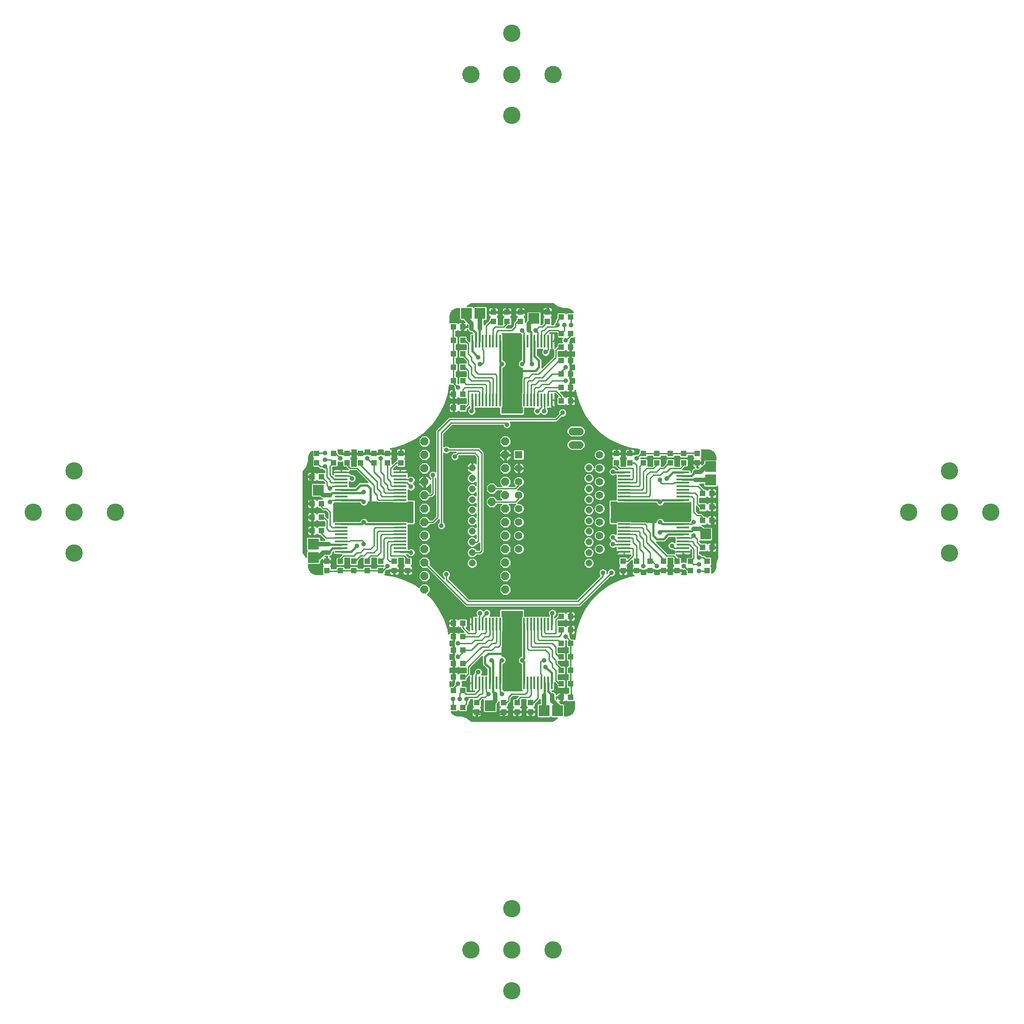
<source format=gbl>
G75*
G70*
%OFA0B0*%
%FSLAX24Y24*%
%IPPOS*%
%LPD*%
%AMOC8*
5,1,8,0,0,1.08239X$1,22.5*
%
%ADD10R,0.0945X0.0150*%
%ADD11R,0.0945X0.1417*%
%ADD12R,0.0554X0.0554*%
%ADD13C,0.0554*%
%ADD14C,0.0515*%
%ADD15R,0.0394X0.0433*%
%ADD16R,0.0433X0.0394*%
%ADD17R,0.0787X0.0787*%
%ADD18R,0.0150X0.0945*%
%ADD19R,0.1417X0.0945*%
%ADD20OC8,0.0600*%
%ADD21C,0.0560*%
%ADD22C,0.0100*%
%ADD23C,0.0357*%
%ADD24C,0.0150*%
%ADD25C,0.0160*%
%ADD26C,0.0320*%
%ADD27R,0.0357X0.0357*%
%ADD28C,0.1290*%
D10*
X040508Y050241D03*
X040508Y050497D03*
X040508Y050753D03*
X040508Y051009D03*
X040508Y051265D03*
X040508Y051521D03*
X040508Y051777D03*
X040508Y052033D03*
X040508Y052289D03*
X040508Y054080D03*
X040508Y054336D03*
X040508Y054592D03*
X040508Y054848D03*
X040508Y055104D03*
X040508Y055360D03*
X040508Y055616D03*
X040508Y055871D03*
X040508Y056127D03*
X044858Y056127D03*
X044858Y055871D03*
X044858Y055616D03*
X044858Y055360D03*
X044858Y055104D03*
X044858Y054848D03*
X044858Y054592D03*
X044858Y054336D03*
X044858Y054080D03*
X044858Y052289D03*
X044858Y052033D03*
X044858Y051777D03*
X044858Y051521D03*
X044858Y051265D03*
X044858Y051009D03*
X044858Y050753D03*
X044858Y050497D03*
X044858Y050241D03*
X061508Y050241D03*
X061508Y050497D03*
X061508Y050753D03*
X061508Y051009D03*
X061508Y051265D03*
X061508Y051521D03*
X061508Y051777D03*
X061508Y052033D03*
X061508Y052289D03*
X061508Y054080D03*
X061508Y054336D03*
X061508Y054592D03*
X061508Y054848D03*
X061508Y055104D03*
X061508Y055360D03*
X061508Y055616D03*
X061508Y055871D03*
X061508Y056127D03*
X065858Y056127D03*
X065858Y055871D03*
X065858Y055616D03*
X065858Y055360D03*
X065858Y055104D03*
X065858Y054848D03*
X065858Y054592D03*
X065858Y054336D03*
X065858Y054080D03*
X065858Y052289D03*
X065858Y052033D03*
X065858Y051777D03*
X065858Y051521D03*
X065858Y051265D03*
X065858Y051009D03*
X065858Y050753D03*
X065858Y050497D03*
X065858Y050241D03*
D11*
X065858Y053184D03*
X061508Y053184D03*
X044858Y053184D03*
X040508Y053184D03*
D12*
X053683Y057434D03*
D13*
X053683Y056434D03*
X053683Y055434D03*
X053683Y054434D03*
X053683Y053434D03*
X053683Y052434D03*
X053683Y051434D03*
X053683Y050434D03*
X059683Y050434D03*
X059683Y051434D03*
X059683Y052434D03*
X059683Y053434D03*
X059683Y054434D03*
X059683Y055434D03*
X059683Y056434D03*
X059683Y057434D03*
D14*
X058889Y056478D03*
X058889Y055690D03*
X058889Y054903D03*
X058889Y054116D03*
X058889Y053328D03*
X058889Y052541D03*
X058889Y051753D03*
X058889Y050966D03*
X058889Y050179D03*
X058889Y049391D03*
X050227Y049391D03*
X050227Y050179D03*
X050227Y050966D03*
X050227Y051753D03*
X050227Y052541D03*
X050227Y053328D03*
X050227Y054116D03*
X050227Y054903D03*
X050227Y055690D03*
X050227Y056478D03*
D15*
X049518Y060934D03*
X048849Y060934D03*
X048849Y061934D03*
X049518Y061934D03*
X049518Y062934D03*
X048849Y062934D03*
X048849Y063934D03*
X049518Y063934D03*
X049518Y064934D03*
X048849Y064934D03*
X048849Y065934D03*
X049518Y065934D03*
X055808Y067350D03*
X055808Y068019D03*
X056849Y066434D03*
X057518Y066434D03*
X057518Y065434D03*
X056849Y065434D03*
X066933Y057519D03*
X066933Y056850D03*
X067349Y054559D03*
X068018Y054559D03*
X068018Y053559D03*
X067349Y053559D03*
X067349Y052559D03*
X068018Y052559D03*
X067683Y049519D03*
X067683Y048850D03*
X064433Y048850D03*
X064433Y049519D03*
X063433Y049519D03*
X063433Y048850D03*
X062433Y048850D03*
X062433Y049519D03*
X061433Y049519D03*
X061433Y048850D03*
X057518Y045434D03*
X056849Y045434D03*
X056849Y044434D03*
X057518Y044434D03*
X057518Y043434D03*
X056849Y043434D03*
X056849Y042434D03*
X057518Y042434D03*
X057518Y041434D03*
X056849Y041434D03*
X056849Y040434D03*
X057518Y040434D03*
X050558Y039019D03*
X050558Y038350D03*
X049518Y039934D03*
X048849Y039934D03*
X048849Y040934D03*
X049518Y040934D03*
X039433Y048850D03*
X039433Y049519D03*
X039018Y051809D03*
X038349Y051809D03*
X038349Y052809D03*
X039018Y052809D03*
X039018Y053809D03*
X038349Y053809D03*
X038683Y056850D03*
X038683Y057519D03*
X041933Y057519D03*
X041933Y056850D03*
X042933Y056850D03*
X042933Y057519D03*
X043933Y057519D03*
X043933Y056850D03*
X044933Y056850D03*
X044933Y057519D03*
D16*
X040933Y057519D03*
X040933Y056850D03*
X039933Y056850D03*
X039933Y057519D03*
X039018Y055809D03*
X038349Y055809D03*
X040433Y049519D03*
X040433Y048850D03*
X041433Y048850D03*
X041433Y049519D03*
X042433Y049519D03*
X042433Y048850D03*
X043433Y048850D03*
X043433Y049519D03*
X044433Y049519D03*
X044433Y048850D03*
X045433Y048850D03*
X045433Y049519D03*
X048849Y044934D03*
X049518Y044934D03*
X049518Y043934D03*
X048849Y043934D03*
X048849Y042934D03*
X049518Y042934D03*
X049518Y041934D03*
X048849Y041934D03*
X048849Y038684D03*
X049518Y038684D03*
X052558Y038350D03*
X052558Y039019D03*
X053558Y039019D03*
X053558Y038350D03*
X054558Y038350D03*
X054558Y039019D03*
X056849Y039434D03*
X057518Y039434D03*
X065433Y048850D03*
X065433Y049519D03*
X066433Y049519D03*
X066433Y048850D03*
X067349Y050559D03*
X068018Y050559D03*
X065933Y056850D03*
X065933Y057519D03*
X064933Y057519D03*
X064933Y056850D03*
X063933Y056850D03*
X063933Y057519D03*
X062933Y057519D03*
X062933Y056850D03*
X061933Y056850D03*
X061933Y057519D03*
X060933Y057519D03*
X060933Y056850D03*
X057518Y061434D03*
X056849Y061434D03*
X056849Y062434D03*
X057518Y062434D03*
X057518Y063434D03*
X056849Y063434D03*
X056849Y064434D03*
X057518Y064434D03*
X057518Y067684D03*
X056849Y067684D03*
X053808Y067350D03*
X053808Y068019D03*
X052808Y068019D03*
X052808Y067350D03*
X051808Y067350D03*
X051808Y068019D03*
X049518Y066934D03*
X048849Y066934D03*
D17*
X049808Y067934D03*
X050808Y067934D03*
X054808Y067559D03*
X067933Y056559D03*
X067933Y055559D03*
X067558Y051559D03*
X056558Y038434D03*
X055558Y038434D03*
X051558Y038809D03*
X038433Y049809D03*
X038433Y050809D03*
X038808Y054809D03*
D18*
X050240Y061509D03*
X050496Y061509D03*
X050752Y061509D03*
X051008Y061509D03*
X051264Y061509D03*
X051520Y061509D03*
X051776Y061509D03*
X052032Y061509D03*
X052287Y061509D03*
X054079Y061509D03*
X054335Y061509D03*
X054591Y061509D03*
X054847Y061509D03*
X055102Y061509D03*
X055358Y061509D03*
X055614Y061509D03*
X055870Y061509D03*
X056126Y061509D03*
X056126Y065860D03*
X055870Y065860D03*
X055614Y065860D03*
X055358Y065860D03*
X055102Y065860D03*
X054847Y065860D03*
X054591Y065860D03*
X054335Y065860D03*
X054079Y065860D03*
X052287Y065860D03*
X052032Y065860D03*
X051776Y065860D03*
X051520Y065860D03*
X051264Y065860D03*
X051008Y065860D03*
X050752Y065860D03*
X050496Y065860D03*
X050240Y065860D03*
X050240Y044860D03*
X050496Y044860D03*
X050752Y044860D03*
X051008Y044860D03*
X051264Y044860D03*
X051520Y044860D03*
X051776Y044860D03*
X052032Y044860D03*
X052287Y044860D03*
X054079Y044860D03*
X054335Y044860D03*
X054591Y044860D03*
X054847Y044860D03*
X055102Y044860D03*
X055358Y044860D03*
X055614Y044860D03*
X055870Y044860D03*
X056126Y044860D03*
X056126Y040509D03*
X055870Y040509D03*
X055614Y040509D03*
X055358Y040509D03*
X055102Y040509D03*
X054847Y040509D03*
X054591Y040509D03*
X054335Y040509D03*
X054079Y040509D03*
X052287Y040509D03*
X052032Y040509D03*
X051776Y040509D03*
X051520Y040509D03*
X051264Y040509D03*
X051008Y040509D03*
X050752Y040509D03*
X050496Y040509D03*
X050240Y040509D03*
D19*
X053183Y040509D03*
X053183Y044860D03*
X053183Y061509D03*
X053183Y065860D03*
D20*
X052683Y058434D03*
X052683Y057434D03*
X052683Y056434D03*
X052683Y055434D03*
X052683Y054434D03*
X052683Y053434D03*
X052683Y052434D03*
X052683Y051434D03*
X052683Y050434D03*
X052683Y049434D03*
X052683Y048434D03*
X052683Y047434D03*
X046683Y047434D03*
X046683Y048434D03*
X046683Y049434D03*
X046683Y050434D03*
X046683Y051434D03*
X046683Y052434D03*
X046683Y053434D03*
X046683Y054434D03*
X046683Y055434D03*
X046683Y056434D03*
X046683Y057434D03*
X046683Y058434D03*
X051683Y054934D03*
X051683Y053934D03*
D21*
X057653Y058184D02*
X058213Y058184D01*
X058213Y059184D02*
X057653Y059184D01*
D22*
X047784Y046004D02*
X048169Y045250D01*
X048169Y045250D01*
X048431Y044444D01*
X048431Y044444D01*
X048482Y044120D01*
X048482Y044151D01*
X048492Y044189D01*
X048512Y044223D01*
X048540Y044251D01*
X048574Y044271D01*
X048612Y044281D01*
X048800Y044281D01*
X048800Y043983D01*
X048897Y043983D01*
X048897Y044281D01*
X049085Y044281D01*
X049123Y044271D01*
X049157Y044251D01*
X049185Y044223D01*
X049194Y044208D01*
X049247Y044261D01*
X049602Y044261D01*
X049443Y044420D01*
X049338Y044525D01*
X049338Y044608D01*
X049247Y044608D01*
X049194Y044661D01*
X049185Y044645D01*
X049157Y044618D01*
X049123Y044598D01*
X049085Y044588D01*
X048897Y044588D01*
X048897Y044886D01*
X048800Y044886D01*
X048482Y044886D01*
X048482Y044718D01*
X048492Y044680D01*
X048512Y044645D01*
X048540Y044618D01*
X048574Y044598D01*
X048612Y044588D01*
X048800Y044588D01*
X048800Y044886D01*
X048800Y044983D01*
X048800Y045281D01*
X048612Y045281D01*
X048574Y045271D01*
X048540Y045251D01*
X048512Y045223D01*
X048492Y045189D01*
X048482Y045151D01*
X048482Y044983D01*
X048800Y044983D01*
X048897Y044983D01*
X048897Y045281D01*
X049085Y045281D01*
X049123Y045271D01*
X049157Y045251D01*
X049185Y045223D01*
X049194Y045208D01*
X049247Y045261D01*
X049788Y045261D01*
X049864Y045185D01*
X049864Y044684D01*
X049788Y044608D01*
X049764Y044608D01*
X050008Y044364D01*
X050016Y044364D01*
X050015Y044367D01*
X050015Y044859D01*
X050240Y044859D01*
X050240Y044860D01*
X050240Y045482D01*
X050146Y045482D01*
X050108Y045472D01*
X050073Y045452D01*
X050045Y045424D01*
X050026Y045390D01*
X050015Y045352D01*
X050015Y044860D01*
X050240Y044860D01*
X050240Y044860D01*
X050240Y045482D01*
X050335Y045482D01*
X050373Y045472D01*
X050390Y045462D01*
X050572Y045462D01*
X050572Y045484D01*
X050547Y045510D01*
X050500Y045623D01*
X050500Y045746D01*
X050547Y045859D01*
X050633Y045946D01*
X050747Y045993D01*
X050869Y045993D01*
X050983Y045946D01*
X051058Y045871D01*
X051133Y045946D01*
X051247Y045993D01*
X051369Y045993D01*
X051483Y045946D01*
X051570Y045859D01*
X051617Y045746D01*
X051617Y045623D01*
X051570Y045510D01*
X051522Y045462D01*
X051647Y045462D01*
X051903Y045462D01*
X052160Y045462D01*
X052250Y045462D01*
X052250Y045917D01*
X052326Y045993D01*
X052790Y045993D01*
X052794Y045989D01*
X053572Y045989D01*
X053576Y045993D01*
X054040Y045993D01*
X054117Y045917D01*
X054117Y045462D01*
X054206Y045462D01*
X054462Y045462D01*
X054718Y045462D01*
X054974Y045462D01*
X055230Y045462D01*
X055486Y045462D01*
X055741Y045462D01*
X055921Y045462D01*
X055921Y045511D01*
X055875Y045623D01*
X055875Y045746D01*
X055922Y045859D01*
X056008Y045946D01*
X056122Y045993D01*
X056244Y045993D01*
X056358Y045946D01*
X056445Y045859D01*
X056492Y045746D01*
X056492Y045623D01*
X056445Y045510D01*
X056358Y045423D01*
X056331Y045412D01*
X056331Y045337D01*
X056503Y045509D01*
X056522Y045527D01*
X056522Y045705D01*
X056598Y045781D01*
X057099Y045781D01*
X057175Y045705D01*
X057175Y045687D01*
X057181Y045709D01*
X057201Y045743D01*
X057229Y045771D01*
X057263Y045791D01*
X057301Y045801D01*
X057469Y045801D01*
X057469Y045483D01*
X057566Y045483D01*
X057566Y045801D01*
X057734Y045801D01*
X057773Y045791D01*
X057807Y045771D01*
X057835Y045743D01*
X057854Y045709D01*
X057865Y045671D01*
X057865Y045483D01*
X057566Y045483D01*
X057566Y045386D01*
X057566Y045068D01*
X057734Y045068D01*
X057773Y045078D01*
X057807Y045098D01*
X057835Y045126D01*
X057854Y045160D01*
X057865Y045198D01*
X057865Y045386D01*
X057566Y045386D01*
X057469Y045386D01*
X057469Y045068D01*
X057301Y045068D01*
X057263Y045078D01*
X057229Y045098D01*
X057201Y045126D01*
X057181Y045160D01*
X057175Y045182D01*
X057175Y045164D01*
X057099Y045088D01*
X056613Y045088D01*
X056613Y044781D01*
X057099Y044781D01*
X057175Y044705D01*
X057175Y044687D01*
X057181Y044709D01*
X057201Y044743D01*
X057229Y044771D01*
X057263Y044791D01*
X057301Y044801D01*
X057469Y044801D01*
X057469Y044483D01*
X057566Y044483D01*
X057566Y044801D01*
X057734Y044801D01*
X057773Y044791D01*
X057807Y044771D01*
X057835Y044743D01*
X057854Y044709D01*
X057865Y044671D01*
X057865Y044483D01*
X057566Y044483D01*
X057566Y044386D01*
X057566Y044068D01*
X057734Y044068D01*
X057773Y044078D01*
X057807Y044098D01*
X057835Y044126D01*
X057854Y044160D01*
X057865Y044198D01*
X057865Y044386D01*
X057566Y044386D01*
X057469Y044386D01*
X057469Y044068D01*
X057462Y044068D01*
X057492Y043996D01*
X057492Y043881D01*
X057591Y043781D01*
X057768Y043781D01*
X057822Y043727D01*
X057936Y044444D01*
X057936Y044444D01*
X058197Y045250D01*
X058197Y045250D01*
X058582Y046004D01*
X058582Y046004D01*
X059080Y046689D01*
X059080Y046689D01*
X059678Y047288D01*
X059678Y047288D01*
X060363Y047786D01*
X060363Y047786D01*
X061118Y048170D01*
X061118Y048170D01*
X061923Y048432D01*
X061923Y048432D01*
X062248Y048483D01*
X062217Y048483D01*
X062178Y048493D01*
X062144Y048513D01*
X062116Y048541D01*
X062097Y048575D01*
X062086Y048613D01*
X062086Y048801D01*
X062384Y048801D01*
X062384Y048898D01*
X062086Y048898D01*
X062086Y049086D01*
X062097Y049124D01*
X062116Y049158D01*
X062144Y049186D01*
X062160Y049195D01*
X062106Y049249D01*
X062106Y049603D01*
X061948Y049444D01*
X061842Y049339D01*
X061760Y049339D01*
X061760Y049249D01*
X061707Y049195D01*
X061722Y049186D01*
X061750Y049158D01*
X061770Y049124D01*
X061780Y049086D01*
X061780Y048898D01*
X061482Y048898D01*
X061482Y048801D01*
X061780Y048801D01*
X061780Y048613D01*
X061770Y048575D01*
X061750Y048541D01*
X061722Y048513D01*
X061688Y048493D01*
X061650Y048483D01*
X061482Y048483D01*
X061482Y048801D01*
X061385Y048801D01*
X061385Y048483D01*
X061217Y048483D01*
X061178Y048493D01*
X061144Y048513D01*
X061116Y048541D01*
X061097Y048575D01*
X061086Y048613D01*
X061086Y048801D01*
X061384Y048801D01*
X061384Y048898D01*
X061086Y048898D01*
X061086Y049086D01*
X061097Y049124D01*
X061116Y049158D01*
X061144Y049186D01*
X061160Y049195D01*
X061106Y049249D01*
X061106Y049789D01*
X061182Y049866D01*
X061684Y049866D01*
X061760Y049789D01*
X061760Y049766D01*
X062003Y050009D01*
X062003Y050018D01*
X062000Y050017D01*
X061508Y050017D01*
X061508Y050241D01*
X061508Y050241D01*
X061508Y050017D01*
X061016Y050017D01*
X060978Y050027D01*
X060943Y050047D01*
X060915Y050075D01*
X060896Y050109D01*
X060886Y050147D01*
X060886Y050241D01*
X061508Y050241D01*
X061508Y050242D01*
X061508Y050241D02*
X061115Y050241D01*
X060933Y050059D01*
X060433Y050059D01*
X060308Y050184D01*
X060308Y057434D01*
X060433Y057559D01*
X060933Y057559D01*
X060933Y057519D02*
X061433Y057519D01*
X061433Y057184D01*
X061289Y057264D02*
X061300Y057302D01*
X061300Y057471D01*
X060982Y057471D01*
X060982Y057567D01*
X061300Y057567D01*
X061300Y057736D01*
X061289Y057774D01*
X061270Y057808D01*
X061242Y057836D01*
X061208Y057856D01*
X061169Y057866D01*
X060982Y057866D01*
X060982Y057568D01*
X060885Y057568D01*
X060885Y057866D01*
X060697Y057866D01*
X060659Y057856D01*
X060624Y057836D01*
X060597Y057808D01*
X060577Y057774D01*
X060567Y057736D01*
X060567Y057567D01*
X060884Y057567D01*
X060884Y057471D01*
X060567Y057471D01*
X060567Y057302D01*
X060577Y057264D01*
X060597Y057230D01*
X060624Y057202D01*
X060659Y057182D01*
X060681Y057177D01*
X060663Y057177D01*
X060587Y057100D01*
X060587Y056599D01*
X060663Y056523D01*
X060840Y056523D01*
X060859Y056504D01*
X061031Y056332D01*
X060956Y056332D01*
X060945Y056359D01*
X060858Y056446D01*
X060744Y056493D01*
X060622Y056493D01*
X060508Y056446D01*
X060422Y056359D01*
X060375Y056246D01*
X060375Y056123D01*
X060422Y056010D01*
X060508Y055923D01*
X060622Y055876D01*
X060744Y055876D01*
X060856Y055922D01*
X060906Y055922D01*
X060906Y055743D01*
X060906Y055487D01*
X060906Y055231D01*
X060906Y054975D01*
X060906Y054719D01*
X060906Y054463D01*
X060906Y054207D01*
X060906Y054118D01*
X060451Y054118D01*
X060375Y054042D01*
X060375Y053577D01*
X060378Y053574D01*
X060378Y052795D01*
X060375Y052792D01*
X060375Y052327D01*
X060451Y052251D01*
X060906Y052251D01*
X060906Y052160D01*
X060906Y051904D01*
X060906Y051648D01*
X060906Y051523D01*
X060858Y051571D01*
X060744Y051618D01*
X060622Y051618D01*
X060508Y051571D01*
X060422Y051484D01*
X060375Y051371D01*
X060375Y051248D01*
X060422Y051135D01*
X060497Y051059D01*
X060422Y050984D01*
X060375Y050871D01*
X060375Y050748D01*
X060422Y050635D01*
X060508Y050548D01*
X060622Y050501D01*
X060744Y050501D01*
X060858Y050548D01*
X060883Y050573D01*
X060906Y050573D01*
X060906Y050391D01*
X060896Y050374D01*
X060886Y050336D01*
X060886Y050242D01*
X061508Y050242D01*
X061508Y050199D02*
X061508Y050199D01*
X061508Y050101D02*
X061508Y050101D01*
X061744Y049805D02*
X061799Y049805D01*
X061898Y049904D02*
X059162Y049904D01*
X059108Y049850D02*
X059217Y049959D01*
X059276Y050101D01*
X059441Y050101D01*
X059452Y050089D02*
X059602Y050027D01*
X059764Y050027D01*
X059914Y050089D01*
X060028Y050204D01*
X060090Y050353D01*
X060090Y050515D01*
X060028Y050665D01*
X059914Y050780D01*
X059764Y050842D01*
X059602Y050842D01*
X059452Y050780D01*
X059338Y050665D01*
X059276Y050515D01*
X059276Y050353D01*
X059338Y050204D01*
X059452Y050089D01*
X059342Y050199D02*
X059276Y050199D01*
X059276Y050256D02*
X059217Y050398D01*
X059108Y050507D01*
X058966Y050566D01*
X058812Y050566D01*
X058669Y050507D01*
X058560Y050398D01*
X058501Y050256D01*
X058501Y050101D01*
X058560Y049959D01*
X058669Y049850D01*
X058812Y049791D01*
X058966Y049791D01*
X059108Y049850D01*
X059000Y049805D02*
X061122Y049805D01*
X061106Y049707D02*
X059121Y049707D01*
X059108Y049720D02*
X058966Y049779D01*
X058812Y049779D01*
X058669Y049720D01*
X058560Y049611D01*
X058501Y049468D01*
X058501Y049314D01*
X058560Y049172D01*
X058669Y049063D01*
X058812Y049004D01*
X058966Y049004D01*
X059108Y049063D01*
X059217Y049172D01*
X059276Y049314D01*
X059276Y049468D01*
X059217Y049611D01*
X059108Y049720D01*
X059218Y049608D02*
X061106Y049608D01*
X061106Y049510D02*
X059259Y049510D01*
X059276Y049411D02*
X061106Y049411D01*
X061106Y049313D02*
X059276Y049313D01*
X059235Y049214D02*
X061141Y049214D01*
X061094Y049115D02*
X059161Y049115D01*
X058998Y049017D02*
X061086Y049017D01*
X061086Y048918D02*
X060760Y048918D01*
X060733Y048946D02*
X060820Y048859D01*
X060867Y048746D01*
X060867Y048623D01*
X060820Y048510D01*
X060733Y048423D01*
X060619Y048376D01*
X060504Y048376D01*
X058258Y046129D01*
X058109Y046129D01*
X049734Y046129D01*
X049628Y046235D01*
X046859Y049004D01*
X046505Y049004D01*
X046253Y049256D01*
X046253Y049612D01*
X046505Y049864D01*
X046861Y049864D01*
X047113Y049612D01*
X047113Y049259D01*
X048128Y048244D01*
X048128Y048303D01*
X048047Y048385D01*
X048000Y048498D01*
X048000Y048621D01*
X048047Y048734D01*
X048133Y048821D01*
X048247Y048868D01*
X048369Y048868D01*
X048483Y048821D01*
X048570Y048734D01*
X048617Y048621D01*
X048617Y048498D01*
X048570Y048385D01*
X048488Y048303D01*
X048488Y048259D01*
X050008Y046739D01*
X057984Y046739D01*
X059713Y048469D01*
X059672Y048510D01*
X059625Y048623D01*
X059625Y048746D01*
X059672Y048859D01*
X059758Y048946D01*
X059872Y048993D01*
X059994Y048993D01*
X060108Y048946D01*
X060195Y048859D01*
X060242Y048746D01*
X060242Y048623D01*
X060241Y048623D01*
X060241Y048622D02*
X060242Y048623D01*
X060241Y048622D02*
X060250Y048631D01*
X060250Y048746D01*
X060297Y048859D01*
X060383Y048946D01*
X060497Y048993D01*
X060619Y048993D01*
X060733Y048946D01*
X060836Y048820D02*
X061384Y048820D01*
X061433Y048850D02*
X061143Y048850D01*
X060933Y049059D01*
X060933Y050059D01*
X060900Y050101D02*
X059925Y050101D01*
X060024Y050199D02*
X060886Y050199D01*
X060886Y050298D02*
X060067Y050298D01*
X060090Y050396D02*
X060906Y050396D01*
X060906Y050495D02*
X060090Y050495D01*
X060058Y050594D02*
X060463Y050594D01*
X060398Y050692D02*
X060001Y050692D01*
X059887Y050791D02*
X060375Y050791D01*
X060382Y050889D02*
X059276Y050889D01*
X059217Y050746D01*
X059108Y050637D01*
X058966Y050578D01*
X058812Y050578D01*
X058669Y050637D01*
X058560Y050746D01*
X058501Y050889D01*
X051113Y050889D01*
X051113Y050791D02*
X052431Y050791D01*
X052505Y050864D02*
X052253Y050612D01*
X052253Y050256D01*
X052505Y050004D01*
X052861Y050004D01*
X053113Y050256D01*
X053113Y050612D01*
X052861Y050864D01*
X052505Y050864D01*
X052505Y051004D02*
X052861Y051004D01*
X053113Y051256D01*
X053113Y051612D01*
X052861Y051864D01*
X052505Y051864D01*
X052253Y051612D01*
X052253Y051256D01*
X052505Y051004D01*
X052423Y051086D02*
X051113Y051086D01*
X051113Y050988D02*
X058501Y050988D01*
X058501Y051043D02*
X058501Y050889D01*
X058542Y050791D02*
X053887Y050791D01*
X053914Y050780D02*
X053764Y050842D01*
X053602Y050842D01*
X053452Y050780D01*
X053338Y050665D01*
X053276Y050515D01*
X053276Y050353D01*
X053338Y050204D01*
X053452Y050089D01*
X053602Y050027D01*
X053764Y050027D01*
X053914Y050089D01*
X054028Y050204D01*
X054090Y050353D01*
X054090Y050515D01*
X054028Y050665D01*
X053914Y050780D01*
X054001Y050692D02*
X058615Y050692D01*
X058775Y050594D02*
X054058Y050594D01*
X054090Y050495D02*
X058657Y050495D01*
X058560Y050396D02*
X054090Y050396D01*
X054067Y050298D02*
X058519Y050298D01*
X058501Y050199D02*
X054024Y050199D01*
X053925Y050101D02*
X058502Y050101D01*
X058542Y050002D02*
X050574Y050002D01*
X050575Y050004D02*
X050883Y050004D01*
X050988Y050110D01*
X051113Y050235D01*
X051113Y050384D01*
X051113Y057485D01*
X051113Y057634D01*
X050758Y057989D01*
X050609Y057989D01*
X048564Y057989D01*
X048483Y058071D01*
X048369Y058118D01*
X048247Y058118D01*
X048133Y058071D01*
X048113Y058050D01*
X048113Y058985D01*
X048758Y059629D01*
X052500Y059629D01*
X052500Y059623D01*
X052547Y059510D01*
X052633Y059423D01*
X052747Y059376D01*
X052869Y059376D01*
X052983Y059423D01*
X053070Y059510D01*
X053117Y059623D01*
X053117Y059746D01*
X053070Y059859D01*
X053049Y059879D01*
X056359Y059879D01*
X056508Y059879D01*
X056879Y060251D01*
X058664Y060251D01*
X058593Y060349D02*
X057159Y060349D01*
X057195Y060385D02*
X057242Y060498D01*
X057242Y060621D01*
X057195Y060734D01*
X057108Y060821D01*
X056994Y060868D01*
X056872Y060868D01*
X056758Y060821D01*
X056672Y060734D01*
X056625Y060621D01*
X056625Y060506D01*
X056359Y060239D01*
X048484Y060239D01*
X048378Y060134D01*
X047503Y059259D01*
X047503Y059110D01*
X047503Y056175D01*
X047483Y056196D01*
X047369Y056243D01*
X047247Y056243D01*
X047133Y056196D01*
X047047Y056109D01*
X047000Y055996D01*
X047000Y055873D01*
X047047Y055760D01*
X047128Y055678D01*
X047128Y055626D01*
X046870Y055884D01*
X046733Y055884D01*
X046733Y055485D01*
X046633Y055485D01*
X046633Y055884D01*
X046497Y055884D01*
X046233Y055621D01*
X046233Y055484D01*
X046633Y055484D01*
X046633Y055384D01*
X046733Y055384D01*
X046733Y054984D01*
X046870Y054984D01*
X047128Y055243D01*
X047128Y054634D01*
X047092Y054634D01*
X047110Y054616D02*
X046861Y054864D01*
X046505Y054864D01*
X046253Y054612D01*
X046253Y054256D01*
X046505Y054004D01*
X046861Y054004D01*
X047111Y054254D01*
X047258Y054254D01*
X047363Y054360D01*
X047383Y054379D01*
X047488Y054485D01*
X047488Y055678D01*
X047503Y055693D01*
X047503Y052884D01*
X047234Y052614D01*
X047111Y052614D01*
X046861Y052864D01*
X046505Y052864D01*
X046253Y052612D01*
X046253Y052256D01*
X046505Y052004D01*
X046861Y052004D01*
X047111Y052254D01*
X047234Y052254D01*
X047383Y052254D01*
X047753Y052625D01*
X047753Y052441D01*
X047672Y052359D01*
X047625Y052246D01*
X047625Y052123D01*
X047672Y052010D01*
X047758Y051923D01*
X047872Y051876D01*
X047994Y051876D01*
X048108Y051923D01*
X048195Y052010D01*
X048242Y052123D01*
X048242Y052246D01*
X048195Y052359D01*
X048113Y052441D01*
X048113Y057568D01*
X048133Y057548D01*
X048247Y057501D01*
X048369Y057501D01*
X048483Y057548D01*
X048564Y057629D01*
X048999Y057629D01*
X048987Y057618D01*
X048872Y057618D01*
X048758Y057571D01*
X048672Y057484D01*
X048625Y057371D01*
X048625Y057248D01*
X048672Y057135D01*
X048758Y057048D01*
X048872Y057001D01*
X048994Y057001D01*
X049108Y057048D01*
X049195Y057135D01*
X049242Y057248D01*
X049242Y057363D01*
X049258Y057379D01*
X050359Y057379D01*
X050503Y057235D01*
X050503Y056778D01*
X050493Y056789D01*
X050441Y056826D01*
X050384Y056855D01*
X050323Y056875D01*
X050259Y056885D01*
X050256Y056885D01*
X050256Y056507D01*
X050199Y056507D01*
X050199Y056885D01*
X050195Y056885D01*
X050132Y056875D01*
X050071Y056855D01*
X050014Y056826D01*
X049962Y056789D01*
X049917Y056743D01*
X049879Y056691D01*
X049850Y056634D01*
X049830Y056573D01*
X049820Y056510D01*
X049820Y056506D01*
X050198Y056506D01*
X048113Y056506D01*
X048113Y056408D02*
X049826Y056408D01*
X049830Y056382D02*
X049850Y056321D01*
X049879Y056264D01*
X049917Y056212D01*
X049962Y056167D01*
X050014Y056129D01*
X050071Y056100D01*
X050132Y056080D01*
X050150Y056077D01*
X050008Y056019D01*
X049899Y055910D01*
X049840Y055767D01*
X049840Y055613D01*
X049899Y055471D01*
X050008Y055362D01*
X050150Y055303D01*
X050304Y055303D01*
X050447Y055362D01*
X050503Y055418D01*
X050503Y055175D01*
X050447Y055231D01*
X050304Y055290D01*
X050150Y055290D01*
X050008Y055231D01*
X049899Y055122D01*
X049840Y054980D01*
X049840Y054826D01*
X049899Y054683D01*
X050008Y054574D01*
X050150Y054515D01*
X050304Y054515D01*
X050447Y054574D01*
X050503Y054631D01*
X050503Y054388D01*
X050447Y054444D01*
X050304Y054503D01*
X050150Y054503D01*
X050008Y054444D01*
X049899Y054335D01*
X049840Y054193D01*
X049840Y054038D01*
X049899Y053896D01*
X050008Y053787D01*
X050150Y053728D01*
X050304Y053728D01*
X050447Y053787D01*
X050503Y053843D01*
X050503Y053600D01*
X050447Y053657D01*
X050304Y053716D01*
X050150Y053716D01*
X050008Y053657D01*
X049899Y053548D01*
X049840Y053405D01*
X049840Y053251D01*
X049899Y053109D01*
X050008Y053000D01*
X050150Y052941D01*
X050304Y052941D01*
X050447Y053000D01*
X050503Y053056D01*
X050503Y052813D01*
X050447Y052869D01*
X050304Y052928D01*
X050150Y052928D01*
X050008Y052869D01*
X049899Y052760D01*
X049840Y052618D01*
X049840Y052464D01*
X049899Y052321D01*
X050008Y052212D01*
X050150Y052153D01*
X050304Y052153D01*
X050447Y052212D01*
X050503Y052269D01*
X050503Y052025D01*
X050447Y052082D01*
X050304Y052141D01*
X050150Y052141D01*
X050008Y052082D01*
X049899Y051973D01*
X049840Y051830D01*
X049840Y051676D01*
X049899Y051534D01*
X050008Y051425D01*
X050150Y051366D01*
X050304Y051366D01*
X050447Y051425D01*
X050503Y051481D01*
X050503Y051238D01*
X050447Y051294D01*
X050304Y051353D01*
X050150Y051353D01*
X050008Y051294D01*
X049899Y051185D01*
X047042Y051185D01*
X047113Y051256D02*
X046861Y051004D01*
X046505Y051004D01*
X046253Y051256D01*
X046253Y051612D01*
X046505Y051864D01*
X046861Y051864D01*
X047113Y051612D01*
X047113Y051256D01*
X047113Y051283D02*
X049997Y051283D01*
X049899Y051185D02*
X049840Y051043D01*
X049840Y050889D01*
X045461Y050889D01*
X045461Y050882D02*
X045461Y051138D01*
X045461Y051394D01*
X045461Y051650D01*
X045461Y051906D01*
X045461Y052161D01*
X045461Y052251D01*
X045915Y052251D01*
X045992Y052327D01*
X045992Y052792D01*
X045988Y052795D01*
X045988Y053574D01*
X045992Y053577D01*
X045992Y054042D01*
X045915Y054118D01*
X045461Y054118D01*
X045461Y054209D01*
X045461Y054465D01*
X045461Y054721D01*
X045461Y054846D01*
X045508Y054798D01*
X045622Y054751D01*
X045744Y054751D01*
X045858Y054798D01*
X045945Y054885D01*
X045992Y054998D01*
X045992Y055121D01*
X045945Y055234D01*
X045869Y055309D01*
X045945Y055385D01*
X045992Y055498D01*
X045992Y055621D01*
X045945Y055734D01*
X045858Y055821D01*
X045744Y055868D01*
X045622Y055868D01*
X045508Y055821D01*
X045483Y055795D01*
X045461Y055795D01*
X045461Y055978D01*
X045471Y055995D01*
X045481Y056033D01*
X045481Y056127D01*
X044859Y056127D01*
X044859Y056127D01*
X045481Y056127D01*
X045481Y056222D01*
X045471Y056260D01*
X045451Y056294D01*
X045423Y056322D01*
X045389Y056342D01*
X045351Y056352D01*
X044859Y056352D01*
X044859Y056128D01*
X044858Y056128D01*
X044858Y056352D01*
X044366Y056352D01*
X044363Y056351D01*
X044363Y056360D01*
X044606Y056603D01*
X044606Y056579D01*
X044682Y056503D01*
X045184Y056503D01*
X045260Y056579D01*
X045260Y057120D01*
X045207Y057174D01*
X045222Y057182D01*
X045250Y057210D01*
X045270Y057245D01*
X045280Y057283D01*
X045280Y057471D01*
X044982Y057471D01*
X044982Y057567D01*
X045280Y057567D01*
X045280Y057755D01*
X045270Y057793D01*
X045250Y057828D01*
X045222Y057856D01*
X045188Y057875D01*
X045150Y057886D01*
X044982Y057886D01*
X044982Y057568D01*
X044885Y057568D01*
X044885Y057886D01*
X044717Y057886D01*
X044678Y057875D01*
X044644Y057856D01*
X044616Y057828D01*
X044597Y057793D01*
X044586Y057755D01*
X044586Y057567D01*
X044884Y057567D01*
X044884Y057471D01*
X044586Y057471D01*
X044586Y057283D01*
X044597Y057245D01*
X044616Y057210D01*
X044644Y057182D01*
X044660Y057174D01*
X044606Y057120D01*
X044606Y057030D01*
X044524Y057030D01*
X044419Y056924D01*
X044260Y056766D01*
X044260Y057120D01*
X044207Y057174D01*
X044222Y057182D01*
X044250Y057210D01*
X044270Y057245D01*
X044280Y057283D01*
X044280Y057471D01*
X043982Y057471D01*
X043982Y057567D01*
X044280Y057567D01*
X044280Y057755D01*
X044270Y057793D01*
X044250Y057828D01*
X044222Y057856D01*
X044188Y057875D01*
X044150Y057886D01*
X044119Y057886D01*
X044443Y057937D01*
X045248Y058199D01*
X045248Y058199D01*
X046003Y058583D01*
X046688Y059081D01*
X047287Y059680D01*
X047784Y060365D01*
X048169Y061119D01*
X048169Y061119D01*
X048431Y061925D01*
X048544Y062642D01*
X048598Y062588D01*
X048775Y062588D01*
X048875Y062488D01*
X048875Y062373D01*
X048905Y062301D01*
X048897Y062301D01*
X048897Y061983D01*
X048800Y061983D01*
X048800Y062301D01*
X048632Y062301D01*
X048594Y062291D01*
X048560Y062271D01*
X048532Y062243D01*
X048512Y062209D01*
X048502Y062171D01*
X048502Y061983D01*
X048800Y061983D01*
X048800Y061886D01*
X048502Y061886D01*
X048502Y061698D01*
X048512Y061660D01*
X048532Y061626D01*
X048560Y061598D01*
X048594Y061578D01*
X048632Y061568D01*
X048800Y061568D01*
X048800Y061886D01*
X048897Y061886D01*
X048897Y061568D01*
X049065Y061568D01*
X049103Y061578D01*
X049137Y061598D01*
X049165Y061626D01*
X049185Y061660D01*
X049191Y061682D01*
X049191Y061664D01*
X049267Y061588D01*
X049753Y061588D01*
X049753Y061281D01*
X049267Y061281D01*
X049191Y061205D01*
X049191Y061187D01*
X049185Y061209D01*
X049165Y061243D01*
X049137Y061271D01*
X049103Y061291D01*
X049065Y061301D01*
X048897Y061301D01*
X048897Y060983D01*
X048800Y060983D01*
X048800Y061301D01*
X048632Y061301D01*
X048594Y061291D01*
X048560Y061271D01*
X048532Y061243D01*
X048512Y061209D01*
X048502Y061171D01*
X048502Y060983D01*
X048800Y060983D01*
X048800Y060886D01*
X048502Y060886D01*
X048502Y060698D01*
X048512Y060660D01*
X048532Y060626D01*
X048560Y060598D01*
X048594Y060578D01*
X048632Y060568D01*
X048800Y060568D01*
X048800Y060886D01*
X048897Y060886D01*
X048897Y060568D01*
X049065Y060568D01*
X049103Y060578D01*
X049137Y060598D01*
X049165Y060626D01*
X049185Y060660D01*
X049191Y060682D01*
X049191Y060664D01*
X049267Y060588D01*
X049768Y060588D01*
X049845Y060664D01*
X049845Y060841D01*
X049863Y060860D01*
X050035Y061032D01*
X050035Y060957D01*
X050008Y060946D01*
X049922Y060859D01*
X049875Y060746D01*
X049875Y060623D01*
X049922Y060510D01*
X050008Y060423D01*
X050122Y060376D01*
X050244Y060376D01*
X050358Y060423D01*
X050445Y060510D01*
X050492Y060623D01*
X050492Y060746D01*
X050445Y060858D01*
X050445Y060907D01*
X050625Y060907D01*
X050881Y060907D01*
X051137Y060907D01*
X051392Y060907D01*
X051648Y060907D01*
X051904Y060907D01*
X052160Y060907D01*
X052250Y060907D01*
X052250Y060452D01*
X052326Y060376D01*
X052790Y060376D01*
X052794Y060379D01*
X053572Y060379D01*
X053576Y060376D01*
X054040Y060376D01*
X054117Y060452D01*
X054117Y060907D01*
X054207Y060907D01*
X054463Y060907D01*
X054719Y060907D01*
X054844Y060907D01*
X054797Y060859D01*
X054750Y060746D01*
X054750Y060623D01*
X054797Y060510D01*
X054883Y060423D01*
X054997Y060376D01*
X055119Y060376D01*
X055233Y060423D01*
X055308Y060498D01*
X055383Y060423D01*
X055497Y060376D01*
X055619Y060376D01*
X055733Y060423D01*
X055820Y060510D01*
X055867Y060623D01*
X055867Y060746D01*
X055820Y060859D01*
X055794Y060884D01*
X055794Y060907D01*
X055976Y060907D01*
X055993Y060897D01*
X056031Y060887D01*
X056126Y060887D01*
X056126Y061509D01*
X056126Y061116D01*
X056308Y060934D01*
X056308Y060434D01*
X056183Y060309D01*
X048933Y060309D01*
X048808Y060434D01*
X048808Y060934D01*
X048800Y060941D02*
X048078Y060941D01*
X048128Y061039D02*
X048502Y061039D01*
X048502Y061138D02*
X048175Y061138D01*
X048207Y061236D02*
X048528Y061236D01*
X048800Y061236D02*
X048897Y061236D01*
X048897Y061138D02*
X048800Y061138D01*
X048800Y061039D02*
X048897Y061039D01*
X048849Y060934D02*
X048849Y061434D01*
X049183Y061434D01*
X049168Y061630D02*
X049225Y061630D01*
X048897Y061630D02*
X048800Y061630D01*
X048800Y061729D02*
X048897Y061729D01*
X048897Y061828D02*
X048800Y061828D01*
X048800Y061926D02*
X048431Y061926D01*
X048431Y061925D02*
X048431Y061925D01*
X048446Y062025D02*
X048502Y062025D01*
X048502Y062123D02*
X048462Y062123D01*
X048478Y062222D02*
X048519Y062222D01*
X048493Y062320D02*
X048897Y062320D01*
X048897Y062222D02*
X048800Y062222D01*
X048800Y062123D02*
X048897Y062123D01*
X048849Y062100D02*
X048849Y061934D01*
X048849Y061434D01*
X048529Y061630D02*
X048335Y061630D01*
X048303Y061532D02*
X049753Y061532D01*
X049753Y061433D02*
X048271Y061433D01*
X048239Y061335D02*
X049753Y061335D01*
X049933Y061184D02*
X049683Y060934D01*
X049518Y060934D01*
X049845Y060842D02*
X049915Y060842D01*
X049944Y060941D02*
X050003Y060941D01*
X049875Y060744D02*
X049845Y060744D01*
X049826Y060645D02*
X049875Y060645D01*
X049906Y060546D02*
X047877Y060546D01*
X047827Y060448D02*
X049983Y060448D01*
X050383Y060448D02*
X052254Y060448D01*
X052250Y060546D02*
X050460Y060546D01*
X050492Y060645D02*
X052250Y060645D01*
X052250Y060744D02*
X050492Y060744D01*
X050452Y060842D02*
X052250Y060842D01*
X052433Y060842D02*
X053933Y060842D01*
X053933Y060924D02*
X053933Y060559D01*
X052433Y060559D01*
X052433Y060924D01*
X052492Y060983D01*
X052492Y061424D01*
X052492Y061424D01*
X052492Y063876D01*
X052494Y063876D01*
X052608Y063923D01*
X052695Y064010D01*
X052742Y064123D01*
X052742Y064246D01*
X052695Y064359D01*
X052608Y064446D01*
X052494Y064493D01*
X052492Y064493D01*
X052492Y065944D01*
X052492Y065945D01*
X052492Y066386D01*
X052444Y066434D01*
X053747Y066434D01*
X053758Y066423D01*
X053872Y066376D01*
X053874Y066376D01*
X053874Y065945D01*
X053874Y065944D01*
X053874Y064493D01*
X053872Y064493D01*
X053758Y064446D01*
X053672Y064359D01*
X053625Y064246D01*
X053625Y064123D01*
X053672Y064010D01*
X053758Y063923D01*
X053872Y063876D01*
X053933Y063876D01*
X053933Y063189D01*
X053899Y063155D01*
X053899Y063006D01*
X053899Y062060D01*
X053874Y062035D01*
X053874Y060983D01*
X053933Y060924D01*
X053916Y060941D02*
X052450Y060941D01*
X052492Y061039D02*
X053874Y061039D01*
X053874Y061138D02*
X052492Y061138D01*
X052492Y061236D02*
X053874Y061236D01*
X053874Y061335D02*
X052492Y061335D01*
X052492Y061433D02*
X053874Y061433D01*
X053874Y061532D02*
X052492Y061532D01*
X052492Y061630D02*
X053874Y061630D01*
X053874Y061729D02*
X052492Y061729D01*
X052492Y061828D02*
X053874Y061828D01*
X053874Y061926D02*
X052492Y061926D01*
X052492Y062025D02*
X053874Y062025D01*
X053899Y062123D02*
X052492Y062123D01*
X052492Y062222D02*
X053899Y062222D01*
X053899Y062320D02*
X052492Y062320D01*
X052492Y062419D02*
X053899Y062419D01*
X053899Y062517D02*
X052492Y062517D01*
X052492Y062616D02*
X053899Y062616D01*
X053899Y062714D02*
X052492Y062714D01*
X052492Y062813D02*
X053899Y062813D01*
X053899Y062911D02*
X052492Y062911D01*
X052492Y063010D02*
X053899Y063010D01*
X053899Y063109D02*
X052492Y063109D01*
X052492Y063207D02*
X053933Y063207D01*
X053933Y063306D02*
X052492Y063306D01*
X052492Y063404D02*
X053933Y063404D01*
X053933Y063503D02*
X052492Y063503D01*
X052492Y063601D02*
X053933Y063601D01*
X053933Y063700D02*
X052492Y063700D01*
X052492Y063798D02*
X053933Y063798D01*
X053821Y063897D02*
X052545Y063897D01*
X052680Y063995D02*
X053686Y063995D01*
X053637Y064094D02*
X052729Y064094D01*
X052742Y064193D02*
X053625Y064193D01*
X053644Y064291D02*
X052723Y064291D01*
X052664Y064390D02*
X053702Y064390D01*
X053861Y064488D02*
X052506Y064488D01*
X052492Y064587D02*
X053874Y064587D01*
X053874Y064685D02*
X052492Y064685D01*
X052492Y064784D02*
X053874Y064784D01*
X053874Y064882D02*
X052492Y064882D01*
X052492Y064981D02*
X053874Y064981D01*
X053874Y065079D02*
X052492Y065079D01*
X052492Y065178D02*
X053874Y065178D01*
X053874Y065277D02*
X052492Y065277D01*
X052492Y065375D02*
X053874Y065375D01*
X053874Y065474D02*
X052492Y065474D01*
X052492Y065572D02*
X053874Y065572D01*
X053874Y065671D02*
X052492Y065671D01*
X052492Y065769D02*
X053874Y065769D01*
X053874Y065868D02*
X052492Y065868D01*
X052492Y065966D02*
X053874Y065966D01*
X053874Y066065D02*
X052492Y066065D01*
X052492Y066163D02*
X053874Y066163D01*
X053874Y066262D02*
X052492Y066262D01*
X052492Y066361D02*
X053874Y066361D01*
X054079Y066539D02*
X053933Y066684D01*
X054079Y066539D02*
X054079Y065860D01*
X055102Y065860D02*
X055102Y066515D01*
X054933Y066684D01*
X055183Y066934D01*
X055433Y066934D01*
X055683Y067184D01*
X055683Y067225D01*
X055808Y067350D01*
X055849Y067350D01*
X056135Y067346D02*
X056378Y067346D01*
X056378Y067319D02*
X056378Y067316D01*
X056297Y067234D01*
X056250Y067121D01*
X056250Y067114D01*
X056135Y067114D01*
X056135Y067620D01*
X056082Y067674D01*
X056097Y067682D01*
X056125Y067710D01*
X056145Y067745D01*
X056155Y067783D01*
X056155Y067971D01*
X055857Y067971D01*
X055857Y068067D01*
X056155Y068067D01*
X056155Y068255D01*
X056145Y068293D01*
X056125Y068328D01*
X056097Y068356D01*
X056063Y068375D01*
X056025Y068386D01*
X055857Y068386D01*
X055857Y068068D01*
X055760Y068068D01*
X055760Y068386D01*
X055592Y068386D01*
X055553Y068375D01*
X055519Y068356D01*
X055491Y068328D01*
X055472Y068293D01*
X055461Y068255D01*
X055461Y068067D01*
X055759Y068067D01*
X055759Y067971D01*
X055461Y067971D01*
X055461Y067783D01*
X055472Y067745D01*
X055491Y067710D01*
X055519Y067682D01*
X055535Y067674D01*
X055481Y067620D01*
X055481Y067237D01*
X055359Y067114D01*
X055332Y067114D01*
X055332Y068007D01*
X055256Y068083D01*
X054361Y068083D01*
X054284Y068007D01*
X054284Y067446D01*
X054269Y067430D01*
X054187Y067349D01*
X054155Y067270D01*
X054155Y067600D01*
X054079Y067677D01*
X054061Y067677D01*
X054083Y067682D01*
X054117Y067702D01*
X054145Y067730D01*
X054164Y067764D01*
X054175Y067802D01*
X054175Y067971D01*
X053857Y067971D01*
X053857Y068067D01*
X054175Y068067D01*
X054175Y068236D01*
X054164Y068274D01*
X054145Y068308D01*
X054117Y068336D01*
X054083Y068356D01*
X054044Y068366D01*
X053857Y068366D01*
X053857Y068068D01*
X053760Y068068D01*
X053760Y068366D01*
X053572Y068366D01*
X053534Y068356D01*
X053499Y068336D01*
X053472Y068308D01*
X053452Y068274D01*
X053442Y068236D01*
X053442Y068067D01*
X053759Y068067D01*
X053759Y067971D01*
X053442Y067971D01*
X053442Y067802D01*
X053452Y067764D01*
X053472Y067730D01*
X053499Y067702D01*
X053534Y067682D01*
X053556Y067677D01*
X053538Y067677D01*
X053462Y067600D01*
X053462Y067467D01*
X053419Y067424D01*
X053253Y067259D01*
X053253Y067110D01*
X053253Y067009D01*
X053109Y066864D01*
X052743Y066864D01*
X052883Y067004D01*
X052901Y067023D01*
X053079Y067023D01*
X053155Y067099D01*
X053155Y067600D01*
X053079Y067677D01*
X053061Y067677D01*
X053083Y067682D01*
X053117Y067702D01*
X053145Y067730D01*
X053164Y067764D01*
X053175Y067802D01*
X053175Y067971D01*
X052857Y067971D01*
X052857Y068067D01*
X053175Y068067D01*
X053175Y068236D01*
X053164Y068274D01*
X053145Y068308D01*
X053117Y068336D01*
X053083Y068356D01*
X053044Y068366D01*
X052857Y068366D01*
X052857Y068068D01*
X052760Y068068D01*
X052760Y068366D01*
X052572Y068366D01*
X052534Y068356D01*
X052499Y068336D01*
X052472Y068308D01*
X052452Y068274D01*
X052442Y068236D01*
X052442Y068067D01*
X052759Y068067D01*
X052759Y067971D01*
X052442Y067971D01*
X052442Y067802D01*
X052452Y067764D01*
X052472Y067730D01*
X052499Y067702D01*
X052534Y067682D01*
X052556Y067677D01*
X052538Y067677D01*
X052462Y067600D01*
X052462Y067114D01*
X052155Y067114D01*
X052155Y067600D01*
X052079Y067677D01*
X052061Y067677D01*
X052083Y067682D01*
X052117Y067702D01*
X052145Y067730D01*
X052164Y067764D01*
X052175Y067802D01*
X052175Y067971D01*
X051857Y067971D01*
X051857Y068067D01*
X052175Y068067D01*
X052175Y068236D01*
X052164Y068274D01*
X052145Y068308D01*
X052117Y068336D01*
X052083Y068356D01*
X052044Y068366D01*
X051857Y068366D01*
X051857Y068068D01*
X051760Y068068D01*
X051760Y068366D01*
X051572Y068366D01*
X051534Y068356D01*
X051499Y068336D01*
X051472Y068308D01*
X051452Y068274D01*
X051442Y068236D01*
X051442Y068067D01*
X051759Y068067D01*
X051759Y067971D01*
X051442Y067971D01*
X051442Y067802D01*
X051452Y067764D01*
X051472Y067730D01*
X051499Y067702D01*
X051534Y067682D01*
X051556Y067677D01*
X051538Y067677D01*
X051462Y067600D01*
X051462Y067467D01*
X051419Y067424D01*
X051098Y067104D01*
X051098Y067411D01*
X051256Y067411D01*
X051332Y067487D01*
X051332Y068382D01*
X051256Y068458D01*
X050361Y068458D01*
X050308Y068406D01*
X050256Y068458D01*
X049843Y068458D01*
X050154Y068684D01*
X056212Y068684D01*
X056549Y068440D01*
X056965Y068304D01*
X057108Y068304D01*
X057140Y068304D01*
X057183Y068304D01*
X057183Y068304D01*
X057280Y068297D01*
X057465Y068237D01*
X057622Y068123D01*
X057703Y068011D01*
X057247Y068011D01*
X057183Y067947D01*
X057119Y068011D01*
X056578Y068011D01*
X056502Y067935D01*
X056502Y067592D01*
X056378Y067469D01*
X056378Y067319D01*
X056310Y067247D02*
X056135Y067247D01*
X056135Y067149D02*
X056261Y067149D01*
X056433Y066934D02*
X055808Y066934D01*
X055558Y066684D01*
X055433Y066684D01*
X055358Y066610D01*
X055358Y065860D01*
X055614Y065860D02*
X055614Y066366D01*
X055933Y066684D01*
X056599Y066684D01*
X056849Y066434D01*
X057058Y066644D01*
X057058Y067059D01*
X056558Y067059D02*
X056433Y066934D01*
X056558Y067059D02*
X056558Y067394D01*
X056849Y067684D01*
X056502Y067642D02*
X056114Y067642D01*
X056135Y067543D02*
X056453Y067543D01*
X056378Y067444D02*
X056135Y067444D01*
X056142Y067740D02*
X056502Y067740D01*
X056502Y067839D02*
X056155Y067839D01*
X056155Y067937D02*
X056504Y067937D01*
X056308Y067684D02*
X055974Y068019D01*
X055808Y068019D01*
X055683Y068144D01*
X055683Y068184D01*
X053933Y068184D01*
X053808Y068019D01*
X052808Y068019D01*
X052308Y068019D01*
X052308Y067684D01*
X052150Y067740D02*
X052466Y067740D01*
X052442Y067839D02*
X052175Y067839D01*
X052175Y067937D02*
X052442Y067937D01*
X052308Y068019D02*
X051808Y068019D01*
X051759Y068036D02*
X051332Y068036D01*
X051332Y068134D02*
X051442Y068134D01*
X051442Y068233D02*
X051332Y068233D01*
X051332Y068331D02*
X051495Y068331D01*
X051284Y068430D02*
X056578Y068430D01*
X056549Y068440D02*
X056549Y068440D01*
X056426Y068528D02*
X049940Y068528D01*
X050075Y068627D02*
X056291Y068627D01*
X056121Y068331D02*
X056882Y068331D01*
X056965Y068304D02*
X056965Y068304D01*
X057108Y068304D02*
X057108Y068304D01*
X057470Y068233D02*
X056155Y068233D01*
X056155Y068134D02*
X057606Y068134D01*
X057685Y068036D02*
X055857Y068036D01*
X055759Y068036D02*
X055303Y068036D01*
X055332Y067937D02*
X055461Y067937D01*
X055461Y067839D02*
X055332Y067839D01*
X055332Y067740D02*
X055474Y067740D01*
X055503Y067642D02*
X055332Y067642D01*
X055332Y067543D02*
X055481Y067543D01*
X055481Y067444D02*
X055332Y067444D01*
X055332Y067346D02*
X055481Y067346D01*
X055481Y067247D02*
X055332Y067247D01*
X055332Y067149D02*
X055393Y067149D01*
X056008Y066504D02*
X056522Y066504D01*
X056522Y066164D01*
X056598Y066088D01*
X056913Y066088D01*
X056875Y065996D01*
X056875Y065873D01*
X056913Y065781D01*
X056598Y065781D01*
X056522Y065705D01*
X056522Y065527D01*
X056503Y065509D01*
X056347Y065353D01*
X056351Y065367D01*
X056351Y065859D01*
X056126Y065859D01*
X056126Y065859D01*
X056126Y065237D01*
X056050Y065237D01*
X056050Y065172D01*
X055992Y065113D01*
X055992Y064998D01*
X055945Y064885D01*
X055858Y064798D01*
X055744Y064751D01*
X055622Y064751D01*
X055508Y064798D01*
X055422Y064885D01*
X055375Y064998D01*
X055375Y065121D01*
X055422Y065234D01*
X055445Y065257D01*
X055230Y065257D01*
X055051Y065257D01*
X055051Y064856D01*
X055268Y064639D01*
X055388Y064519D01*
X055388Y064019D01*
X055388Y063894D01*
X056253Y064759D01*
X056253Y065110D01*
X056253Y065246D01*
X056221Y065237D01*
X056126Y065237D01*
X056126Y065859D01*
X056126Y065860D01*
X056126Y066482D01*
X056031Y066482D01*
X055993Y066472D01*
X055976Y066462D01*
X055965Y066462D01*
X056008Y066504D01*
X056126Y066482D02*
X056126Y065860D01*
X056126Y065860D01*
X056358Y065860D01*
X056433Y065934D01*
X056351Y065966D02*
X056875Y065966D01*
X056877Y065868D02*
X056351Y065868D01*
X056351Y065860D02*
X056351Y066352D01*
X056341Y066390D01*
X056321Y066424D01*
X056293Y066452D01*
X056259Y066472D01*
X056221Y066482D01*
X056126Y066482D01*
X056126Y066459D02*
X056126Y066459D01*
X056126Y066361D02*
X056126Y066361D01*
X056126Y066262D02*
X056126Y066262D01*
X056126Y066163D02*
X056126Y066163D01*
X056126Y066065D02*
X056126Y066065D01*
X056126Y065966D02*
X056126Y065966D01*
X056126Y065868D02*
X056126Y065868D01*
X056126Y065860D02*
X056351Y065860D01*
X056351Y065769D02*
X056586Y065769D01*
X056522Y065671D02*
X056351Y065671D01*
X056351Y065572D02*
X056522Y065572D01*
X056468Y065474D02*
X056351Y065474D01*
X056351Y065375D02*
X056369Y065375D01*
X056433Y065184D02*
X056433Y064684D01*
X055183Y063434D01*
X054683Y063434D01*
X054433Y063184D01*
X054183Y063184D01*
X054079Y063080D01*
X054079Y061509D01*
X054335Y061509D02*
X054335Y062836D01*
X054433Y062934D01*
X054683Y062934D01*
X054933Y063184D01*
X055433Y063184D01*
X056683Y064434D01*
X056849Y064434D01*
X056613Y064761D02*
X056613Y065088D01*
X057099Y065088D01*
X057175Y065164D01*
X057175Y065182D01*
X057181Y065160D01*
X057201Y065126D01*
X057229Y065098D01*
X057263Y065078D01*
X057301Y065068D01*
X057469Y065068D01*
X057469Y065386D01*
X057566Y065386D01*
X057566Y065068D01*
X057734Y065068D01*
X057773Y065078D01*
X057803Y065096D01*
X057803Y064765D01*
X057792Y064771D01*
X057754Y064781D01*
X057566Y064781D01*
X057566Y064483D01*
X057469Y064483D01*
X057469Y064781D01*
X057281Y064781D01*
X057243Y064771D01*
X057209Y064751D01*
X057181Y064723D01*
X057172Y064708D01*
X057119Y064761D01*
X056613Y064761D01*
X056613Y064784D02*
X057803Y064784D01*
X057803Y064882D02*
X056613Y064882D01*
X056613Y064981D02*
X057803Y064981D01*
X057803Y065079D02*
X057775Y065079D01*
X057566Y065079D02*
X057469Y065079D01*
X057469Y065178D02*
X057566Y065178D01*
X057566Y065277D02*
X057469Y065277D01*
X057469Y065375D02*
X057566Y065375D01*
X057518Y065434D02*
X057518Y064434D01*
X057518Y063434D01*
X057518Y062434D01*
X057518Y061434D01*
X057518Y061144D01*
X057308Y060934D01*
X056308Y060934D01*
X056317Y060941D02*
X058288Y060941D01*
X058238Y061039D02*
X056351Y061039D01*
X056351Y061017D02*
X056351Y061509D01*
X056126Y061509D01*
X056126Y061509D01*
X056126Y060887D01*
X056221Y060887D01*
X056259Y060897D01*
X056293Y060917D01*
X056321Y060945D01*
X056341Y060979D01*
X056351Y061017D01*
X056351Y061138D02*
X056548Y061138D01*
X056578Y061108D02*
X057119Y061108D01*
X057172Y061161D01*
X057181Y061145D01*
X057209Y061118D01*
X057243Y061098D01*
X057281Y061088D01*
X057469Y061088D01*
X057469Y061386D01*
X057566Y061386D01*
X057566Y061088D01*
X057754Y061088D01*
X057792Y061098D01*
X057826Y061118D01*
X057854Y061145D01*
X057874Y061180D01*
X057884Y061218D01*
X057884Y061386D01*
X057566Y061386D01*
X057566Y061483D01*
X057469Y061483D01*
X057469Y061781D01*
X057281Y061781D01*
X057243Y061771D01*
X057209Y061751D01*
X057181Y061723D01*
X057172Y061708D01*
X057119Y061761D01*
X057028Y061761D01*
X057028Y061844D01*
X056923Y061949D01*
X056764Y062108D01*
X057119Y062108D01*
X057172Y062161D01*
X057181Y062145D01*
X057209Y062118D01*
X057243Y062098D01*
X057281Y062088D01*
X057469Y062088D01*
X057469Y062386D01*
X057566Y062386D01*
X057566Y062088D01*
X057754Y062088D01*
X057792Y062098D01*
X057826Y062118D01*
X057854Y062145D01*
X057874Y062180D01*
X057884Y062218D01*
X057884Y062249D01*
X057936Y061925D01*
X057936Y061925D01*
X058197Y061119D01*
X058582Y060365D01*
X058582Y060365D01*
X059080Y059680D01*
X059080Y059680D01*
X059678Y059081D01*
X059678Y059081D01*
X060363Y058583D01*
X060363Y058583D01*
X061118Y058199D01*
X061923Y057937D01*
X061923Y057937D01*
X062640Y057823D01*
X062587Y057770D01*
X062587Y057592D01*
X062487Y057493D01*
X062372Y057493D01*
X062300Y057463D01*
X062300Y057471D01*
X061982Y057471D01*
X061982Y057567D01*
X062300Y057567D01*
X062300Y057736D01*
X062289Y057774D01*
X062270Y057808D01*
X062242Y057836D01*
X062208Y057856D01*
X062169Y057866D01*
X061982Y057866D01*
X061982Y057568D01*
X061885Y057568D01*
X061885Y057866D01*
X061697Y057866D01*
X061659Y057856D01*
X061624Y057836D01*
X061597Y057808D01*
X061577Y057774D01*
X061567Y057736D01*
X061567Y057567D01*
X061884Y057567D01*
X061884Y057471D01*
X061567Y057471D01*
X061567Y057302D01*
X061577Y057264D01*
X061597Y057230D01*
X061624Y057202D01*
X061659Y057182D01*
X061681Y057177D01*
X061663Y057177D01*
X061587Y057100D01*
X061587Y056614D01*
X061280Y056614D01*
X061280Y057100D01*
X061204Y057177D01*
X061186Y057177D01*
X061208Y057182D01*
X061242Y057202D01*
X061270Y057230D01*
X061289Y057264D01*
X061298Y057295D02*
X061569Y057295D01*
X061567Y057393D02*
X061300Y057393D01*
X061433Y057519D02*
X061933Y057519D01*
X062099Y057519D01*
X061982Y057492D02*
X062369Y057492D01*
X062300Y057590D02*
X062584Y057590D01*
X062587Y057689D02*
X062300Y057689D01*
X062282Y057787D02*
X062604Y057787D01*
X062768Y057519D02*
X062433Y057184D01*
X062742Y057192D02*
X063204Y057192D01*
X063280Y057268D01*
X063280Y057339D01*
X063587Y057339D01*
X063587Y057268D01*
X063663Y057192D01*
X064204Y057192D01*
X064280Y057268D01*
X064280Y057339D01*
X064587Y057339D01*
X064587Y057268D01*
X064663Y057192D01*
X065204Y057192D01*
X065280Y057268D01*
X065280Y057339D01*
X065587Y057339D01*
X065587Y057268D01*
X065663Y057192D01*
X066204Y057192D01*
X066280Y057268D01*
X066280Y057379D01*
X066606Y057379D01*
X066606Y057249D01*
X066660Y057195D01*
X066644Y057186D01*
X066616Y057158D01*
X066597Y057124D01*
X066586Y057086D01*
X066586Y056898D01*
X066884Y056898D01*
X066884Y056801D01*
X066586Y056801D01*
X066586Y056613D01*
X066597Y056575D01*
X066616Y056541D01*
X066644Y056513D01*
X066678Y056493D01*
X066717Y056483D01*
X066724Y056483D01*
X066633Y056446D01*
X066547Y056359D01*
X066500Y056246D01*
X066500Y056173D01*
X066461Y056134D01*
X066461Y056256D01*
X066385Y056332D01*
X065943Y056332D01*
X065836Y056332D01*
X066026Y056523D01*
X066204Y056523D01*
X066280Y056599D01*
X066280Y057100D01*
X066204Y057177D01*
X065663Y057177D01*
X065587Y057100D01*
X065587Y056614D01*
X065280Y056614D01*
X065280Y057100D01*
X065204Y057177D01*
X064663Y057177D01*
X064587Y057100D01*
X064587Y056842D01*
X064359Y056614D01*
X064280Y056614D01*
X064280Y057100D01*
X064204Y057177D01*
X063663Y057177D01*
X063587Y057100D01*
X063587Y056614D01*
X063280Y056614D01*
X063280Y057100D01*
X063204Y057177D01*
X062742Y057177D01*
X062742Y057192D01*
X062768Y057519D02*
X062933Y057519D01*
X063933Y057519D01*
X064933Y057519D01*
X065933Y057519D01*
X065974Y057559D01*
X066933Y057559D01*
X066933Y057519D01*
X067260Y057492D02*
X068217Y057492D01*
X068236Y057466D02*
X068296Y057281D01*
X068303Y057184D01*
X068303Y057173D01*
X068303Y057109D01*
X068303Y057083D01*
X067486Y057083D01*
X067409Y057007D01*
X067409Y056812D01*
X067394Y056805D01*
X067280Y056691D01*
X067280Y056801D01*
X066982Y056801D01*
X066982Y056898D01*
X067280Y056898D01*
X067280Y057086D01*
X067270Y057124D01*
X067250Y057158D01*
X067222Y057186D01*
X067207Y057195D01*
X067260Y057249D01*
X067260Y057789D01*
X067245Y057804D01*
X067608Y057804D01*
X067683Y057804D01*
X067780Y057797D01*
X067965Y057737D01*
X068122Y057623D01*
X068236Y057466D01*
X068259Y057393D02*
X067260Y057393D01*
X067260Y057295D02*
X068291Y057295D01*
X068302Y057196D02*
X067207Y057196D01*
X067277Y057097D02*
X068303Y057097D01*
X068303Y057109D02*
X068303Y057109D01*
X068303Y057184D02*
X068303Y057184D01*
X068145Y057590D02*
X067260Y057590D01*
X067260Y057689D02*
X068031Y057689D01*
X067809Y057787D02*
X067260Y057787D01*
X067280Y056999D02*
X067409Y056999D01*
X067409Y056900D02*
X067280Y056900D01*
X067390Y056802D02*
X066982Y056802D01*
X066982Y056801D02*
X066982Y056483D01*
X067072Y056483D01*
X067063Y056474D01*
X066914Y056474D01*
X066885Y056486D01*
X066885Y056801D01*
X066982Y056801D01*
X066933Y056850D02*
X066768Y056850D01*
X066433Y057184D01*
X066280Y057097D02*
X066589Y057097D01*
X066586Y056999D02*
X066280Y056999D01*
X066280Y056900D02*
X066586Y056900D01*
X066586Y056703D02*
X066280Y056703D01*
X066280Y056605D02*
X066589Y056605D01*
X066656Y056506D02*
X066009Y056506D01*
X065911Y056408D02*
X066595Y056408D01*
X066526Y056309D02*
X066408Y056309D01*
X066461Y056211D02*
X066500Y056211D01*
X066885Y056506D02*
X066982Y056506D01*
X066982Y056605D02*
X066885Y056605D01*
X066885Y056703D02*
X066982Y056703D01*
X066884Y056802D02*
X066280Y056802D01*
X065933Y056850D02*
X065933Y056684D01*
X065683Y056434D01*
X064933Y056434D01*
X064683Y056184D01*
X064433Y056184D01*
X064183Y055934D01*
X063683Y055934D01*
X063433Y055684D01*
X063433Y054434D01*
X063335Y054336D01*
X061508Y054336D01*
X061508Y054592D02*
X063091Y054592D01*
X063183Y054684D01*
X063183Y055934D01*
X063433Y056184D01*
X063933Y056184D01*
X064183Y056434D01*
X064433Y056434D01*
X064849Y056850D01*
X064933Y056850D01*
X065280Y056802D02*
X065587Y056802D01*
X065587Y056900D02*
X065280Y056900D01*
X065280Y056999D02*
X065587Y056999D01*
X065587Y057097D02*
X065280Y057097D01*
X065207Y057196D02*
X065659Y057196D01*
X065587Y057295D02*
X065280Y057295D01*
X065280Y056703D02*
X065587Y056703D01*
X065943Y056332D02*
X065943Y056332D01*
X066207Y057196D02*
X066659Y057196D01*
X066606Y057295D02*
X066280Y057295D01*
X067280Y056703D02*
X067292Y056703D01*
X067409Y055269D02*
X067409Y055112D01*
X067486Y055036D01*
X068381Y055036D01*
X068433Y055088D01*
X068433Y049803D01*
X068303Y049403D01*
X068303Y049260D01*
X068303Y049195D01*
X068303Y049184D01*
X068296Y049087D01*
X068236Y048903D01*
X068122Y048746D01*
X068010Y048665D01*
X068010Y049120D01*
X067946Y049184D01*
X068010Y049249D01*
X068010Y049789D01*
X067934Y049866D01*
X067591Y049866D01*
X067467Y049989D01*
X067318Y049989D01*
X067314Y049989D01*
X067233Y050071D01*
X067119Y050118D01*
X067113Y050118D01*
X067113Y050233D01*
X067619Y050233D01*
X067672Y050286D01*
X067681Y050270D01*
X067709Y050243D01*
X067743Y050223D01*
X067781Y050213D01*
X067969Y050213D01*
X067969Y050511D01*
X068066Y050511D01*
X068066Y050213D01*
X068254Y050213D01*
X068292Y050223D01*
X068326Y050243D01*
X068354Y050270D01*
X068374Y050305D01*
X068384Y050343D01*
X068384Y050511D01*
X068066Y050511D01*
X068066Y050608D01*
X067969Y050608D01*
X067969Y050906D01*
X067781Y050906D01*
X067743Y050896D01*
X067709Y050876D01*
X067681Y050848D01*
X067672Y050833D01*
X067619Y050886D01*
X067236Y050886D01*
X067113Y051009D01*
X067113Y051036D01*
X068006Y051036D01*
X068082Y051112D01*
X068082Y052007D01*
X068006Y052083D01*
X067445Y052083D01*
X067429Y052099D01*
X067347Y052180D01*
X067269Y052213D01*
X067599Y052213D01*
X067675Y052289D01*
X067675Y052307D01*
X067681Y052285D01*
X067701Y052251D01*
X067729Y052223D01*
X067763Y052203D01*
X067801Y052193D01*
X067969Y052193D01*
X067969Y052511D01*
X068066Y052511D01*
X068066Y052193D01*
X068234Y052193D01*
X068273Y052203D01*
X068307Y052223D01*
X068335Y052251D01*
X068354Y052285D01*
X068365Y052323D01*
X068365Y052511D01*
X068066Y052511D01*
X068066Y052608D01*
X067969Y052608D01*
X067969Y052926D01*
X067801Y052926D01*
X067763Y052916D01*
X067729Y052896D01*
X067701Y052868D01*
X067681Y052834D01*
X067675Y052812D01*
X067675Y052830D01*
X067599Y052906D01*
X067466Y052906D01*
X067423Y052949D01*
X067258Y053114D01*
X067109Y053114D01*
X067008Y053114D01*
X066863Y053259D01*
X066863Y053625D01*
X067003Y053485D01*
X067022Y053466D01*
X067022Y053289D01*
X067098Y053213D01*
X067599Y053213D01*
X067675Y053289D01*
X067675Y053307D01*
X067681Y053285D01*
X067701Y053251D01*
X067729Y053223D01*
X067763Y053203D01*
X067801Y053193D01*
X067969Y053193D01*
X067969Y053511D01*
X068066Y053511D01*
X068066Y053193D01*
X068234Y053193D01*
X068273Y053203D01*
X068307Y053223D01*
X068335Y053251D01*
X068354Y053285D01*
X068365Y053323D01*
X068365Y053511D01*
X068066Y053511D01*
X068066Y053608D01*
X067969Y053608D01*
X067969Y053926D01*
X067801Y053926D01*
X067763Y053916D01*
X067729Y053896D01*
X067701Y053868D01*
X067681Y053834D01*
X067675Y053812D01*
X067675Y053830D01*
X067599Y053906D01*
X067113Y053906D01*
X067113Y054213D01*
X067599Y054213D01*
X067675Y054289D01*
X067675Y054307D01*
X067681Y054285D01*
X067701Y054251D01*
X067729Y054223D01*
X067763Y054203D01*
X067801Y054193D01*
X067969Y054193D01*
X067969Y054511D01*
X068066Y054511D01*
X068066Y054193D01*
X068234Y054193D01*
X068273Y054203D01*
X068307Y054223D01*
X068335Y054251D01*
X068354Y054285D01*
X068365Y054323D01*
X068365Y054511D01*
X068066Y054511D01*
X068066Y054608D01*
X067969Y054608D01*
X067969Y054926D01*
X067801Y054926D01*
X067763Y054916D01*
X067729Y054896D01*
X067701Y054868D01*
X067681Y054834D01*
X067675Y054812D01*
X067675Y054830D01*
X067599Y054906D01*
X067466Y054906D01*
X067423Y054949D01*
X067103Y055269D01*
X067409Y055269D01*
X067409Y055225D02*
X067147Y055225D01*
X067245Y055127D02*
X067409Y055127D01*
X067344Y055028D02*
X068433Y055028D01*
X068433Y054929D02*
X067443Y054929D01*
X067349Y054769D02*
X067349Y054559D01*
X067349Y054769D02*
X067014Y055104D01*
X065858Y055104D01*
X065858Y055360D02*
X065233Y055360D01*
X065183Y055309D01*
X064308Y055309D01*
X064183Y055434D01*
X064183Y055559D01*
X063683Y056434D02*
X063933Y056684D01*
X063933Y056850D01*
X063587Y056802D02*
X063280Y056802D01*
X063280Y056900D02*
X063587Y056900D01*
X063587Y056999D02*
X063280Y056999D01*
X063280Y057097D02*
X063587Y057097D01*
X063659Y057196D02*
X063207Y057196D01*
X063280Y057295D02*
X063587Y057295D01*
X063587Y056703D02*
X063280Y056703D01*
X063183Y056434D02*
X063683Y056434D01*
X063183Y056434D02*
X062933Y056184D01*
X062933Y054934D01*
X062847Y054848D01*
X061508Y054848D01*
X061508Y055104D02*
X062602Y055104D01*
X062683Y055184D01*
X062683Y056600D01*
X062933Y056850D01*
X062433Y056684D02*
X062433Y055434D01*
X062358Y055360D01*
X061508Y055360D01*
X061508Y055616D02*
X062114Y055616D01*
X062183Y055684D01*
X062183Y056434D01*
X061183Y056434D01*
X060933Y056684D01*
X060933Y056850D01*
X060587Y056802D02*
X059860Y056802D01*
X059914Y056780D02*
X059764Y056842D01*
X059602Y056842D01*
X059452Y056780D01*
X059338Y056665D01*
X059276Y056516D01*
X059276Y056555D01*
X059217Y056697D01*
X059108Y056806D01*
X058966Y056865D01*
X058812Y056865D01*
X058669Y056806D01*
X058560Y056697D01*
X058501Y056555D01*
X058501Y056401D01*
X058560Y056258D01*
X058669Y056149D01*
X058812Y056090D01*
X058966Y056090D01*
X059108Y056149D01*
X059217Y056258D01*
X059276Y056400D01*
X059276Y056353D01*
X059338Y056204D01*
X059452Y056089D01*
X059602Y056027D01*
X059764Y056027D01*
X059914Y056089D01*
X060028Y056204D01*
X060090Y056353D01*
X060090Y056515D01*
X060028Y056665D01*
X059914Y056780D01*
X059990Y056703D02*
X060587Y056703D01*
X060587Y056605D02*
X060053Y056605D01*
X060090Y056506D02*
X060857Y056506D01*
X060896Y056408D02*
X060955Y056408D01*
X061280Y056703D02*
X061587Y056703D01*
X061587Y056802D02*
X061280Y056802D01*
X061280Y056900D02*
X061587Y056900D01*
X061587Y056999D02*
X061280Y056999D01*
X061280Y057097D02*
X061587Y057097D01*
X061635Y057196D02*
X061231Y057196D01*
X060982Y057492D02*
X061884Y057492D01*
X061885Y057590D02*
X061982Y057590D01*
X061982Y057689D02*
X061885Y057689D01*
X061885Y057787D02*
X061982Y057787D01*
X062246Y057886D02*
X058494Y057886D01*
X058445Y057837D02*
X058561Y057952D01*
X058623Y058103D01*
X058623Y058266D01*
X058561Y058417D01*
X058445Y058532D01*
X058295Y058594D01*
X057572Y058594D01*
X057421Y058532D01*
X057306Y058417D01*
X057243Y058266D01*
X057243Y058103D01*
X057306Y057952D01*
X057421Y057837D01*
X057572Y057774D01*
X058295Y057774D01*
X058445Y057837D01*
X058326Y057787D02*
X059471Y057787D01*
X059452Y057780D02*
X059338Y057665D01*
X059276Y057515D01*
X059276Y057353D01*
X059338Y057204D01*
X059452Y057089D01*
X059602Y057027D01*
X059764Y057027D01*
X059914Y057089D01*
X060028Y057204D01*
X060090Y057353D01*
X060090Y057515D01*
X060028Y057665D01*
X059914Y057780D01*
X059764Y057842D01*
X059602Y057842D01*
X059452Y057780D01*
X059362Y057689D02*
X054090Y057689D01*
X054090Y057765D02*
X054014Y057842D01*
X053352Y057842D01*
X053276Y057765D01*
X053276Y057103D01*
X053352Y057027D01*
X054014Y057027D01*
X054090Y057103D01*
X054090Y057765D01*
X054068Y057787D02*
X057541Y057787D01*
X057372Y057886D02*
X050861Y057886D01*
X050763Y057984D02*
X057292Y057984D01*
X057251Y058083D02*
X052940Y058083D01*
X052861Y058004D02*
X053113Y058256D01*
X053113Y058612D01*
X052861Y058864D01*
X052505Y058864D01*
X052253Y058612D01*
X052253Y058256D01*
X052505Y058004D01*
X052861Y058004D01*
X052870Y057884D02*
X052733Y057884D01*
X052733Y057485D01*
X052633Y057485D01*
X052633Y057884D01*
X052497Y057884D01*
X052233Y057621D01*
X052233Y057484D01*
X052633Y057484D01*
X052633Y057384D01*
X052733Y057384D01*
X052733Y056984D01*
X052870Y056984D01*
X053133Y057248D01*
X053133Y057384D01*
X052733Y057384D01*
X052733Y057484D01*
X053133Y057484D01*
X053133Y057621D01*
X052870Y057884D01*
X052967Y057787D02*
X053298Y057787D01*
X053276Y057689D02*
X053065Y057689D01*
X053133Y057590D02*
X053276Y057590D01*
X053276Y057492D02*
X053133Y057492D01*
X053276Y057393D02*
X052733Y057393D01*
X052733Y057295D02*
X052633Y057295D01*
X052633Y057384D02*
X052633Y056984D01*
X052497Y056984D01*
X052233Y057248D01*
X052233Y057384D01*
X052633Y057384D01*
X052633Y057393D02*
X051113Y057393D01*
X051113Y057295D02*
X052233Y057295D01*
X052285Y057196D02*
X051113Y057196D01*
X051113Y057097D02*
X052384Y057097D01*
X052482Y056999D02*
X051113Y056999D01*
X051113Y056900D02*
X060587Y056900D01*
X060587Y056999D02*
X052884Y056999D01*
X052861Y056864D02*
X052505Y056864D01*
X052253Y056612D01*
X052253Y056256D01*
X052505Y056004D01*
X052861Y056004D01*
X053113Y056256D01*
X053113Y056612D01*
X052861Y056864D01*
X052924Y056802D02*
X053463Y056802D01*
X053459Y056800D02*
X053405Y056760D01*
X053357Y056713D01*
X053318Y056658D01*
X053287Y056598D01*
X053266Y056534D01*
X053257Y056473D01*
X053644Y056473D01*
X053644Y056396D01*
X053257Y056396D01*
X053266Y056334D01*
X053287Y056270D01*
X053318Y056211D01*
X053067Y056211D01*
X053113Y056309D02*
X053275Y056309D01*
X053318Y056211D02*
X053357Y056156D01*
X053405Y056109D01*
X053459Y056069D01*
X053519Y056039D01*
X053583Y056018D01*
X053644Y056008D01*
X053644Y056396D01*
X053722Y056396D01*
X053722Y056473D01*
X054109Y056473D01*
X054100Y056534D01*
X054079Y056598D01*
X054048Y056658D01*
X054009Y056713D01*
X053961Y056760D01*
X053907Y056800D01*
X053847Y056830D01*
X053783Y056851D01*
X053722Y056861D01*
X053722Y056473D01*
X053644Y056473D01*
X053644Y056861D01*
X053583Y056851D01*
X053519Y056830D01*
X053459Y056800D01*
X053351Y056703D02*
X053022Y056703D01*
X053113Y056605D02*
X053291Y056605D01*
X053262Y056506D02*
X053113Y056506D01*
X053113Y056408D02*
X053644Y056408D01*
X053722Y056408D02*
X058501Y056408D01*
X058501Y056506D02*
X054104Y056506D01*
X054076Y056605D02*
X058522Y056605D01*
X058566Y056703D02*
X054016Y056703D01*
X053903Y056802D02*
X058665Y056802D01*
X059113Y056802D02*
X059506Y056802D01*
X059376Y056703D02*
X059211Y056703D01*
X059256Y056605D02*
X059313Y056605D01*
X059294Y056309D02*
X059238Y056309D01*
X059170Y056211D02*
X059335Y056211D01*
X059430Y056112D02*
X059018Y056112D01*
X058966Y056078D02*
X058812Y056078D01*
X058669Y056019D01*
X058560Y055910D01*
X058501Y055767D01*
X058501Y055613D01*
X058560Y055471D01*
X058669Y055362D01*
X058812Y055303D01*
X058966Y055303D01*
X059108Y055362D01*
X059217Y055471D01*
X059276Y055613D01*
X059276Y055767D01*
X059217Y055910D01*
X059108Y056019D01*
X058966Y056078D01*
X059114Y056013D02*
X060420Y056013D01*
X060379Y056112D02*
X059937Y056112D01*
X060031Y056211D02*
X060375Y056211D01*
X060401Y056309D02*
X060072Y056309D01*
X060090Y056408D02*
X060470Y056408D01*
X060528Y055915D02*
X059212Y055915D01*
X059256Y055816D02*
X059541Y055816D01*
X059602Y055842D02*
X059452Y055780D01*
X059338Y055665D01*
X059276Y055515D01*
X059276Y055353D01*
X059338Y055204D01*
X059452Y055089D01*
X059602Y055027D01*
X059764Y055027D01*
X059914Y055089D01*
X060028Y055204D01*
X060090Y055353D01*
X060090Y055515D01*
X060028Y055665D01*
X059914Y055780D01*
X059764Y055842D01*
X059602Y055842D01*
X059825Y055816D02*
X060906Y055816D01*
X060906Y055718D02*
X059976Y055718D01*
X060047Y055619D02*
X060906Y055619D01*
X060906Y055521D02*
X060088Y055521D01*
X060090Y055422D02*
X060906Y055422D01*
X060906Y055324D02*
X060078Y055324D01*
X060037Y055225D02*
X060906Y055225D01*
X060906Y055127D02*
X059951Y055127D01*
X059766Y055028D02*
X060906Y055028D01*
X060906Y054929D02*
X059276Y054929D01*
X059276Y054980D02*
X059217Y055122D01*
X059108Y055231D01*
X058966Y055290D01*
X058812Y055290D01*
X058669Y055231D01*
X058560Y055122D01*
X058501Y054980D01*
X058501Y054826D01*
X058560Y054683D01*
X058669Y054574D01*
X058812Y054515D01*
X058966Y054515D01*
X059108Y054574D01*
X059217Y054683D01*
X059276Y054826D01*
X059276Y054980D01*
X059256Y055028D02*
X059600Y055028D01*
X059602Y054842D02*
X059452Y054780D01*
X059338Y054665D01*
X059276Y054515D01*
X059276Y054353D01*
X059338Y054204D01*
X059452Y054089D01*
X059602Y054027D01*
X059764Y054027D01*
X059914Y054089D01*
X060028Y054204D01*
X060090Y054353D01*
X060090Y054515D01*
X060028Y054665D01*
X059914Y054780D01*
X059764Y054842D01*
X059602Y054842D01*
X059577Y054831D02*
X059276Y054831D01*
X059238Y054732D02*
X059405Y054732D01*
X059325Y054634D02*
X059168Y054634D01*
X059284Y054535D02*
X059014Y054535D01*
X058966Y054503D02*
X058812Y054503D01*
X058669Y054444D01*
X058560Y054335D01*
X058501Y054193D01*
X058501Y054038D01*
X058560Y053896D01*
X058669Y053787D01*
X058812Y053728D01*
X058966Y053728D01*
X059108Y053787D01*
X059217Y053896D01*
X059276Y054038D01*
X059276Y054193D01*
X059217Y054335D01*
X059108Y054444D01*
X058966Y054503D01*
X059116Y054437D02*
X059276Y054437D01*
X059282Y054338D02*
X059214Y054338D01*
X059257Y054240D02*
X059323Y054240D01*
X059276Y054141D02*
X059401Y054141D01*
X059276Y054043D02*
X059565Y054043D01*
X059602Y053842D02*
X059452Y053780D01*
X059338Y053665D01*
X059276Y053515D01*
X059276Y053406D01*
X059217Y053548D01*
X059108Y053657D01*
X058966Y053716D01*
X058812Y053716D01*
X058669Y053657D01*
X058560Y053548D01*
X058501Y053405D01*
X058501Y053251D01*
X058560Y053109D01*
X058669Y053000D01*
X058812Y052941D01*
X058966Y052941D01*
X059108Y053000D01*
X059217Y053109D01*
X059276Y053251D01*
X059276Y053353D01*
X059338Y053204D01*
X059452Y053089D01*
X059602Y053027D01*
X059764Y053027D01*
X059914Y053089D01*
X060028Y053204D01*
X060090Y053353D01*
X060378Y053353D01*
X060378Y053451D02*
X060090Y053451D01*
X060090Y053515D02*
X060028Y053665D01*
X059914Y053780D01*
X059764Y053842D01*
X059602Y053842D01*
X059420Y053747D02*
X059012Y053747D01*
X059116Y053648D02*
X059331Y053648D01*
X059290Y053550D02*
X059215Y053550D01*
X059257Y053451D02*
X059276Y053451D01*
X059276Y053254D02*
X059317Y053254D01*
X059386Y053156D02*
X059237Y053156D01*
X059166Y053057D02*
X059530Y053057D01*
X059602Y052842D02*
X059452Y052780D01*
X059338Y052665D01*
X059276Y052516D01*
X059276Y052618D01*
X059217Y052760D01*
X059108Y052869D01*
X058966Y052928D01*
X058812Y052928D01*
X058669Y052869D01*
X058560Y052760D01*
X058501Y052618D01*
X058501Y052464D01*
X058560Y052321D01*
X058669Y052212D01*
X058812Y052153D01*
X058966Y052153D01*
X059108Y052212D01*
X059217Y052321D01*
X059276Y052463D01*
X059276Y052353D01*
X059338Y052204D01*
X059452Y052089D01*
X059602Y052027D01*
X059764Y052027D01*
X059914Y052089D01*
X060028Y052204D01*
X060090Y052353D01*
X060090Y052515D01*
X060028Y052665D01*
X059914Y052780D01*
X059764Y052842D01*
X059602Y052842D01*
X059434Y052762D02*
X059216Y052762D01*
X059258Y052663D02*
X059337Y052663D01*
X059296Y052564D02*
X059276Y052564D01*
X059276Y052367D02*
X059236Y052367D01*
X059165Y052269D02*
X059311Y052269D01*
X059371Y052170D02*
X059007Y052170D01*
X058966Y052141D02*
X058812Y052141D01*
X058669Y052082D01*
X058560Y051973D01*
X058501Y051830D01*
X058501Y051676D01*
X058560Y051534D01*
X058669Y051425D01*
X058812Y051366D01*
X058966Y051366D01*
X059108Y051425D01*
X059217Y051534D01*
X059276Y051676D01*
X059276Y051830D01*
X059217Y051973D01*
X060906Y051973D01*
X060906Y051875D02*
X059258Y051875D01*
X059276Y051776D02*
X059449Y051776D01*
X059452Y051780D02*
X059338Y051665D01*
X059276Y051515D01*
X059276Y051353D01*
X059338Y051204D01*
X059452Y051089D01*
X059602Y051027D01*
X059764Y051027D01*
X059914Y051089D01*
X060028Y051204D01*
X060090Y051353D01*
X060090Y051515D01*
X060028Y051665D01*
X059914Y051780D01*
X059764Y051842D01*
X059602Y051842D01*
X059452Y051780D01*
X059350Y051678D02*
X059276Y051678D01*
X059302Y051579D02*
X059236Y051579D01*
X059276Y051480D02*
X059164Y051480D01*
X059276Y051382D02*
X059005Y051382D01*
X058966Y051353D02*
X058812Y051353D01*
X058669Y051294D01*
X058560Y051185D01*
X054009Y051185D01*
X054028Y051204D02*
X054090Y051353D01*
X054090Y051515D01*
X054028Y051665D01*
X053914Y051780D01*
X053764Y051842D01*
X053602Y051842D01*
X053452Y051780D01*
X053338Y051665D01*
X053276Y051515D01*
X053276Y051353D01*
X053338Y051204D01*
X053452Y051089D01*
X053602Y051027D01*
X053764Y051027D01*
X053914Y051089D01*
X054028Y051204D01*
X054061Y051283D02*
X058658Y051283D01*
X058560Y051185D02*
X058501Y051043D01*
X058519Y051086D02*
X053907Y051086D01*
X054090Y051382D02*
X058773Y051382D01*
X058614Y051480D02*
X054090Y051480D01*
X054064Y051579D02*
X058542Y051579D01*
X058501Y051678D02*
X054016Y051678D01*
X053917Y051776D02*
X058501Y051776D01*
X058520Y051875D02*
X051113Y051875D01*
X051113Y051973D02*
X058561Y051973D01*
X058659Y052072D02*
X053872Y052072D01*
X053914Y052089D02*
X054028Y052204D01*
X054090Y052353D01*
X054090Y052515D01*
X054028Y052665D01*
X053914Y052780D01*
X053764Y052842D01*
X053602Y052842D01*
X053452Y052780D01*
X053338Y052665D01*
X053276Y052515D01*
X053276Y052353D01*
X053338Y052204D01*
X053452Y052089D01*
X053602Y052027D01*
X053764Y052027D01*
X053914Y052089D01*
X053995Y052170D02*
X058771Y052170D01*
X058613Y052269D02*
X054055Y052269D01*
X054090Y052367D02*
X058541Y052367D01*
X058501Y052466D02*
X054090Y052466D01*
X054070Y052564D02*
X058501Y052564D01*
X058520Y052663D02*
X054029Y052663D01*
X053932Y052762D02*
X058562Y052762D01*
X058660Y052860D02*
X052866Y052860D01*
X052861Y052864D02*
X052505Y052864D01*
X052253Y052612D01*
X052253Y052256D01*
X052505Y052004D01*
X052861Y052004D01*
X053113Y052256D01*
X053113Y052612D01*
X052861Y052864D01*
X052861Y053004D02*
X053113Y053256D01*
X053113Y053612D01*
X052971Y053754D01*
X053427Y053754D01*
X053338Y053665D01*
X053276Y053515D01*
X053276Y053353D01*
X053113Y053353D01*
X053113Y053451D02*
X053276Y053451D01*
X053276Y053353D02*
X053338Y053204D01*
X053452Y053089D01*
X053602Y053027D01*
X053764Y053027D01*
X053914Y053089D01*
X054028Y053204D01*
X054090Y053353D01*
X058501Y053353D01*
X058501Y053254D02*
X054049Y053254D01*
X054090Y053353D02*
X054090Y053515D01*
X054028Y053665D01*
X053914Y053780D01*
X053764Y053842D01*
X053602Y053842D01*
X053590Y053836D01*
X053613Y053860D01*
X053792Y054039D01*
X053914Y054089D01*
X054028Y054204D01*
X054090Y054353D01*
X054090Y054515D01*
X054028Y054665D01*
X053914Y054780D01*
X053764Y054842D01*
X053602Y054842D01*
X053590Y054836D01*
X053613Y054860D01*
X053792Y055039D01*
X053914Y055089D01*
X054028Y055204D01*
X054090Y055353D01*
X054090Y055515D01*
X054028Y055665D01*
X053914Y055780D01*
X053764Y055842D01*
X053602Y055842D01*
X053452Y055780D01*
X053338Y055665D01*
X053276Y055515D01*
X053276Y055353D01*
X053338Y055204D01*
X053393Y055149D01*
X053359Y055114D01*
X052971Y055114D01*
X053113Y055256D01*
X053113Y055612D01*
X052861Y055864D01*
X052505Y055864D01*
X052253Y055612D01*
X052253Y055256D01*
X052395Y055114D01*
X052111Y055114D01*
X051861Y055364D01*
X051505Y055364D01*
X051253Y055112D01*
X051253Y054756D01*
X051505Y054504D01*
X051861Y054504D01*
X052111Y054754D01*
X052395Y054754D01*
X052253Y054612D01*
X052253Y054256D01*
X052395Y054114D01*
X052111Y054114D01*
X051861Y054364D01*
X051505Y054364D01*
X051253Y054112D01*
X051253Y053756D01*
X051505Y053504D01*
X051861Y053504D01*
X052111Y053754D01*
X052395Y053754D01*
X052253Y053612D01*
X052253Y053256D01*
X052505Y053004D01*
X052861Y053004D01*
X052914Y053057D02*
X053530Y053057D01*
X053386Y053156D02*
X053013Y053156D01*
X053111Y053254D02*
X053317Y053254D01*
X053290Y053550D02*
X053113Y053550D01*
X053077Y053648D02*
X053331Y053648D01*
X053420Y053747D02*
X052979Y053747D01*
X053433Y053934D02*
X051683Y053934D01*
X051253Y053944D02*
X051113Y053944D01*
X051113Y053846D02*
X051253Y053846D01*
X051262Y053747D02*
X051113Y053747D01*
X051113Y053648D02*
X051361Y053648D01*
X051460Y053550D02*
X051113Y053550D01*
X051113Y053451D02*
X052253Y053451D01*
X052253Y053353D02*
X051113Y053353D01*
X051113Y053254D02*
X052255Y053254D01*
X052354Y053156D02*
X051113Y053156D01*
X051113Y053057D02*
X052452Y053057D01*
X052501Y052860D02*
X051113Y052860D01*
X051113Y052762D02*
X052402Y052762D01*
X052304Y052663D02*
X051113Y052663D01*
X051113Y052564D02*
X052253Y052564D01*
X052253Y052466D02*
X051113Y052466D01*
X051113Y052367D02*
X052253Y052367D01*
X052253Y052269D02*
X051113Y052269D01*
X051113Y052170D02*
X052339Y052170D01*
X052438Y052072D02*
X051113Y052072D01*
X051113Y051776D02*
X052417Y051776D01*
X052318Y051678D02*
X051113Y051678D01*
X051113Y051579D02*
X052253Y051579D01*
X052253Y051480D02*
X051113Y051480D01*
X051113Y051382D02*
X052253Y051382D01*
X052253Y051283D02*
X051113Y051283D01*
X051113Y051185D02*
X052325Y051185D01*
X052333Y050692D02*
X051113Y050692D01*
X051113Y050594D02*
X052253Y050594D01*
X052253Y050495D02*
X051113Y050495D01*
X051113Y050396D02*
X052253Y050396D01*
X052253Y050298D02*
X051113Y050298D01*
X051078Y050199D02*
X052310Y050199D01*
X052409Y050101D02*
X050979Y050101D01*
X050988Y050110D02*
X050988Y050110D01*
X050808Y050184D02*
X050233Y050184D01*
X050227Y050179D01*
X049954Y049904D02*
X045812Y049904D01*
X045858Y049923D02*
X045945Y050010D01*
X045992Y050123D01*
X045992Y050246D01*
X045945Y050359D01*
X045858Y050446D01*
X045744Y050493D01*
X045622Y050493D01*
X045510Y050446D01*
X045461Y050446D01*
X045461Y050626D01*
X045461Y050882D01*
X045461Y050791D02*
X046431Y050791D01*
X046505Y050864D02*
X046253Y050612D01*
X046253Y050256D01*
X046505Y050004D01*
X046861Y050004D01*
X047113Y050256D01*
X047113Y050612D01*
X046861Y050864D01*
X046505Y050864D01*
X046423Y051086D02*
X045461Y051086D01*
X045461Y050988D02*
X049840Y050988D01*
X049840Y050889D02*
X049899Y050746D01*
X050008Y050637D01*
X050150Y050578D01*
X050304Y050578D01*
X050447Y050637D01*
X050556Y050746D01*
X050559Y050754D01*
X050633Y050754D01*
X050738Y050860D01*
X050753Y050875D01*
X050753Y050384D01*
X050734Y050364D01*
X050570Y050364D01*
X050556Y050398D01*
X050447Y050507D01*
X050304Y050566D01*
X050150Y050566D01*
X050008Y050507D01*
X049899Y050398D01*
X049840Y050256D01*
X049840Y050101D01*
X046958Y050101D01*
X047056Y050199D02*
X049840Y050199D01*
X049840Y050101D02*
X049899Y049959D01*
X050008Y049850D01*
X050150Y049791D01*
X050304Y049791D01*
X050447Y049850D01*
X050556Y049959D01*
X050575Y050004D01*
X050501Y049904D02*
X058616Y049904D01*
X058777Y049805D02*
X052920Y049805D01*
X052861Y049864D02*
X052505Y049864D01*
X052253Y049612D01*
X052253Y049256D01*
X052505Y049004D01*
X052861Y049004D01*
X053113Y049256D01*
X053113Y049612D01*
X052861Y049864D01*
X053019Y049707D02*
X058656Y049707D01*
X058559Y049608D02*
X053113Y049608D01*
X053113Y049510D02*
X058519Y049510D01*
X058501Y049411D02*
X053113Y049411D01*
X053113Y049313D02*
X058502Y049313D01*
X058543Y049214D02*
X053071Y049214D01*
X052972Y049115D02*
X058617Y049115D01*
X058780Y049017D02*
X052874Y049017D01*
X052861Y048864D02*
X052505Y048864D01*
X052253Y048612D01*
X052253Y048256D01*
X052505Y048004D01*
X052861Y048004D01*
X053113Y048256D01*
X053113Y048612D01*
X052861Y048864D01*
X052906Y048820D02*
X059655Y048820D01*
X059625Y048721D02*
X053004Y048721D01*
X053103Y048623D02*
X059625Y048623D01*
X059666Y048524D02*
X053113Y048524D01*
X053113Y048426D02*
X059670Y048426D01*
X059571Y048327D02*
X053113Y048327D01*
X053085Y048229D02*
X059473Y048229D01*
X059374Y048130D02*
X052987Y048130D01*
X052888Y048031D02*
X059276Y048031D01*
X059177Y047933D02*
X048814Y047933D01*
X048716Y048031D02*
X052478Y048031D01*
X052379Y048130D02*
X048617Y048130D01*
X048519Y048229D02*
X052281Y048229D01*
X052253Y048327D02*
X048512Y048327D01*
X048586Y048426D02*
X052253Y048426D01*
X052253Y048524D02*
X048617Y048524D01*
X048616Y048623D02*
X052263Y048623D01*
X052362Y048721D02*
X048575Y048721D01*
X048484Y048820D02*
X052460Y048820D01*
X052493Y049017D02*
X050336Y049017D01*
X050304Y049004D02*
X050447Y049063D01*
X050556Y049172D01*
X050615Y049314D01*
X050615Y049468D01*
X050556Y049611D01*
X050447Y049720D01*
X050304Y049779D01*
X050150Y049779D01*
X050008Y049720D01*
X049899Y049611D01*
X049840Y049468D01*
X049840Y049314D01*
X049899Y049172D01*
X050008Y049063D01*
X050150Y049004D01*
X050304Y049004D01*
X050118Y049017D02*
X047355Y049017D01*
X047257Y049115D02*
X049955Y049115D01*
X049881Y049214D02*
X047158Y049214D01*
X047113Y049313D02*
X049841Y049313D01*
X049840Y049411D02*
X047113Y049411D01*
X047113Y049510D02*
X049857Y049510D01*
X049898Y049608D02*
X047113Y049608D01*
X047019Y049707D02*
X049995Y049707D01*
X050116Y049805D02*
X046920Y049805D01*
X046683Y049434D02*
X049808Y046309D01*
X058183Y046309D01*
X060558Y048684D01*
X060280Y048820D02*
X060211Y048820D01*
X060242Y048721D02*
X060250Y048721D01*
X060356Y048918D02*
X060135Y048918D01*
X059933Y048684D02*
X059933Y048434D01*
X058058Y046559D01*
X049933Y046559D01*
X048308Y048184D01*
X048308Y048559D01*
X048030Y048426D02*
X047946Y048426D01*
X048000Y048524D02*
X047848Y048524D01*
X047749Y048623D02*
X048001Y048623D01*
X048041Y048721D02*
X047651Y048721D01*
X047552Y048820D02*
X048132Y048820D01*
X048104Y048327D02*
X048045Y048327D01*
X047832Y048031D02*
X046888Y048031D01*
X046861Y048004D02*
X047113Y048256D01*
X047113Y048612D01*
X046861Y048864D01*
X046505Y048864D01*
X046253Y048612D01*
X046253Y048256D01*
X046505Y048004D01*
X046861Y048004D01*
X046861Y047864D02*
X046505Y047864D01*
X046253Y047612D01*
X046253Y047604D01*
X046003Y047786D01*
X045248Y048170D01*
X044443Y048432D01*
X043726Y048545D01*
X043780Y048599D01*
X043780Y048776D01*
X043879Y048876D01*
X043994Y048876D01*
X044067Y048906D01*
X044067Y048898D01*
X044384Y048898D01*
X044384Y048801D01*
X044067Y048801D01*
X044067Y048633D01*
X044077Y048595D01*
X044097Y048561D01*
X044124Y048533D01*
X044159Y048513D01*
X044197Y048503D01*
X044385Y048503D01*
X044385Y048801D01*
X044482Y048801D01*
X044482Y048898D01*
X044800Y048898D01*
X044800Y049066D01*
X044789Y049104D01*
X044770Y049139D01*
X044742Y049167D01*
X044708Y049186D01*
X044686Y049192D01*
X044704Y049192D01*
X044780Y049268D01*
X044780Y049754D01*
X045087Y049754D01*
X045087Y049268D01*
X045163Y049192D01*
X045181Y049192D01*
X045159Y049186D01*
X045124Y049167D01*
X045097Y049139D01*
X045077Y049104D01*
X045067Y049066D01*
X045067Y048898D01*
X045384Y048898D01*
X045384Y048801D01*
X045067Y048801D01*
X045067Y048633D01*
X045077Y048595D01*
X045097Y048561D01*
X045124Y048533D01*
X045159Y048513D01*
X045197Y048503D01*
X045385Y048503D01*
X045385Y048801D01*
X045482Y048801D01*
X045482Y048898D01*
X045800Y048898D01*
X045800Y049066D01*
X045789Y049104D01*
X045770Y049139D01*
X045742Y049167D01*
X045708Y049186D01*
X045686Y049192D01*
X045704Y049192D01*
X045780Y049268D01*
X045780Y049770D01*
X045704Y049846D01*
X045526Y049846D01*
X045508Y049864D01*
X045336Y050036D01*
X045411Y050036D01*
X045422Y050010D01*
X045508Y049923D01*
X045622Y049876D01*
X045744Y049876D01*
X045858Y049923D01*
X045937Y050002D02*
X049881Y050002D01*
X049858Y050298D02*
X047113Y050298D01*
X047113Y050396D02*
X049898Y050396D01*
X049996Y050495D02*
X047113Y050495D01*
X047113Y050594D02*
X050114Y050594D01*
X049953Y050692D02*
X047033Y050692D01*
X046935Y050791D02*
X049881Y050791D01*
X049858Y051086D02*
X046943Y051086D01*
X047113Y051382D02*
X050111Y051382D01*
X049952Y051480D02*
X047113Y051480D01*
X047113Y051579D02*
X049880Y051579D01*
X049840Y051678D02*
X047048Y051678D01*
X046949Y051776D02*
X049840Y051776D01*
X049858Y051875D02*
X045461Y051875D01*
X045461Y051973D02*
X047708Y051973D01*
X047646Y052072D02*
X046929Y052072D01*
X047027Y052170D02*
X047625Y052170D01*
X047634Y052269D02*
X047397Y052269D01*
X047496Y052367D02*
X047680Y052367D01*
X047753Y052466D02*
X047594Y052466D01*
X047693Y052564D02*
X047753Y052564D01*
X047683Y052809D02*
X047683Y059184D01*
X048558Y060059D01*
X056433Y060059D01*
X056933Y060559D01*
X057221Y060448D02*
X058539Y060448D01*
X058489Y060546D02*
X057242Y060546D01*
X057231Y060645D02*
X058439Y060645D01*
X058389Y060744D02*
X057185Y060744D01*
X057057Y060842D02*
X058339Y060842D01*
X058197Y061119D02*
X058197Y061119D01*
X058191Y061138D02*
X057847Y061138D01*
X057884Y061236D02*
X058159Y061236D01*
X058127Y061335D02*
X057884Y061335D01*
X057884Y061483D02*
X057884Y061651D01*
X057874Y061689D01*
X057854Y061723D01*
X057826Y061751D01*
X057792Y061771D01*
X057754Y061781D01*
X057566Y061781D01*
X057566Y061483D01*
X057884Y061483D01*
X057884Y061532D02*
X058063Y061532D01*
X058031Y061630D02*
X057884Y061630D01*
X057849Y061729D02*
X057999Y061729D01*
X057967Y061828D02*
X057028Y061828D01*
X056946Y061926D02*
X057935Y061926D01*
X057920Y062025D02*
X056847Y062025D01*
X056849Y061769D02*
X056849Y061434D01*
X056849Y061769D02*
X056433Y062184D01*
X055933Y062184D01*
X055870Y062121D01*
X055870Y061509D01*
X055614Y061509D02*
X055614Y060741D01*
X055558Y060684D01*
X055358Y060448D02*
X055258Y060448D01*
X055058Y060684D02*
X055358Y060985D01*
X055358Y061509D01*
X055102Y061509D02*
X055102Y062104D01*
X055183Y062184D01*
X055433Y062184D01*
X055683Y062434D01*
X056849Y062434D01*
X057134Y062123D02*
X057204Y062123D01*
X057469Y062123D02*
X057566Y062123D01*
X057566Y062222D02*
X057469Y062222D01*
X057469Y062320D02*
X057566Y062320D01*
X057566Y062483D02*
X057469Y062483D01*
X057469Y062781D01*
X057453Y062781D01*
X057492Y062873D01*
X057492Y062996D01*
X057453Y063088D01*
X057469Y063088D01*
X057469Y063386D01*
X057566Y063386D01*
X057566Y063088D01*
X057754Y063088D01*
X057792Y063098D01*
X057803Y063104D01*
X057803Y062765D01*
X057792Y062771D01*
X057754Y062781D01*
X057566Y062781D01*
X057566Y062483D01*
X057566Y062517D02*
X057469Y062517D01*
X057469Y062616D02*
X057566Y062616D01*
X057566Y062714D02*
X057469Y062714D01*
X057467Y062813D02*
X057803Y062813D01*
X057803Y062911D02*
X057492Y062911D01*
X057486Y063010D02*
X057803Y063010D01*
X057566Y063109D02*
X057469Y063109D01*
X057469Y063207D02*
X057566Y063207D01*
X057566Y063306D02*
X057469Y063306D01*
X057469Y063483D02*
X057469Y063781D01*
X057453Y063781D01*
X057492Y063873D01*
X057492Y063996D01*
X057453Y064088D01*
X057469Y064088D01*
X057469Y064386D01*
X057566Y064386D01*
X057566Y064088D01*
X057754Y064088D01*
X057792Y064098D01*
X057803Y064104D01*
X057803Y063765D01*
X057792Y063771D01*
X057754Y063781D01*
X057566Y063781D01*
X057566Y063483D01*
X057469Y063483D01*
X057469Y063503D02*
X057566Y063503D01*
X057566Y063601D02*
X057469Y063601D01*
X057469Y063700D02*
X057566Y063700D01*
X057461Y063798D02*
X057803Y063798D01*
X057803Y063897D02*
X057492Y063897D01*
X057492Y063995D02*
X057803Y063995D01*
X057803Y064094D02*
X057778Y064094D01*
X057566Y064094D02*
X057469Y064094D01*
X057469Y064193D02*
X057566Y064193D01*
X057566Y064291D02*
X057469Y064291D01*
X057469Y064488D02*
X057566Y064488D01*
X057566Y064587D02*
X057469Y064587D01*
X057469Y064685D02*
X057566Y064685D01*
X057261Y065079D02*
X056613Y065079D01*
X056433Y065184D02*
X056683Y065434D01*
X056849Y065434D01*
X057175Y065178D02*
X057176Y065178D01*
X057469Y065483D02*
X057469Y065801D01*
X057462Y065801D01*
X057492Y065873D01*
X057492Y065988D01*
X057591Y066088D01*
X057768Y066088D01*
X057803Y066123D01*
X057803Y065773D01*
X057773Y065791D01*
X057734Y065801D01*
X057566Y065801D01*
X057566Y065483D01*
X057469Y065483D01*
X057469Y065572D02*
X057566Y065572D01*
X057566Y065671D02*
X057469Y065671D01*
X057469Y065769D02*
X057566Y065769D01*
X057489Y065868D02*
X057803Y065868D01*
X057803Y065966D02*
X057492Y065966D01*
X057568Y066065D02*
X057803Y066065D01*
X057518Y066269D02*
X057183Y065934D01*
X056903Y066065D02*
X056351Y066065D01*
X056351Y066163D02*
X056522Y066163D01*
X056522Y066262D02*
X056351Y066262D01*
X056349Y066361D02*
X056522Y066361D01*
X056522Y066459D02*
X056281Y066459D01*
X056126Y065769D02*
X056126Y065769D01*
X056126Y065671D02*
X056126Y065671D01*
X056126Y065572D02*
X056126Y065572D01*
X056126Y065474D02*
X056126Y065474D01*
X056126Y065375D02*
X056126Y065375D01*
X056126Y065277D02*
X056126Y065277D01*
X056050Y065178D02*
X056253Y065178D01*
X056253Y065079D02*
X055992Y065079D01*
X055984Y064981D02*
X056253Y064981D01*
X056253Y064882D02*
X055942Y064882D01*
X055824Y064784D02*
X056253Y064784D01*
X056180Y064685D02*
X055222Y064685D01*
X055321Y064587D02*
X056081Y064587D01*
X055982Y064488D02*
X055388Y064488D01*
X055388Y064390D02*
X055884Y064390D01*
X055785Y064291D02*
X055388Y064291D01*
X055388Y064193D02*
X055687Y064193D01*
X055588Y064094D02*
X055388Y064094D01*
X055388Y063995D02*
X055490Y063995D01*
X055391Y063897D02*
X055388Y063897D01*
X055543Y064784D02*
X055124Y064784D01*
X055051Y064882D02*
X055424Y064882D01*
X055382Y064981D02*
X055051Y064981D01*
X055051Y065079D02*
X055375Y065079D01*
X055398Y065178D02*
X055051Y065178D01*
X055683Y065059D02*
X055870Y065246D01*
X055870Y065860D01*
X057183Y063934D02*
X056849Y063600D01*
X056849Y063434D01*
X056183Y063434D01*
X055683Y062934D01*
X055183Y062934D01*
X054933Y062684D01*
X054683Y062684D01*
X054591Y062592D01*
X054591Y061509D01*
X054847Y061509D02*
X054847Y062348D01*
X054933Y062434D01*
X055183Y062434D01*
X055433Y062684D01*
X055933Y062684D01*
X056183Y062934D01*
X057183Y062934D01*
X057884Y062222D02*
X057889Y062222D01*
X057904Y062123D02*
X057832Y062123D01*
X057566Y061729D02*
X057469Y061729D01*
X057469Y061630D02*
X057566Y061630D01*
X057566Y061532D02*
X057469Y061532D01*
X057566Y061433D02*
X058095Y061433D01*
X057566Y061335D02*
X057469Y061335D01*
X057469Y061236D02*
X057566Y061236D01*
X057566Y061138D02*
X057469Y061138D01*
X057189Y061138D02*
X057149Y061138D01*
X056810Y060842D02*
X055827Y060842D01*
X055867Y060744D02*
X056681Y060744D01*
X056635Y060645D02*
X055867Y060645D01*
X055835Y060546D02*
X056625Y060546D01*
X056567Y060448D02*
X055758Y060448D01*
X056126Y060941D02*
X056126Y060941D01*
X056126Y061039D02*
X056126Y061039D01*
X056126Y061138D02*
X056126Y061138D01*
X056126Y061236D02*
X056126Y061236D01*
X056126Y061335D02*
X056126Y061335D01*
X056126Y061433D02*
X056126Y061433D01*
X056126Y061509D02*
X056126Y061509D01*
X056351Y061509D01*
X056351Y062001D01*
X056350Y062004D01*
X056359Y062004D01*
X056602Y061761D01*
X056578Y061761D01*
X056502Y061685D01*
X056502Y061184D01*
X056578Y061108D01*
X056502Y061236D02*
X056351Y061236D01*
X056351Y061335D02*
X056502Y061335D01*
X056502Y061433D02*
X056351Y061433D01*
X056351Y061532D02*
X056502Y061532D01*
X056502Y061630D02*
X056351Y061630D01*
X056351Y061729D02*
X056546Y061729D01*
X056535Y061828D02*
X056351Y061828D01*
X056351Y061926D02*
X056437Y061926D01*
X057151Y061729D02*
X057187Y061729D01*
X057195Y060385D02*
X057108Y060298D01*
X056994Y060251D01*
X056879Y060251D01*
X056781Y060152D02*
X058736Y060152D01*
X058808Y060054D02*
X056682Y060054D01*
X056583Y059955D02*
X058879Y059955D01*
X058951Y059857D02*
X053071Y059857D01*
X053111Y059758D02*
X059022Y059758D01*
X059100Y059660D02*
X053117Y059660D01*
X053091Y059561D02*
X057491Y059561D01*
X057421Y059532D02*
X057572Y059594D01*
X058295Y059594D01*
X058445Y059532D01*
X058561Y059417D01*
X058623Y059266D01*
X058623Y059103D01*
X058561Y058952D01*
X058445Y058837D01*
X058295Y058774D01*
X057572Y058774D01*
X057421Y058837D01*
X057306Y058952D01*
X057243Y059103D01*
X057243Y059266D01*
X057306Y059417D01*
X057421Y059532D01*
X057351Y059462D02*
X053022Y059462D01*
X052808Y059684D02*
X052683Y059809D01*
X048683Y059809D01*
X047933Y059059D01*
X047933Y052184D01*
X048158Y051973D02*
X049899Y051973D01*
X049998Y052072D02*
X048220Y052072D01*
X048242Y052170D02*
X050109Y052170D01*
X049951Y052269D02*
X048232Y052269D01*
X048186Y052367D02*
X049880Y052367D01*
X049840Y052466D02*
X048113Y052466D01*
X048113Y052564D02*
X049840Y052564D01*
X049859Y052663D02*
X048113Y052663D01*
X048113Y052762D02*
X049900Y052762D01*
X049999Y052860D02*
X048113Y052860D01*
X048113Y052959D02*
X050107Y052959D01*
X049950Y053057D02*
X048113Y053057D01*
X048113Y053156D02*
X049879Y053156D01*
X049840Y053254D02*
X048113Y053254D01*
X048113Y053353D02*
X049840Y053353D01*
X049859Y053451D02*
X048113Y053451D01*
X048113Y053550D02*
X049901Y053550D01*
X050000Y053648D02*
X048113Y053648D01*
X048113Y053747D02*
X050105Y053747D01*
X049949Y053846D02*
X048113Y053846D01*
X048113Y053944D02*
X049879Y053944D01*
X049840Y054043D02*
X048113Y054043D01*
X048113Y054141D02*
X049840Y054141D01*
X049859Y054240D02*
X048113Y054240D01*
X048113Y054338D02*
X049902Y054338D01*
X050001Y054437D02*
X048113Y054437D01*
X048113Y054535D02*
X050102Y054535D01*
X049949Y054634D02*
X048113Y054634D01*
X048113Y054732D02*
X049879Y054732D01*
X049840Y054831D02*
X048113Y054831D01*
X048113Y054929D02*
X049840Y054929D01*
X049860Y055028D02*
X048113Y055028D01*
X048113Y055127D02*
X049903Y055127D01*
X050002Y055225D02*
X048113Y055225D01*
X048113Y055324D02*
X050100Y055324D01*
X049948Y055422D02*
X048113Y055422D01*
X048113Y055521D02*
X049878Y055521D01*
X049840Y055619D02*
X048113Y055619D01*
X048113Y055718D02*
X049840Y055718D01*
X049860Y055816D02*
X048113Y055816D01*
X048113Y055915D02*
X049904Y055915D01*
X050003Y056013D02*
X048113Y056013D01*
X048113Y056112D02*
X050048Y056112D01*
X049918Y056211D02*
X048113Y056211D01*
X048113Y056309D02*
X049856Y056309D01*
X049830Y056382D02*
X049820Y056446D01*
X049820Y056449D01*
X050198Y056449D01*
X050198Y056506D01*
X050199Y056605D02*
X050256Y056605D01*
X050256Y056703D02*
X050199Y056703D01*
X050199Y056802D02*
X050256Y056802D01*
X050475Y056802D02*
X050503Y056802D01*
X050503Y056900D02*
X048113Y056900D01*
X048113Y056802D02*
X049980Y056802D01*
X049888Y056703D02*
X048113Y056703D01*
X048113Y056605D02*
X049840Y056605D01*
X050503Y056999D02*
X048113Y056999D01*
X048113Y057097D02*
X048709Y057097D01*
X048646Y057196D02*
X048113Y057196D01*
X048113Y057295D02*
X048625Y057295D01*
X048634Y057393D02*
X048113Y057393D01*
X048113Y057492D02*
X048679Y057492D01*
X048805Y057590D02*
X048525Y057590D01*
X048308Y057809D02*
X050683Y057809D01*
X050933Y057559D01*
X050933Y050309D01*
X050808Y050184D01*
X050753Y050396D02*
X050557Y050396D01*
X050459Y050495D02*
X050753Y050495D01*
X050753Y050594D02*
X050341Y050594D01*
X050502Y050692D02*
X050753Y050692D01*
X050753Y050791D02*
X050669Y050791D01*
X050558Y050934D02*
X050259Y050934D01*
X050227Y050966D01*
X050558Y050934D02*
X050683Y051059D01*
X050683Y057309D01*
X050433Y057559D01*
X049183Y057559D01*
X048933Y057309D01*
X049157Y057097D02*
X050503Y057097D01*
X050503Y057196D02*
X049220Y057196D01*
X049242Y057295D02*
X050443Y057295D01*
X051113Y057492D02*
X052233Y057492D01*
X052233Y057590D02*
X051113Y057590D01*
X051058Y057689D02*
X052301Y057689D01*
X052400Y057787D02*
X050960Y057787D01*
X051113Y056802D02*
X052442Y056802D01*
X052344Y056703D02*
X051113Y056703D01*
X051113Y056605D02*
X052253Y056605D01*
X052253Y056506D02*
X051113Y056506D01*
X051113Y056408D02*
X052253Y056408D01*
X052253Y056309D02*
X051113Y056309D01*
X051113Y056211D02*
X052299Y056211D01*
X052397Y056112D02*
X051113Y056112D01*
X051113Y056013D02*
X052496Y056013D01*
X052457Y055816D02*
X051113Y055816D01*
X051113Y055718D02*
X052359Y055718D01*
X052260Y055619D02*
X051113Y055619D01*
X051113Y055521D02*
X052253Y055521D01*
X052253Y055422D02*
X051113Y055422D01*
X051113Y055324D02*
X051464Y055324D01*
X051366Y055225D02*
X051113Y055225D01*
X051113Y055127D02*
X051267Y055127D01*
X051253Y055028D02*
X051113Y055028D01*
X051113Y054929D02*
X051253Y054929D01*
X051253Y054831D02*
X051113Y054831D01*
X051113Y054732D02*
X051277Y054732D01*
X051376Y054634D02*
X051113Y054634D01*
X051113Y054535D02*
X051474Y054535D01*
X051479Y054338D02*
X051113Y054338D01*
X051113Y054240D02*
X051380Y054240D01*
X051282Y054141D02*
X051113Y054141D01*
X051113Y054043D02*
X051253Y054043D01*
X051113Y054437D02*
X052253Y054437D01*
X052253Y054535D02*
X051892Y054535D01*
X051991Y054634D02*
X052275Y054634D01*
X052373Y054732D02*
X052089Y054732D01*
X052099Y055127D02*
X052383Y055127D01*
X052284Y055225D02*
X052000Y055225D01*
X051902Y055324D02*
X052253Y055324D01*
X051683Y054934D02*
X053433Y054934D01*
X053683Y055184D01*
X053683Y055434D01*
X053276Y055422D02*
X053113Y055422D01*
X053113Y055324D02*
X053288Y055324D01*
X053329Y055225D02*
X053082Y055225D01*
X052983Y055127D02*
X053371Y055127D01*
X053683Y054929D02*
X058501Y054929D01*
X058501Y054831D02*
X053790Y054831D01*
X053781Y055028D02*
X058521Y055028D01*
X058565Y055127D02*
X053951Y055127D01*
X054037Y055225D02*
X058663Y055225D01*
X058761Y055324D02*
X054078Y055324D01*
X054090Y055422D02*
X058609Y055422D01*
X058540Y055521D02*
X054088Y055521D01*
X054047Y055619D02*
X058501Y055619D01*
X058501Y055718D02*
X053976Y055718D01*
X053825Y055816D02*
X058522Y055816D01*
X058566Y055915D02*
X051113Y055915D01*
X050503Y055324D02*
X050355Y055324D01*
X050453Y055225D02*
X050503Y055225D01*
X050503Y054535D02*
X050352Y054535D01*
X050454Y054437D02*
X050503Y054437D01*
X050503Y053747D02*
X050350Y053747D01*
X050455Y053648D02*
X050503Y053648D01*
X050503Y052959D02*
X050348Y052959D01*
X050456Y052860D02*
X050503Y052860D01*
X051113Y052959D02*
X058768Y052959D01*
X058612Y053057D02*
X053836Y053057D01*
X053980Y053156D02*
X058541Y053156D01*
X058521Y053451D02*
X054090Y053451D01*
X054076Y053550D02*
X058563Y053550D01*
X058661Y053648D02*
X054035Y053648D01*
X053946Y053747D02*
X058766Y053747D01*
X058611Y053846D02*
X053599Y053846D01*
X053697Y053944D02*
X058540Y053944D01*
X058501Y054043D02*
X053801Y054043D01*
X053683Y054184D02*
X053433Y053934D01*
X053683Y054184D02*
X053683Y054434D01*
X053966Y054141D02*
X058501Y054141D01*
X058521Y054240D02*
X054043Y054240D01*
X054084Y054338D02*
X058564Y054338D01*
X058662Y054437D02*
X054090Y054437D01*
X054082Y054535D02*
X058764Y054535D01*
X058610Y054634D02*
X054041Y054634D01*
X053961Y054732D02*
X058540Y054732D01*
X059115Y055225D02*
X059329Y055225D01*
X059288Y055324D02*
X059016Y055324D01*
X059169Y055422D02*
X059276Y055422D01*
X059278Y055521D02*
X059238Y055521D01*
X059276Y055619D02*
X059319Y055619D01*
X059276Y055718D02*
X059391Y055718D01*
X059415Y055127D02*
X059213Y055127D01*
X059790Y054831D02*
X060906Y054831D01*
X060906Y054732D02*
X059961Y054732D01*
X060041Y054634D02*
X060906Y054634D01*
X060906Y054535D02*
X060082Y054535D01*
X060090Y054437D02*
X060906Y054437D01*
X060906Y054338D02*
X060084Y054338D01*
X060043Y054240D02*
X060906Y054240D01*
X060906Y054141D02*
X059966Y054141D01*
X059801Y054043D02*
X060376Y054043D01*
X060375Y053944D02*
X059237Y053944D01*
X059167Y053846D02*
X060375Y053846D01*
X060375Y053747D02*
X059946Y053747D01*
X060035Y053648D02*
X060375Y053648D01*
X060378Y053550D02*
X060076Y053550D01*
X060090Y053515D02*
X060090Y053353D01*
X060049Y053254D02*
X060378Y053254D01*
X060378Y053156D02*
X059980Y053156D01*
X059836Y053057D02*
X060378Y053057D01*
X060378Y052959D02*
X059009Y052959D01*
X059117Y052860D02*
X060378Y052860D01*
X060375Y052762D02*
X059932Y052762D01*
X060029Y052663D02*
X060375Y052663D01*
X060375Y052564D02*
X060070Y052564D01*
X060090Y052466D02*
X060375Y052466D01*
X060375Y052367D02*
X060090Y052367D01*
X060055Y052269D02*
X060433Y052269D01*
X060558Y052434D02*
X060923Y052434D01*
X060982Y052494D01*
X062034Y052494D01*
X062059Y052469D01*
X063004Y052469D01*
X063153Y052469D01*
X063188Y052434D01*
X063875Y052434D01*
X063875Y052496D01*
X063922Y052609D01*
X064008Y052696D01*
X064122Y052743D01*
X064244Y052743D01*
X064358Y052696D01*
X064445Y052609D01*
X064492Y052496D01*
X064492Y052494D01*
X065943Y052494D01*
X065943Y052494D01*
X066375Y052494D01*
X066375Y052496D01*
X066422Y052609D01*
X066433Y052621D01*
X066433Y053924D01*
X066385Y053875D01*
X065943Y053875D01*
X065943Y053875D01*
X064492Y053875D01*
X064492Y053873D01*
X064445Y053760D01*
X064358Y053673D01*
X064244Y053626D01*
X064122Y053626D01*
X064008Y053673D01*
X063922Y053760D01*
X063875Y053873D01*
X063875Y053875D01*
X061423Y053875D01*
X061423Y053875D01*
X060982Y053875D01*
X060923Y053934D01*
X060558Y053934D01*
X060558Y052434D01*
X060558Y052466D02*
X060954Y052466D01*
X060906Y052170D02*
X059995Y052170D01*
X059872Y052072D02*
X060906Y052072D01*
X060906Y051776D02*
X059917Y051776D01*
X060016Y051678D02*
X060906Y051678D01*
X060906Y051579D02*
X060838Y051579D01*
X060528Y051579D02*
X060064Y051579D01*
X060090Y051480D02*
X060420Y051480D01*
X060379Y051382D02*
X060090Y051382D01*
X060061Y051283D02*
X060375Y051283D01*
X060401Y051185D02*
X060009Y051185D01*
X059907Y051086D02*
X060470Y051086D01*
X060425Y050988D02*
X059276Y050988D01*
X059276Y051043D02*
X059217Y051185D01*
X059108Y051294D01*
X058966Y051353D01*
X059119Y051283D02*
X059305Y051283D01*
X059357Y051185D02*
X059218Y051185D01*
X059258Y051086D02*
X059459Y051086D01*
X059276Y051043D02*
X059276Y050889D01*
X059236Y050791D02*
X059479Y050791D01*
X059365Y050692D02*
X059163Y050692D01*
X059308Y050594D02*
X059002Y050594D01*
X059120Y050495D02*
X059276Y050495D01*
X059276Y050396D02*
X059218Y050396D01*
X059259Y050298D02*
X059299Y050298D01*
X059276Y050256D02*
X059276Y050101D01*
X059235Y050002D02*
X061997Y050002D01*
X062183Y049934D02*
X062183Y050434D01*
X062120Y050497D01*
X061508Y050497D01*
X061508Y050753D02*
X060739Y050753D01*
X060683Y050809D01*
X060983Y051009D02*
X060683Y051309D01*
X060983Y051009D02*
X061508Y051009D01*
X061508Y051265D02*
X062102Y051265D01*
X062183Y051184D01*
X062183Y050934D01*
X062433Y050684D01*
X062433Y049519D01*
X062106Y049510D02*
X062013Y049510D01*
X062106Y049411D02*
X061914Y049411D01*
X061768Y049519D02*
X061433Y049519D01*
X061768Y049519D02*
X062183Y049934D01*
X062106Y049313D02*
X061760Y049313D01*
X061725Y049214D02*
X062141Y049214D01*
X062094Y049115D02*
X061772Y049115D01*
X061780Y049017D02*
X062086Y049017D01*
X062086Y048918D02*
X061780Y048918D01*
X061780Y048721D02*
X062086Y048721D01*
X062086Y048623D02*
X061780Y048623D01*
X061733Y048524D02*
X062133Y048524D01*
X061904Y048426D02*
X060736Y048426D01*
X060826Y048524D02*
X061133Y048524D01*
X061086Y048623D02*
X060866Y048623D01*
X060867Y048721D02*
X061086Y048721D01*
X061385Y048721D02*
X061482Y048721D01*
X061482Y048623D02*
X061385Y048623D01*
X061385Y048524D02*
X061482Y048524D01*
X061601Y048327D02*
X060455Y048327D01*
X060357Y048229D02*
X061298Y048229D01*
X061039Y048130D02*
X060258Y048130D01*
X060160Y048031D02*
X060846Y048031D01*
X060652Y047933D02*
X060061Y047933D01*
X059963Y047834D02*
X060459Y047834D01*
X060295Y047736D02*
X059864Y047736D01*
X059766Y047637D02*
X060159Y047637D01*
X060023Y047539D02*
X059667Y047539D01*
X059568Y047440D02*
X059888Y047440D01*
X059752Y047342D02*
X059470Y047342D01*
X059371Y047243D02*
X059633Y047243D01*
X059535Y047145D02*
X059273Y047145D01*
X059174Y047046D02*
X059436Y047046D01*
X059338Y046947D02*
X059076Y046947D01*
X058977Y046849D02*
X059239Y046849D01*
X059141Y046750D02*
X058879Y046750D01*
X058780Y046652D02*
X059052Y046652D01*
X058981Y046553D02*
X058682Y046553D01*
X058583Y046455D02*
X058909Y046455D01*
X058838Y046356D02*
X058484Y046356D01*
X058386Y046258D02*
X058766Y046258D01*
X058694Y046159D02*
X058287Y046159D01*
X058560Y045962D02*
X056319Y045962D01*
X056440Y045864D02*
X058510Y045864D01*
X058460Y045765D02*
X057813Y045765D01*
X057865Y045666D02*
X058410Y045666D01*
X058360Y045568D02*
X057865Y045568D01*
X057865Y045371D02*
X058259Y045371D01*
X058309Y045469D02*
X057566Y045469D01*
X057558Y045434D02*
X057558Y045934D01*
X057433Y046059D01*
X050183Y046059D01*
X050058Y045934D01*
X050058Y045434D01*
X049058Y045434D01*
X048849Y045225D01*
X048849Y044934D01*
X048849Y043934D01*
X048849Y042934D01*
X048849Y041934D01*
X048849Y040934D01*
X048897Y040886D02*
X048897Y040568D01*
X048905Y040568D01*
X048875Y040496D01*
X048875Y040381D01*
X048775Y040281D01*
X048598Y040281D01*
X048563Y040246D01*
X048563Y040596D01*
X048594Y040578D01*
X048632Y040568D01*
X048800Y040568D01*
X048800Y040886D01*
X048897Y040886D01*
X048897Y040838D02*
X048800Y040838D01*
X048800Y040739D02*
X048897Y040739D01*
X048897Y040641D02*
X048800Y040641D01*
X048894Y040542D02*
X048563Y040542D01*
X048563Y040444D02*
X048875Y040444D01*
X048839Y040345D02*
X048563Y040345D01*
X048563Y040247D02*
X048563Y040247D01*
X048849Y040100D02*
X049183Y040434D01*
X049492Y040444D02*
X050015Y040444D01*
X050015Y040509D02*
X050015Y040017D01*
X050026Y039979D01*
X050045Y039945D01*
X050073Y039917D01*
X050108Y039897D01*
X050146Y039887D01*
X050240Y039887D01*
X050240Y040509D01*
X050015Y040509D01*
X050240Y040509D01*
X050240Y040509D01*
X050240Y040509D01*
X050008Y040509D01*
X049933Y040434D01*
X050015Y040509D02*
X050015Y041001D01*
X050019Y041016D01*
X049845Y040841D01*
X049845Y040664D01*
X049768Y040588D01*
X049453Y040588D01*
X049492Y040496D01*
X049492Y040373D01*
X049453Y040281D01*
X049768Y040281D01*
X049845Y040205D01*
X049845Y039864D01*
X050359Y039864D01*
X050401Y039907D01*
X050390Y039907D01*
X050373Y039897D01*
X050335Y039887D01*
X050240Y039887D01*
X050240Y040509D01*
X050240Y040510D02*
X050240Y041132D01*
X050146Y041132D01*
X050113Y041123D01*
X050113Y041259D01*
X050113Y041610D01*
X050978Y042475D01*
X050978Y042349D01*
X050978Y041849D01*
X051098Y041729D01*
X051315Y041513D01*
X051315Y041112D01*
X051137Y041112D01*
X050921Y041112D01*
X050945Y041135D01*
X050992Y041248D01*
X050992Y041371D01*
X050945Y041484D01*
X050858Y041571D01*
X050744Y041618D01*
X050622Y041618D01*
X050508Y041571D01*
X050422Y041484D01*
X050375Y041371D01*
X050375Y041256D01*
X050316Y041197D01*
X050316Y041132D01*
X050240Y041132D01*
X050240Y040510D01*
X050240Y040510D01*
X050240Y040542D02*
X050240Y040542D01*
X050240Y040444D02*
X050240Y040444D01*
X050240Y040345D02*
X050240Y040345D01*
X050240Y040247D02*
X050240Y040247D01*
X050240Y040148D02*
X050240Y040148D01*
X050240Y040049D02*
X050240Y040049D01*
X050240Y039951D02*
X050240Y039951D01*
X050042Y039951D02*
X049845Y039951D01*
X049845Y040049D02*
X050015Y040049D01*
X050015Y040148D02*
X049845Y040148D01*
X049803Y040247D02*
X050015Y040247D01*
X050015Y040345D02*
X049480Y040345D01*
X049472Y040542D02*
X050015Y040542D01*
X050015Y040641D02*
X049821Y040641D01*
X049845Y040739D02*
X050015Y040739D01*
X050015Y040838D02*
X049845Y040838D01*
X049940Y040936D02*
X050015Y040936D01*
X050113Y041133D02*
X050316Y041133D01*
X050351Y041232D02*
X050113Y041232D01*
X050113Y041331D02*
X050375Y041331D01*
X050399Y041429D02*
X050113Y041429D01*
X050113Y041528D02*
X050465Y041528D01*
X050228Y041725D02*
X051103Y041725D01*
X051004Y041823D02*
X050326Y041823D01*
X050425Y041922D02*
X050978Y041922D01*
X050978Y042020D02*
X050524Y042020D01*
X050622Y042119D02*
X050978Y042119D01*
X050978Y042217D02*
X050721Y042217D01*
X050819Y042316D02*
X050978Y042316D01*
X050978Y042414D02*
X050918Y042414D01*
X051183Y042934D02*
X049933Y041684D01*
X049933Y041184D01*
X049683Y040934D01*
X049518Y040934D01*
X049191Y041187D02*
X049185Y041209D01*
X049165Y041243D01*
X049137Y041271D01*
X049103Y041291D01*
X049065Y041301D01*
X048897Y041301D01*
X048897Y040983D01*
X048800Y040983D01*
X048800Y041301D01*
X048632Y041301D01*
X048594Y041291D01*
X048563Y041273D01*
X048563Y041604D01*
X048574Y041598D01*
X048612Y041588D01*
X048800Y041588D01*
X048800Y041886D01*
X048897Y041886D01*
X048897Y041588D01*
X049085Y041588D01*
X049123Y041598D01*
X049157Y041618D01*
X049185Y041645D01*
X049194Y041661D01*
X049247Y041608D01*
X049753Y041608D01*
X049753Y041281D01*
X049267Y041281D01*
X049191Y041205D01*
X049191Y041187D01*
X049172Y041232D02*
X049218Y041232D01*
X048897Y041232D02*
X048800Y041232D01*
X048800Y041133D02*
X048897Y041133D01*
X048897Y041035D02*
X048800Y041035D01*
X048563Y041331D02*
X049753Y041331D01*
X049753Y041429D02*
X048563Y041429D01*
X048563Y041528D02*
X049753Y041528D01*
X050129Y041626D02*
X051201Y041626D01*
X051300Y041528D02*
X050901Y041528D01*
X050967Y041429D02*
X051315Y041429D01*
X051315Y041331D02*
X050992Y041331D01*
X050985Y041232D02*
X051315Y041232D01*
X051315Y041133D02*
X050943Y041133D01*
X050683Y041309D02*
X050496Y041122D01*
X050496Y040509D01*
X050752Y040509D02*
X050752Y040003D01*
X050433Y039684D01*
X049768Y039684D01*
X049518Y039934D01*
X049308Y039725D01*
X049308Y039309D01*
X048808Y039309D02*
X048808Y038890D01*
X048849Y038850D01*
X048849Y038684D01*
X048664Y038358D02*
X049119Y038358D01*
X049183Y038422D01*
X049247Y038358D01*
X049788Y038358D01*
X049864Y038434D01*
X049864Y038776D01*
X049988Y038900D01*
X049988Y039049D01*
X049988Y039053D01*
X050070Y039135D01*
X050117Y039248D01*
X050117Y039254D01*
X050231Y039254D01*
X050231Y038749D01*
X050285Y038695D01*
X050269Y038686D01*
X050241Y038658D01*
X050222Y038624D01*
X050211Y038586D01*
X050211Y038398D01*
X050509Y038398D01*
X050509Y038301D01*
X050211Y038301D01*
X050211Y038113D01*
X050222Y038075D01*
X050241Y038041D01*
X050269Y038013D01*
X050303Y037993D01*
X050342Y037983D01*
X050510Y037983D01*
X050510Y038301D01*
X050607Y038301D01*
X050607Y038398D01*
X050905Y038398D01*
X050905Y038586D01*
X050895Y038624D01*
X050875Y038658D01*
X050847Y038686D01*
X050832Y038695D01*
X050885Y038749D01*
X050885Y039132D01*
X051008Y039254D01*
X051034Y039254D01*
X051034Y038362D01*
X051111Y038286D01*
X052006Y038286D01*
X052082Y038362D01*
X052082Y038923D01*
X052097Y038939D01*
X052179Y039020D01*
X052212Y039099D01*
X052212Y038768D01*
X052288Y038692D01*
X052306Y038692D01*
X052284Y038686D01*
X052249Y038667D01*
X052222Y038639D01*
X052202Y038604D01*
X052192Y038566D01*
X052192Y038398D01*
X052509Y038398D01*
X052509Y038301D01*
X052192Y038301D01*
X052192Y038133D01*
X052202Y038095D01*
X052222Y038061D01*
X052249Y038033D01*
X052284Y038013D01*
X052322Y038003D01*
X052510Y038003D01*
X052510Y038301D01*
X052607Y038301D01*
X052607Y038398D01*
X052925Y038398D01*
X052925Y038566D01*
X052914Y038604D01*
X052895Y038639D01*
X052867Y038667D01*
X052833Y038686D01*
X052811Y038692D01*
X052829Y038692D01*
X052905Y038768D01*
X052905Y038901D01*
X052948Y038944D01*
X053113Y039110D01*
X053113Y039259D01*
X053113Y039360D01*
X053258Y039504D01*
X053624Y039504D01*
X053484Y039364D01*
X053465Y039346D01*
X053288Y039346D01*
X053212Y039270D01*
X053212Y038768D01*
X053288Y038692D01*
X053306Y038692D01*
X053284Y038686D01*
X053249Y038667D01*
X053222Y038639D01*
X053202Y038604D01*
X053192Y038566D01*
X053192Y038398D01*
X053509Y038398D01*
X053509Y038301D01*
X053192Y038301D01*
X053192Y038133D01*
X053202Y038095D01*
X053222Y038061D01*
X053249Y038033D01*
X053284Y038013D01*
X053322Y038003D01*
X053510Y038003D01*
X053510Y038301D01*
X053607Y038301D01*
X053607Y038398D01*
X053925Y038398D01*
X053925Y038566D01*
X053914Y038604D01*
X053895Y038639D01*
X053867Y038667D01*
X053833Y038686D01*
X053811Y038692D01*
X053829Y038692D01*
X053905Y038768D01*
X053905Y039254D01*
X054212Y039254D01*
X054212Y038768D01*
X054288Y038692D01*
X054306Y038692D01*
X054284Y038686D01*
X054249Y038667D01*
X054222Y038639D01*
X054202Y038604D01*
X054192Y038566D01*
X054192Y038398D01*
X054509Y038398D01*
X054509Y038301D01*
X054192Y038301D01*
X054192Y038133D01*
X054202Y038095D01*
X054222Y038061D01*
X054249Y038033D01*
X054284Y038013D01*
X054322Y038003D01*
X054510Y038003D01*
X054510Y038301D01*
X054607Y038301D01*
X054607Y038398D01*
X054925Y038398D01*
X054925Y038566D01*
X054914Y038604D01*
X054895Y038639D01*
X054867Y038667D01*
X054833Y038686D01*
X054811Y038692D01*
X054829Y038692D01*
X054905Y038768D01*
X054905Y038901D01*
X054948Y038944D01*
X055268Y039265D01*
X055268Y038958D01*
X055111Y038958D01*
X055034Y038882D01*
X055034Y037987D01*
X055111Y037911D01*
X056006Y037911D01*
X056058Y037963D01*
X056111Y037911D01*
X056523Y037911D01*
X056212Y037684D01*
X050154Y037684D01*
X049817Y037929D01*
X049402Y038064D01*
X049402Y038064D01*
X049259Y038064D01*
X049259Y038064D01*
X049192Y038064D01*
X049183Y038064D01*
X049086Y038072D01*
X048902Y038132D01*
X048745Y038246D01*
X048664Y038358D01*
X048723Y038276D02*
X050211Y038276D01*
X050211Y038177D02*
X048840Y038177D01*
X049066Y038079D02*
X050221Y038079D01*
X050510Y038079D02*
X050607Y038079D01*
X050607Y037983D02*
X050775Y037983D01*
X050813Y037993D01*
X050847Y038013D01*
X050875Y038041D01*
X050895Y038075D01*
X050905Y038113D01*
X050905Y038301D01*
X050607Y038301D01*
X050607Y037983D01*
X050607Y038177D02*
X050510Y038177D01*
X050510Y038276D02*
X050607Y038276D01*
X050558Y038350D02*
X050683Y038225D01*
X050683Y038184D01*
X052433Y038184D01*
X052558Y038350D01*
X053558Y038350D01*
X054058Y038350D01*
X054058Y038684D01*
X053905Y038768D02*
X054212Y038768D01*
X054212Y038867D02*
X053905Y038867D01*
X053905Y038965D02*
X054212Y038965D01*
X054212Y039064D02*
X053905Y039064D01*
X053905Y039163D02*
X054212Y039163D01*
X054433Y039434D02*
X053808Y039434D01*
X053558Y039184D01*
X053558Y039019D01*
X053212Y039064D02*
X053067Y039064D01*
X053113Y039163D02*
X053212Y039163D01*
X053212Y039261D02*
X053113Y039261D01*
X053113Y039360D02*
X053479Y039360D01*
X053577Y039458D02*
X053211Y039458D01*
X053183Y039684D02*
X054183Y039684D01*
X054335Y039836D01*
X054335Y040509D01*
X054591Y040509D02*
X054591Y039592D01*
X054433Y039434D01*
X054558Y039019D02*
X054768Y039019D01*
X055102Y039354D01*
X055102Y040509D01*
X055358Y040509D02*
X055358Y041134D01*
X055308Y041184D01*
X055308Y042059D01*
X055433Y042184D01*
X055558Y042184D01*
X055933Y042184D02*
X056183Y041934D01*
X056183Y041684D01*
X056433Y041434D01*
X056433Y040684D01*
X056683Y040434D01*
X056849Y040434D01*
X057175Y040444D02*
X057191Y040444D01*
X057191Y040542D02*
X057175Y040542D01*
X057175Y040641D02*
X057191Y040641D01*
X057191Y040705D02*
X057191Y040164D01*
X057267Y040088D01*
X057378Y040088D01*
X057378Y039761D01*
X057247Y039761D01*
X057194Y039708D01*
X057185Y039723D01*
X057157Y039751D01*
X057123Y039771D01*
X057085Y039781D01*
X056897Y039781D01*
X056897Y039483D01*
X056800Y039483D01*
X056800Y039781D01*
X056612Y039781D01*
X056574Y039771D01*
X056540Y039751D01*
X056512Y039723D01*
X056492Y039689D01*
X056482Y039651D01*
X056482Y039644D01*
X056445Y039734D01*
X056358Y039821D01*
X056244Y039868D01*
X056172Y039868D01*
X056133Y039907D01*
X056255Y039907D01*
X056331Y039983D01*
X056331Y040424D01*
X056331Y040424D01*
X056331Y040532D01*
X056503Y040360D01*
X056522Y040341D01*
X056522Y040164D01*
X056598Y040088D01*
X057099Y040088D01*
X057175Y040164D01*
X057175Y040705D01*
X057099Y040781D01*
X056613Y040781D01*
X056613Y041088D01*
X057099Y041088D01*
X057175Y041164D01*
X057175Y041705D01*
X057099Y041781D01*
X056841Y041781D01*
X056613Y042009D01*
X056613Y042088D01*
X057099Y042088D01*
X057175Y042164D01*
X057175Y042705D01*
X057099Y042781D01*
X056613Y042781D01*
X056613Y043088D01*
X057099Y043088D01*
X057175Y043164D01*
X057175Y043626D01*
X057191Y043626D01*
X057191Y043164D01*
X057267Y043088D01*
X057338Y043088D01*
X057338Y042781D01*
X057267Y042781D01*
X057191Y042705D01*
X057191Y042164D01*
X057267Y042088D01*
X057338Y042088D01*
X057338Y041781D01*
X057267Y041781D01*
X057191Y041705D01*
X057191Y041164D01*
X057267Y041088D01*
X057338Y041088D01*
X057338Y040781D01*
X057267Y040781D01*
X057191Y040705D01*
X057225Y040739D02*
X057141Y040739D01*
X057338Y040838D02*
X056613Y040838D01*
X056613Y040936D02*
X057338Y040936D01*
X057338Y041035D02*
X056613Y041035D01*
X056849Y041434D02*
X056849Y041519D01*
X056433Y041934D01*
X056433Y042184D01*
X056183Y042434D01*
X056183Y042934D01*
X055933Y043184D01*
X054683Y043184D01*
X054591Y043277D01*
X054591Y044860D01*
X054847Y044860D02*
X054847Y043521D01*
X054933Y043434D01*
X056183Y043434D01*
X056433Y043184D01*
X056433Y042684D01*
X056683Y042434D01*
X056849Y042434D01*
X057175Y042414D02*
X057191Y042414D01*
X057191Y042316D02*
X057175Y042316D01*
X057175Y042217D02*
X057191Y042217D01*
X057236Y042119D02*
X057130Y042119D01*
X057338Y042020D02*
X056613Y042020D01*
X056700Y041922D02*
X057338Y041922D01*
X057338Y041823D02*
X056799Y041823D01*
X057155Y041725D02*
X057211Y041725D01*
X057191Y041626D02*
X057175Y041626D01*
X057175Y041528D02*
X057191Y041528D01*
X057191Y041429D02*
X057175Y041429D01*
X057175Y041331D02*
X057191Y041331D01*
X057191Y041232D02*
X057175Y041232D01*
X057145Y041133D02*
X057222Y041133D01*
X057518Y041434D02*
X057518Y042434D01*
X057518Y043434D01*
X057518Y043600D01*
X057183Y043934D01*
X057492Y043893D02*
X057848Y043893D01*
X057864Y043991D02*
X057492Y043991D01*
X057469Y044090D02*
X057566Y044090D01*
X057566Y044188D02*
X057469Y044188D01*
X057518Y044269D02*
X057518Y044434D01*
X057518Y044934D01*
X057183Y044934D01*
X057244Y044780D02*
X057101Y044780D01*
X057274Y045075D02*
X056613Y045075D01*
X056613Y044977D02*
X058109Y044977D01*
X058141Y045075D02*
X057761Y045075D01*
X057858Y045174D02*
X058173Y045174D01*
X058209Y045272D02*
X057865Y045272D01*
X057566Y045272D02*
X057469Y045272D01*
X057469Y045174D02*
X057566Y045174D01*
X057566Y045075D02*
X057469Y045075D01*
X057518Y044934D02*
X057518Y045434D01*
X057469Y045371D02*
X057566Y045371D01*
X057566Y045568D02*
X057469Y045568D01*
X057469Y045666D02*
X057566Y045666D01*
X057566Y045765D02*
X057469Y045765D01*
X057223Y045765D02*
X057115Y045765D01*
X056849Y045434D02*
X056683Y045434D01*
X056433Y045184D01*
X056433Y044184D01*
X055683Y044184D01*
X055614Y044253D01*
X055614Y044860D01*
X055358Y044860D02*
X055358Y044009D01*
X055433Y043934D01*
X056683Y043934D01*
X056849Y044100D01*
X056849Y044434D01*
X056613Y044878D02*
X058077Y044878D01*
X058045Y044780D02*
X057792Y044780D01*
X057862Y044681D02*
X058013Y044681D01*
X057981Y044582D02*
X057865Y044582D01*
X057865Y044484D02*
X057949Y044484D01*
X057926Y044385D02*
X057865Y044385D01*
X057865Y044287D02*
X057911Y044287D01*
X057895Y044188D02*
X057862Y044188D01*
X057880Y044090D02*
X057793Y044090D01*
X057833Y043794D02*
X057578Y043794D01*
X057191Y043597D02*
X057175Y043597D01*
X057175Y043498D02*
X057191Y043498D01*
X057191Y043400D02*
X057175Y043400D01*
X057175Y043301D02*
X057191Y043301D01*
X057191Y043203D02*
X057175Y043203D01*
X057116Y043104D02*
X057251Y043104D01*
X057338Y043006D02*
X056613Y043006D01*
X056613Y042907D02*
X057338Y042907D01*
X057338Y042809D02*
X056613Y042809D01*
X057170Y042710D02*
X057196Y042710D01*
X057191Y042612D02*
X057175Y042612D01*
X057175Y042513D02*
X057191Y042513D01*
X056849Y043434D02*
X056599Y043684D01*
X055183Y043684D01*
X055102Y043765D01*
X055102Y044860D01*
X054335Y044860D02*
X054335Y043033D01*
X054433Y042934D01*
X055683Y042934D01*
X055933Y042684D01*
X055933Y042184D01*
X056331Y040444D02*
X056419Y040444D01*
X056331Y040345D02*
X056518Y040345D01*
X056522Y040247D02*
X056331Y040247D01*
X056331Y040148D02*
X056538Y040148D01*
X056331Y040049D02*
X057378Y040049D01*
X057378Y039951D02*
X056299Y039951D01*
X056282Y039852D02*
X057378Y039852D01*
X057240Y039754D02*
X057153Y039754D01*
X057183Y039934D02*
X056849Y039600D01*
X056849Y039434D01*
X056800Y039458D02*
X056475Y039458D01*
X056473Y039454D02*
X056485Y039483D01*
X056800Y039483D01*
X056800Y039386D01*
X056482Y039386D01*
X056482Y039296D01*
X056473Y039305D01*
X056473Y039454D01*
X056473Y039360D02*
X056482Y039360D01*
X056477Y039655D02*
X056483Y039655D01*
X056425Y039754D02*
X056544Y039754D01*
X056800Y039754D02*
X056897Y039754D01*
X056897Y039655D02*
X056800Y039655D01*
X056800Y039557D02*
X056897Y039557D01*
X056897Y039386D02*
X056897Y039088D01*
X057085Y039088D01*
X057123Y039098D01*
X057157Y039118D01*
X057185Y039145D01*
X057194Y039161D01*
X057247Y039108D01*
X057788Y039108D01*
X057803Y039123D01*
X057803Y038684D01*
X057796Y038587D01*
X057736Y038403D01*
X057622Y038246D01*
X057465Y038132D01*
X057280Y038072D01*
X057183Y038064D01*
X057108Y038064D01*
X057107Y038064D02*
X057082Y038064D01*
X057082Y038882D01*
X057006Y038958D01*
X056810Y038958D01*
X056804Y038974D01*
X056690Y039088D01*
X056800Y039088D01*
X056800Y039386D01*
X056897Y039386D01*
X056897Y039360D02*
X056800Y039360D01*
X056800Y039261D02*
X056897Y039261D01*
X056897Y039163D02*
X056800Y039163D01*
X056714Y039064D02*
X057803Y039064D01*
X057803Y038965D02*
X056807Y038965D01*
X057082Y038867D02*
X057803Y038867D01*
X057803Y038768D02*
X057082Y038768D01*
X057082Y038670D02*
X057802Y038670D01*
X057790Y038571D02*
X057082Y038571D01*
X057082Y038473D02*
X057758Y038473D01*
X057715Y038374D02*
X057082Y038374D01*
X057082Y038276D02*
X057643Y038276D01*
X057527Y038177D02*
X057082Y038177D01*
X057082Y038079D02*
X057300Y038079D01*
X057108Y038064D02*
X057107Y038064D01*
X056483Y037881D02*
X049883Y037881D01*
X049817Y037929D02*
X049817Y037929D01*
X049661Y037980D02*
X055041Y037980D01*
X055034Y038079D02*
X054905Y038079D01*
X054914Y038095D02*
X054925Y038133D01*
X054925Y038301D01*
X054607Y038301D01*
X054607Y038003D01*
X054794Y038003D01*
X054833Y038013D01*
X054867Y038033D01*
X054895Y038061D01*
X054914Y038095D01*
X054925Y038177D02*
X055034Y038177D01*
X055034Y038276D02*
X054925Y038276D01*
X055034Y038374D02*
X054607Y038374D01*
X054558Y038350D02*
X054058Y038350D01*
X053925Y038301D02*
X053607Y038301D01*
X053607Y038003D01*
X053794Y038003D01*
X053833Y038013D01*
X053867Y038033D01*
X053895Y038061D01*
X053914Y038095D01*
X053925Y038133D01*
X053925Y038301D01*
X053925Y038276D02*
X054192Y038276D01*
X054192Y038177D02*
X053925Y038177D01*
X053905Y038079D02*
X054211Y038079D01*
X054510Y038079D02*
X054607Y038079D01*
X054607Y038177D02*
X054510Y038177D01*
X054510Y038276D02*
X054607Y038276D01*
X054509Y038374D02*
X053607Y038374D01*
X053509Y038374D02*
X052607Y038374D01*
X052607Y038301D02*
X052925Y038301D01*
X052925Y038133D01*
X052914Y038095D01*
X052895Y038061D01*
X052867Y038033D01*
X052833Y038013D01*
X052794Y038003D01*
X052607Y038003D01*
X052607Y038301D01*
X052607Y038276D02*
X052510Y038276D01*
X052509Y038374D02*
X052082Y038374D01*
X052082Y038473D02*
X052192Y038473D01*
X052193Y038571D02*
X052082Y038571D01*
X052082Y038670D02*
X052255Y038670D01*
X052212Y038768D02*
X052082Y038768D01*
X052082Y038867D02*
X052212Y038867D01*
X052212Y038965D02*
X052124Y038965D01*
X052197Y039064D02*
X052212Y039064D01*
X052518Y039019D02*
X052558Y039019D01*
X052768Y039019D01*
X052933Y039184D01*
X052933Y039434D01*
X053183Y039684D01*
X052619Y039934D02*
X052608Y039946D01*
X052494Y039993D01*
X052492Y039993D01*
X052492Y040424D01*
X052492Y040424D01*
X052492Y041876D01*
X052494Y041876D01*
X052608Y041923D01*
X052695Y042010D01*
X052742Y042123D01*
X052742Y042246D01*
X052695Y042359D01*
X052608Y042446D01*
X052494Y042493D01*
X052433Y042493D01*
X052433Y043180D01*
X052467Y043214D01*
X052467Y043363D01*
X052467Y044309D01*
X052492Y044333D01*
X052492Y045386D01*
X052433Y045445D01*
X052433Y045809D01*
X053933Y045809D01*
X053933Y045445D01*
X053874Y045386D01*
X053874Y044945D01*
X053874Y044944D01*
X053874Y042493D01*
X053872Y042493D01*
X053758Y042446D01*
X053672Y042359D01*
X053625Y042246D01*
X053625Y042123D01*
X053672Y042010D01*
X053758Y041923D01*
X053872Y041876D01*
X053874Y041876D01*
X053874Y040424D01*
X053874Y039983D01*
X053923Y039934D01*
X052619Y039934D01*
X052596Y039951D02*
X053906Y039951D01*
X053874Y040049D02*
X052492Y040049D01*
X052492Y040148D02*
X053874Y040148D01*
X053874Y040247D02*
X052492Y040247D01*
X052492Y040345D02*
X053874Y040345D01*
X053874Y040424D02*
X053874Y040424D01*
X053874Y040444D02*
X052492Y040444D01*
X052492Y040542D02*
X053874Y040542D01*
X053874Y040641D02*
X052492Y040641D01*
X052492Y040739D02*
X053874Y040739D01*
X053874Y040838D02*
X052492Y040838D01*
X052492Y040936D02*
X053874Y040936D01*
X053874Y041035D02*
X052492Y041035D01*
X052492Y041133D02*
X053874Y041133D01*
X053874Y041232D02*
X052492Y041232D01*
X052492Y041331D02*
X053874Y041331D01*
X053874Y041429D02*
X052492Y041429D01*
X052492Y041528D02*
X053874Y041528D01*
X053874Y041626D02*
X052492Y041626D01*
X052492Y041725D02*
X053874Y041725D01*
X053874Y041823D02*
X052492Y041823D01*
X052605Y041922D02*
X053761Y041922D01*
X053667Y042020D02*
X052699Y042020D01*
X052740Y042119D02*
X053626Y042119D01*
X053625Y042217D02*
X052742Y042217D01*
X052712Y042316D02*
X053654Y042316D01*
X053727Y042414D02*
X052639Y042414D01*
X052433Y042513D02*
X053874Y042513D01*
X053874Y042612D02*
X052433Y042612D01*
X052433Y042710D02*
X053874Y042710D01*
X053874Y042809D02*
X052433Y042809D01*
X052433Y042907D02*
X053874Y042907D01*
X053874Y043006D02*
X052433Y043006D01*
X052433Y043104D02*
X053874Y043104D01*
X053874Y043203D02*
X052456Y043203D01*
X052467Y043301D02*
X053874Y043301D01*
X053874Y043400D02*
X052467Y043400D01*
X052467Y043498D02*
X053874Y043498D01*
X053874Y043597D02*
X052467Y043597D01*
X052467Y043696D02*
X053874Y043696D01*
X053874Y043794D02*
X052467Y043794D01*
X052467Y043893D02*
X053874Y043893D01*
X053874Y043991D02*
X052467Y043991D01*
X052467Y044090D02*
X053874Y044090D01*
X053874Y044188D02*
X052467Y044188D01*
X052467Y044287D02*
X053874Y044287D01*
X053874Y044385D02*
X052492Y044385D01*
X052492Y044484D02*
X053874Y044484D01*
X053874Y044582D02*
X052492Y044582D01*
X052492Y044681D02*
X053874Y044681D01*
X053874Y044780D02*
X052492Y044780D01*
X052492Y044878D02*
X053874Y044878D01*
X053874Y044977D02*
X052492Y044977D01*
X052492Y045075D02*
X053874Y045075D01*
X053874Y045174D02*
X052492Y045174D01*
X052492Y045272D02*
X053874Y045272D01*
X053874Y045371D02*
X052492Y045371D01*
X052433Y045469D02*
X053933Y045469D01*
X053933Y045568D02*
X052433Y045568D01*
X052433Y045666D02*
X053933Y045666D01*
X053933Y045765D02*
X052433Y045765D01*
X052250Y045765D02*
X051609Y045765D01*
X051617Y045666D02*
X052250Y045666D01*
X052250Y045568D02*
X051594Y045568D01*
X051529Y045469D02*
X052250Y045469D01*
X052250Y045864D02*
X051565Y045864D01*
X051444Y045962D02*
X052295Y045962D01*
X051308Y045684D02*
X051008Y045384D01*
X051008Y044860D01*
X051264Y044860D02*
X051264Y044265D01*
X051183Y044184D01*
X050933Y044184D01*
X050683Y043934D01*
X049518Y043934D01*
X049576Y044287D02*
X048456Y044287D01*
X048440Y044385D02*
X049478Y044385D01*
X049379Y044484D02*
X048418Y044484D01*
X048386Y044582D02*
X049338Y044582D01*
X049518Y044600D02*
X049518Y044934D01*
X049518Y044600D02*
X049933Y044184D01*
X050433Y044184D01*
X050496Y044247D01*
X050496Y044860D01*
X050240Y044860D02*
X050240Y045252D01*
X050058Y045434D01*
X050103Y045469D02*
X048057Y045469D01*
X048107Y045371D02*
X050021Y045371D01*
X050015Y045272D02*
X049118Y045272D01*
X048897Y045272D02*
X048800Y045272D01*
X048800Y045174D02*
X048897Y045174D01*
X048897Y045075D02*
X048800Y045075D01*
X048800Y044977D02*
X048258Y044977D01*
X048226Y045075D02*
X048482Y045075D01*
X048488Y045174D02*
X048194Y045174D01*
X048157Y045272D02*
X048579Y045272D01*
X048482Y044878D02*
X048290Y044878D01*
X048322Y044780D02*
X048482Y044780D01*
X048492Y044681D02*
X048354Y044681D01*
X048800Y044681D02*
X048897Y044681D01*
X048897Y044780D02*
X048800Y044780D01*
X048800Y044878D02*
X048897Y044878D01*
X048897Y044188D02*
X048800Y044188D01*
X048800Y044090D02*
X048897Y044090D01*
X048897Y043991D02*
X048800Y043991D01*
X048800Y043886D02*
X048897Y043886D01*
X048897Y043588D01*
X048913Y043588D01*
X048875Y043496D01*
X048875Y043373D01*
X048913Y043281D01*
X048897Y043281D01*
X048897Y042983D01*
X048800Y042983D01*
X048800Y043281D01*
X048612Y043281D01*
X048574Y043271D01*
X048563Y043265D01*
X048563Y043604D01*
X048574Y043598D01*
X048612Y043588D01*
X048800Y043588D01*
X048800Y043886D01*
X048800Y043794D02*
X048897Y043794D01*
X048897Y043696D02*
X048800Y043696D01*
X048800Y043597D02*
X048897Y043597D01*
X048876Y043498D02*
X048563Y043498D01*
X048563Y043400D02*
X048875Y043400D01*
X048904Y043301D02*
X048563Y043301D01*
X048800Y043203D02*
X048897Y043203D01*
X048897Y043104D02*
X048800Y043104D01*
X048800Y043006D02*
X048897Y043006D01*
X048897Y042886D02*
X048897Y042588D01*
X048913Y042588D01*
X048875Y042496D01*
X048875Y042373D01*
X048913Y042281D01*
X048897Y042281D01*
X048897Y041983D01*
X048800Y041983D01*
X048800Y042281D01*
X048612Y042281D01*
X048574Y042271D01*
X048563Y042265D01*
X048563Y042604D01*
X048574Y042598D01*
X048612Y042588D01*
X048800Y042588D01*
X048800Y042886D01*
X048897Y042886D01*
X048897Y042809D02*
X048800Y042809D01*
X048800Y042710D02*
X048897Y042710D01*
X048897Y042612D02*
X048800Y042612D01*
X048882Y042513D02*
X048563Y042513D01*
X048563Y042414D02*
X048875Y042414D01*
X048898Y042316D02*
X048563Y042316D01*
X048800Y042217D02*
X048897Y042217D01*
X048897Y042119D02*
X048800Y042119D01*
X048800Y042020D02*
X048897Y042020D01*
X048897Y041823D02*
X048800Y041823D01*
X048800Y041725D02*
X048897Y041725D01*
X048897Y041626D02*
X048800Y041626D01*
X049166Y041626D02*
X049229Y041626D01*
X049518Y041934D02*
X049683Y041934D01*
X050933Y043184D01*
X051433Y043184D01*
X051683Y043434D01*
X051933Y043434D01*
X052032Y043533D01*
X052032Y044860D01*
X052287Y044860D02*
X052287Y043289D01*
X052183Y043184D01*
X051933Y043184D01*
X051683Y042934D01*
X051183Y042934D01*
X051183Y043434D02*
X050683Y043434D01*
X050183Y042934D01*
X049518Y042934D01*
X049518Y042769D01*
X049183Y042434D01*
X049183Y043434D02*
X050183Y043434D01*
X050433Y043684D01*
X050933Y043684D01*
X051183Y043934D01*
X051433Y043934D01*
X051520Y044021D01*
X051520Y044860D01*
X051776Y044860D02*
X051776Y043777D01*
X051683Y043684D01*
X051433Y043684D01*
X051183Y043434D01*
X050015Y044385D02*
X049987Y044385D01*
X050015Y044484D02*
X049888Y044484D01*
X049790Y044582D02*
X050015Y044582D01*
X050015Y044681D02*
X049862Y044681D01*
X049864Y044780D02*
X050015Y044780D01*
X050015Y044878D02*
X049864Y044878D01*
X049864Y044977D02*
X050015Y044977D01*
X050015Y045075D02*
X049864Y045075D01*
X049864Y045174D02*
X050015Y045174D01*
X050240Y045174D02*
X050240Y045174D01*
X050240Y045272D02*
X050240Y045272D01*
X050240Y045371D02*
X050240Y045371D01*
X050240Y045469D02*
X050240Y045469D01*
X050377Y045469D02*
X050572Y045469D01*
X050523Y045568D02*
X048007Y045568D01*
X047957Y045666D02*
X050500Y045666D01*
X050508Y045765D02*
X047906Y045765D01*
X047856Y045864D02*
X050551Y045864D01*
X050673Y045962D02*
X047806Y045962D01*
X047784Y046004D02*
X047784Y046004D01*
X047287Y046689D01*
X047287Y046689D01*
X046916Y047060D01*
X047113Y047256D01*
X047113Y047612D01*
X046861Y047864D01*
X046891Y047834D02*
X048029Y047834D01*
X048127Y047736D02*
X046990Y047736D01*
X047088Y047637D02*
X048226Y047637D01*
X048324Y047539D02*
X047113Y047539D01*
X047113Y047440D02*
X048423Y047440D01*
X048521Y047342D02*
X047113Y047342D01*
X047100Y047243D02*
X048620Y047243D01*
X048718Y047145D02*
X047001Y047145D01*
X046930Y047046D02*
X048817Y047046D01*
X048916Y046947D02*
X047028Y046947D01*
X047127Y046849D02*
X049014Y046849D01*
X049113Y046750D02*
X047226Y046750D01*
X047314Y046652D02*
X049211Y046652D01*
X049310Y046553D02*
X047385Y046553D01*
X047457Y046455D02*
X049408Y046455D01*
X049507Y046356D02*
X047529Y046356D01*
X047600Y046258D02*
X049605Y046258D01*
X049704Y046159D02*
X047672Y046159D01*
X047743Y046061D02*
X058623Y046061D01*
X057995Y046750D02*
X049997Y046750D01*
X049898Y046849D02*
X058093Y046849D01*
X058192Y046947D02*
X049800Y046947D01*
X049701Y047046D02*
X052463Y047046D01*
X052505Y047004D02*
X052861Y047004D01*
X053113Y047256D01*
X053113Y047612D01*
X052861Y047864D01*
X052505Y047864D01*
X052253Y047612D01*
X052253Y047256D01*
X052505Y047004D01*
X052365Y047145D02*
X049602Y047145D01*
X049504Y047243D02*
X052266Y047243D01*
X052253Y047342D02*
X049405Y047342D01*
X049307Y047440D02*
X052253Y047440D01*
X052253Y047539D02*
X049208Y047539D01*
X049110Y047637D02*
X052278Y047637D01*
X052376Y047736D02*
X049011Y047736D01*
X048913Y047834D02*
X052475Y047834D01*
X052891Y047834D02*
X059079Y047834D01*
X058980Y047736D02*
X052990Y047736D01*
X053088Y047637D02*
X058882Y047637D01*
X058783Y047539D02*
X053113Y047539D01*
X053113Y047440D02*
X058684Y047440D01*
X058586Y047342D02*
X053113Y047342D01*
X053100Y047243D02*
X058487Y047243D01*
X058389Y047145D02*
X053001Y047145D01*
X052903Y047046D02*
X058290Y047046D01*
X056582Y045765D02*
X056484Y045765D01*
X056492Y045666D02*
X056522Y045666D01*
X056522Y045568D02*
X056469Y045568D01*
X056464Y045469D02*
X056404Y045469D01*
X056365Y045371D02*
X056331Y045371D01*
X055921Y045469D02*
X054117Y045469D01*
X054117Y045568D02*
X055898Y045568D01*
X055875Y045666D02*
X054117Y045666D01*
X054117Y045765D02*
X055883Y045765D01*
X055926Y045864D02*
X054117Y045864D01*
X054071Y045962D02*
X056048Y045962D01*
X057175Y045174D02*
X057177Y045174D01*
X057469Y044780D02*
X057566Y044780D01*
X057566Y044681D02*
X057469Y044681D01*
X057469Y044582D02*
X057566Y044582D01*
X057566Y044484D02*
X057469Y044484D01*
X057469Y044385D02*
X057566Y044385D01*
X057566Y044287D02*
X057469Y044287D01*
X057518Y041434D02*
X057518Y040434D01*
X057558Y040394D01*
X057558Y039434D01*
X057518Y039434D01*
X057207Y040148D02*
X057159Y040148D01*
X057175Y040247D02*
X057191Y040247D01*
X057191Y040345D02*
X057175Y040345D01*
X055268Y039261D02*
X055264Y039261D01*
X055268Y039163D02*
X055166Y039163D01*
X055067Y039064D02*
X055268Y039064D01*
X055268Y038965D02*
X054969Y038965D01*
X054905Y038867D02*
X055034Y038867D01*
X055034Y038768D02*
X054905Y038768D01*
X054861Y038670D02*
X055034Y038670D01*
X055034Y038571D02*
X054923Y038571D01*
X054925Y038473D02*
X055034Y038473D01*
X054255Y038670D02*
X053861Y038670D01*
X053923Y038571D02*
X054193Y038571D01*
X054192Y038473D02*
X053925Y038473D01*
X053607Y038276D02*
X053510Y038276D01*
X053510Y038177D02*
X053607Y038177D01*
X053607Y038079D02*
X053510Y038079D01*
X053211Y038079D02*
X052905Y038079D01*
X052925Y038177D02*
X053192Y038177D01*
X053192Y038276D02*
X052925Y038276D01*
X052925Y038473D02*
X053192Y038473D01*
X053193Y038571D02*
X052923Y038571D01*
X052861Y038670D02*
X053255Y038670D01*
X053212Y038768D02*
X052905Y038768D01*
X052905Y038867D02*
X053212Y038867D01*
X053212Y038965D02*
X052969Y038965D01*
X052607Y038177D02*
X052510Y038177D01*
X052510Y038079D02*
X052607Y038079D01*
X052211Y038079D02*
X050896Y038079D01*
X050905Y038177D02*
X052192Y038177D01*
X052192Y038276D02*
X050905Y038276D01*
X051034Y038374D02*
X050607Y038374D01*
X050558Y038350D02*
X050393Y038350D01*
X050058Y038684D01*
X050211Y038571D02*
X049864Y038571D01*
X049864Y038473D02*
X050211Y038473D01*
X050253Y038670D02*
X049864Y038670D01*
X049864Y038768D02*
X050231Y038768D01*
X050231Y038867D02*
X049955Y038867D01*
X049988Y038965D02*
X050231Y038965D01*
X050231Y039064D02*
X049999Y039064D01*
X050081Y039163D02*
X050231Y039163D01*
X050518Y039019D02*
X050558Y039019D01*
X050683Y039144D01*
X050683Y039184D01*
X050933Y039434D01*
X051183Y039434D01*
X051433Y039684D01*
X051264Y039854D01*
X051264Y040509D01*
X051008Y040509D02*
X051008Y039759D01*
X050933Y039684D01*
X050808Y039684D01*
X050558Y039434D01*
X049933Y039434D01*
X049808Y039309D01*
X049808Y038975D01*
X049518Y038684D01*
X049805Y038374D02*
X050509Y038374D01*
X050905Y038473D02*
X051034Y038473D01*
X051034Y038571D02*
X050905Y038571D01*
X050864Y038670D02*
X051034Y038670D01*
X051034Y038768D02*
X050885Y038768D01*
X050885Y038867D02*
X051034Y038867D01*
X051034Y038965D02*
X050885Y038965D01*
X050885Y039064D02*
X051034Y039064D01*
X051034Y039163D02*
X050916Y039163D01*
X050019Y037783D02*
X056348Y037783D01*
X056212Y037684D02*
X050154Y037684D01*
X049183Y038064D02*
X049183Y038064D01*
X049136Y038374D02*
X049231Y038374D01*
X048849Y039934D02*
X048849Y040100D01*
X050240Y040641D02*
X050240Y040641D01*
X050240Y040739D02*
X050240Y040739D01*
X050240Y040838D02*
X050240Y040838D01*
X050240Y040936D02*
X050240Y040936D01*
X050240Y041035D02*
X050240Y041035D01*
X052287Y040509D02*
X052287Y039830D01*
X052433Y039684D01*
X048577Y043597D02*
X048563Y043597D01*
X048492Y044188D02*
X048471Y044188D01*
X050240Y044878D02*
X050240Y044878D01*
X050240Y044977D02*
X050240Y044977D01*
X050240Y045075D02*
X050240Y045075D01*
X050752Y044860D02*
X050752Y045628D01*
X050808Y045684D01*
X050944Y045962D02*
X051173Y045962D01*
X050500Y049115D02*
X052394Y049115D01*
X052295Y049214D02*
X050573Y049214D01*
X050614Y049313D02*
X052253Y049313D01*
X052253Y049411D02*
X050615Y049411D01*
X050598Y049510D02*
X052253Y049510D01*
X052253Y049608D02*
X050557Y049608D01*
X050460Y049707D02*
X052347Y049707D01*
X052446Y049805D02*
X050339Y049805D01*
X050458Y051283D02*
X050503Y051283D01*
X050503Y051382D02*
X050343Y051382D01*
X050503Y051480D02*
X050503Y051480D01*
X050503Y052072D02*
X050457Y052072D01*
X050503Y052170D02*
X050346Y052170D01*
X051907Y053550D02*
X052253Y053550D01*
X052289Y053648D02*
X052005Y053648D01*
X052104Y053747D02*
X052388Y053747D01*
X052368Y054141D02*
X052084Y054141D01*
X051986Y054240D02*
X052270Y054240D01*
X052253Y054338D02*
X051887Y054338D01*
X053113Y055521D02*
X053278Y055521D01*
X053319Y055619D02*
X053106Y055619D01*
X053008Y055718D02*
X053391Y055718D01*
X053541Y055816D02*
X052909Y055816D01*
X052870Y056013D02*
X053610Y056013D01*
X053644Y056013D02*
X053722Y056013D01*
X053722Y056008D02*
X053783Y056018D01*
X053847Y056039D01*
X053907Y056069D01*
X053961Y056109D01*
X054009Y056156D01*
X054048Y056211D01*
X058608Y056211D01*
X058539Y056309D02*
X054092Y056309D01*
X054100Y056334D02*
X054109Y056396D01*
X053722Y056396D01*
X053722Y056008D01*
X053756Y056013D02*
X058664Y056013D01*
X058759Y056112D02*
X053965Y056112D01*
X054048Y056211D02*
X054079Y056270D01*
X054100Y056334D01*
X053722Y056309D02*
X053644Y056309D01*
X053644Y056211D02*
X053722Y056211D01*
X053722Y056112D02*
X053644Y056112D01*
X053401Y056112D02*
X052969Y056112D01*
X053644Y056506D02*
X053722Y056506D01*
X053722Y056605D02*
X053644Y056605D01*
X053644Y056703D02*
X053722Y056703D01*
X053722Y056802D02*
X053644Y056802D01*
X053282Y057097D02*
X052983Y057097D01*
X053081Y057196D02*
X053276Y057196D01*
X053276Y057295D02*
X053133Y057295D01*
X052733Y057196D02*
X052633Y057196D01*
X052633Y057097D02*
X052733Y057097D01*
X052733Y056999D02*
X052633Y056999D01*
X052633Y057492D02*
X052733Y057492D01*
X052733Y057590D02*
X052633Y057590D01*
X052633Y057689D02*
X052733Y057689D01*
X052733Y057787D02*
X052633Y057787D01*
X052427Y058083D02*
X048454Y058083D01*
X048163Y058083D02*
X048113Y058083D01*
X048113Y058181D02*
X052328Y058181D01*
X052253Y058280D02*
X048113Y058280D01*
X048113Y058379D02*
X052253Y058379D01*
X052253Y058477D02*
X048113Y058477D01*
X048113Y058576D02*
X052253Y058576D01*
X052315Y058674D02*
X048113Y058674D01*
X048113Y058773D02*
X052413Y058773D01*
X052953Y058773D02*
X060102Y058773D01*
X059967Y058871D02*
X058480Y058871D01*
X058568Y058970D02*
X059831Y058970D01*
X059696Y059068D02*
X058609Y059068D01*
X058623Y059167D02*
X059592Y059167D01*
X059494Y059265D02*
X058623Y059265D01*
X058583Y059364D02*
X059395Y059364D01*
X059297Y059462D02*
X058515Y059462D01*
X058375Y059561D02*
X059198Y059561D01*
X058500Y058477D02*
X060571Y058477D01*
X060378Y058576D02*
X058340Y058576D01*
X058576Y058379D02*
X060765Y058379D01*
X060958Y058280D02*
X058617Y058280D01*
X058623Y058181D02*
X061171Y058181D01*
X061118Y058199D02*
X061118Y058199D01*
X061474Y058083D02*
X058615Y058083D01*
X058574Y057984D02*
X061777Y057984D01*
X061585Y057787D02*
X061282Y057787D01*
X061300Y057689D02*
X061567Y057689D01*
X061567Y057590D02*
X061300Y057590D01*
X060982Y057590D02*
X060885Y057590D01*
X060884Y057492D02*
X060090Y057492D01*
X060090Y057393D02*
X060567Y057393D01*
X060569Y057295D02*
X060066Y057295D01*
X060021Y057196D02*
X060635Y057196D01*
X060587Y057097D02*
X059922Y057097D01*
X059444Y057097D02*
X054084Y057097D01*
X054090Y057196D02*
X059346Y057196D01*
X059300Y057295D02*
X054090Y057295D01*
X054090Y057393D02*
X059276Y057393D01*
X059276Y057492D02*
X054090Y057492D01*
X054090Y057590D02*
X059307Y057590D01*
X059895Y057787D02*
X060585Y057787D01*
X060567Y057689D02*
X060005Y057689D01*
X060059Y057590D02*
X060567Y057590D01*
X060885Y057689D02*
X060982Y057689D01*
X060982Y057787D02*
X060885Y057787D01*
X060238Y058674D02*
X053051Y058674D01*
X053113Y058576D02*
X057526Y058576D01*
X057366Y058477D02*
X053113Y058477D01*
X053113Y058379D02*
X057290Y058379D01*
X057249Y058280D02*
X053113Y058280D01*
X053038Y058181D02*
X057243Y058181D01*
X057386Y058871D02*
X048113Y058871D01*
X048113Y058970D02*
X057298Y058970D01*
X057257Y059068D02*
X048197Y059068D01*
X048295Y059167D02*
X057243Y059167D01*
X057243Y059265D02*
X048394Y059265D01*
X048492Y059364D02*
X057284Y059364D01*
X056370Y060251D02*
X047702Y060251D01*
X047773Y060349D02*
X056469Y060349D01*
X054858Y060448D02*
X054112Y060448D01*
X054117Y060546D02*
X054781Y060546D01*
X054750Y060645D02*
X054117Y060645D01*
X054117Y060744D02*
X054750Y060744D01*
X054790Y060842D02*
X054117Y060842D01*
X053933Y060744D02*
X052433Y060744D01*
X052433Y060645D02*
X053933Y060645D01*
X052525Y059561D02*
X048689Y059561D01*
X048591Y059462D02*
X052594Y059462D01*
X052032Y061509D02*
X052032Y063336D01*
X051933Y063434D01*
X050683Y063434D01*
X050433Y063684D01*
X050433Y064184D01*
X050183Y064434D01*
X050183Y064684D01*
X049933Y064934D01*
X049933Y065684D01*
X049683Y065934D01*
X049518Y065934D01*
X049191Y065966D02*
X049175Y065966D01*
X049175Y065868D02*
X049191Y065868D01*
X049191Y065769D02*
X049175Y065769D01*
X049175Y065671D02*
X049191Y065671D01*
X049191Y065664D02*
X049267Y065588D01*
X049753Y065588D01*
X049753Y065281D01*
X049267Y065281D01*
X049191Y065205D01*
X049191Y064664D01*
X049267Y064588D01*
X049525Y064588D01*
X049753Y064360D01*
X049753Y064281D01*
X049267Y064281D01*
X049191Y064205D01*
X049191Y063664D01*
X049267Y063588D01*
X049753Y063588D01*
X049753Y063281D01*
X049267Y063281D01*
X049191Y063205D01*
X049191Y062743D01*
X049175Y062743D01*
X049175Y063205D01*
X049099Y063281D01*
X049028Y063281D01*
X049028Y063588D01*
X049099Y063588D01*
X049175Y063664D01*
X049175Y064205D01*
X049099Y064281D01*
X049028Y064281D01*
X049028Y064588D01*
X049099Y064588D01*
X049175Y064664D01*
X049175Y065205D01*
X049099Y065281D01*
X049028Y065281D01*
X049028Y065588D01*
X049099Y065588D01*
X049175Y065664D01*
X049175Y066205D01*
X049099Y066281D01*
X048988Y066281D01*
X048988Y066608D01*
X049119Y066608D01*
X049172Y066661D01*
X049181Y066645D01*
X049209Y066618D01*
X049243Y066598D01*
X049281Y066588D01*
X049469Y066588D01*
X049469Y066886D01*
X049566Y066886D01*
X049566Y066588D01*
X049754Y066588D01*
X049792Y066598D01*
X049826Y066618D01*
X049854Y066645D01*
X049874Y066680D01*
X049884Y066718D01*
X049884Y066725D01*
X049922Y066635D01*
X050008Y066548D01*
X050122Y066501D01*
X050195Y066501D01*
X050234Y066462D01*
X050112Y066462D01*
X050035Y066386D01*
X050035Y065945D01*
X050035Y065944D01*
X050035Y065837D01*
X049863Y066009D01*
X049845Y066027D01*
X049845Y066205D01*
X049768Y066281D01*
X049267Y066281D01*
X049191Y066205D01*
X049191Y065664D01*
X049028Y065572D02*
X049753Y065572D01*
X049753Y065474D02*
X049028Y065474D01*
X049028Y065375D02*
X049753Y065375D01*
X049518Y064934D02*
X049518Y064850D01*
X049933Y064434D01*
X049933Y064184D01*
X050183Y063934D01*
X050183Y063434D01*
X050433Y063184D01*
X051683Y063184D01*
X051776Y063092D01*
X051776Y061509D01*
X051520Y061509D02*
X051520Y062848D01*
X051433Y062934D01*
X050183Y062934D01*
X049933Y063184D01*
X049933Y063684D01*
X049683Y063934D01*
X049518Y063934D01*
X049191Y063897D02*
X049175Y063897D01*
X049175Y063995D02*
X049191Y063995D01*
X049191Y064094D02*
X049175Y064094D01*
X049175Y064193D02*
X049191Y064193D01*
X049028Y064291D02*
X049753Y064291D01*
X049723Y064390D02*
X049028Y064390D01*
X049028Y064488D02*
X049625Y064488D01*
X049526Y064587D02*
X049028Y064587D01*
X049175Y064685D02*
X049191Y064685D01*
X049191Y064784D02*
X049175Y064784D01*
X049175Y064882D02*
X049191Y064882D01*
X049191Y064981D02*
X049175Y064981D01*
X049175Y065079D02*
X049191Y065079D01*
X049191Y065178D02*
X049175Y065178D01*
X049104Y065277D02*
X049263Y065277D01*
X048849Y064934D02*
X048849Y063934D01*
X048849Y062934D01*
X048849Y062769D01*
X049183Y062434D01*
X048875Y062419D02*
X048509Y062419D01*
X048524Y062517D02*
X048846Y062517D01*
X048570Y062616D02*
X048540Y062616D01*
X048800Y062025D02*
X048897Y062025D01*
X048502Y061828D02*
X048399Y061828D01*
X048367Y061729D02*
X048502Y061729D01*
X049169Y061236D02*
X049222Y061236D01*
X048897Y060842D02*
X048800Y060842D01*
X048800Y060744D02*
X048897Y060744D01*
X048897Y060645D02*
X048800Y060645D01*
X048521Y060645D02*
X047927Y060645D01*
X047978Y060744D02*
X048502Y060744D01*
X048502Y060842D02*
X048028Y060842D01*
X047784Y060365D02*
X047784Y060365D01*
X047630Y060152D02*
X048396Y060152D01*
X048298Y060054D02*
X047559Y060054D01*
X047487Y059955D02*
X048199Y059955D01*
X048101Y059857D02*
X047415Y059857D01*
X047344Y059758D02*
X048002Y059758D01*
X047904Y059660D02*
X047267Y059660D01*
X047287Y059680D02*
X047287Y059680D01*
X047168Y059561D02*
X047805Y059561D01*
X047707Y059462D02*
X047070Y059462D01*
X046971Y059364D02*
X047608Y059364D01*
X047510Y059265D02*
X046873Y059265D01*
X046774Y059167D02*
X047503Y059167D01*
X047503Y059068D02*
X046671Y059068D01*
X046688Y059081D02*
X046688Y059081D01*
X046535Y058970D02*
X047503Y058970D01*
X047503Y058871D02*
X046399Y058871D01*
X046413Y058773D02*
X046264Y058773D01*
X046315Y058674D02*
X046128Y058674D01*
X046253Y058612D02*
X046253Y058256D01*
X046505Y058004D01*
X046861Y058004D01*
X047113Y058256D01*
X047113Y058612D01*
X046861Y058864D01*
X046505Y058864D01*
X046253Y058612D01*
X046253Y058576D02*
X045988Y058576D01*
X046003Y058583D02*
X046003Y058583D01*
X045795Y058477D02*
X046253Y058477D01*
X046253Y058379D02*
X045601Y058379D01*
X045408Y058280D02*
X046253Y058280D01*
X046328Y058181D02*
X045195Y058181D01*
X044892Y058083D02*
X046427Y058083D01*
X046505Y057864D02*
X046253Y057612D01*
X046253Y057256D01*
X046505Y057004D01*
X046861Y057004D01*
X047113Y057256D01*
X047113Y057612D01*
X046861Y057864D01*
X046505Y057864D01*
X046428Y057787D02*
X045271Y057787D01*
X045280Y057689D02*
X046329Y057689D01*
X046253Y057590D02*
X045280Y057590D01*
X045224Y057519D02*
X044933Y057519D01*
X043933Y057519D01*
X042933Y057519D01*
X041933Y057519D01*
X040933Y057519D01*
X040884Y057492D02*
X040497Y057492D01*
X040494Y057493D02*
X040379Y057493D01*
X040280Y057592D01*
X040280Y057770D01*
X040245Y057804D01*
X040595Y057804D01*
X040577Y057774D01*
X040567Y057736D01*
X040567Y057567D01*
X040884Y057567D01*
X040884Y057471D01*
X040567Y057471D01*
X040567Y057463D01*
X040494Y057493D01*
X040567Y057590D02*
X040282Y057590D01*
X040280Y057689D02*
X040567Y057689D01*
X040585Y057787D02*
X040262Y057787D01*
X040099Y057519D02*
X040433Y057184D01*
X040313Y056900D02*
X040280Y056900D01*
X040280Y056914D02*
X040372Y056876D01*
X040494Y056876D01*
X040587Y056914D01*
X040587Y056599D01*
X040663Y056523D01*
X040840Y056523D01*
X040859Y056504D01*
X041015Y056348D01*
X041000Y056352D01*
X040508Y056352D01*
X040508Y056128D01*
X040508Y056128D01*
X040508Y056352D01*
X040016Y056352D01*
X039978Y056342D01*
X039943Y056322D01*
X039915Y056294D01*
X039896Y056260D01*
X039886Y056222D01*
X039886Y056127D01*
X039886Y056033D01*
X039896Y055995D01*
X039906Y055978D01*
X039906Y055966D01*
X039863Y056009D01*
X039863Y056523D01*
X040204Y056523D01*
X040280Y056599D01*
X040280Y056914D01*
X040280Y056802D02*
X040587Y056802D01*
X040587Y056900D02*
X040553Y056900D01*
X040587Y056703D02*
X040280Y056703D01*
X040280Y056605D02*
X040587Y056605D01*
X040433Y056434D02*
X040508Y056360D01*
X040508Y056127D01*
X040508Y056127D01*
X041130Y056127D01*
X041130Y056051D01*
X041196Y056051D01*
X041254Y055993D01*
X041369Y055993D01*
X041483Y055946D01*
X041570Y055859D01*
X041617Y055746D01*
X041617Y055623D01*
X041570Y055510D01*
X041483Y055423D01*
X041369Y055376D01*
X041247Y055376D01*
X041133Y055423D01*
X041110Y055446D01*
X041110Y055231D01*
X041110Y055053D01*
X041512Y055053D01*
X041728Y055269D01*
X041848Y055389D01*
X042348Y055389D01*
X042474Y055389D01*
X041609Y056254D01*
X041258Y056254D01*
X041122Y056254D01*
X041130Y056222D01*
X041130Y056127D01*
X040508Y056127D01*
X039886Y056127D01*
X040508Y056127D01*
X040508Y056127D01*
X040508Y056211D02*
X040508Y056211D01*
X040508Y056309D02*
X040508Y056309D01*
X040857Y056506D02*
X039863Y056506D01*
X039863Y056408D02*
X040955Y056408D01*
X041183Y056434D02*
X040933Y056684D01*
X040933Y056850D01*
X041280Y056802D02*
X041606Y056802D01*
X041606Y056900D02*
X041280Y056900D01*
X041280Y056999D02*
X041606Y056999D01*
X041606Y057097D02*
X041280Y057097D01*
X041280Y057100D02*
X041280Y056614D01*
X041606Y056614D01*
X041606Y057120D01*
X041660Y057174D01*
X041644Y057182D01*
X041616Y057210D01*
X041597Y057245D01*
X041586Y057283D01*
X041586Y057471D01*
X041884Y057471D01*
X041884Y057567D01*
X041586Y057567D01*
X041586Y057755D01*
X041597Y057793D01*
X041603Y057804D01*
X041272Y057804D01*
X041289Y057774D01*
X041300Y057736D01*
X041300Y057567D01*
X040982Y057567D01*
X040982Y057471D01*
X041300Y057471D01*
X041300Y057302D01*
X041289Y057264D01*
X041270Y057230D01*
X041242Y057202D01*
X041208Y057182D01*
X041186Y057177D01*
X041204Y057177D01*
X041280Y057100D01*
X041231Y057196D02*
X041631Y057196D01*
X041586Y057295D02*
X041298Y057295D01*
X041300Y057393D02*
X041586Y057393D01*
X041586Y057590D02*
X041300Y057590D01*
X041300Y057689D02*
X041586Y057689D01*
X041595Y057787D02*
X041282Y057787D01*
X040982Y057492D02*
X041884Y057492D01*
X041982Y057492D02*
X042369Y057492D01*
X042372Y057493D02*
X042280Y057455D01*
X042280Y057471D01*
X041982Y057471D01*
X041982Y057567D01*
X042280Y057567D01*
X042280Y057755D01*
X042270Y057793D01*
X042263Y057804D01*
X042603Y057804D01*
X042597Y057793D01*
X042586Y057755D01*
X042586Y057567D01*
X042884Y057567D01*
X042884Y057471D01*
X042586Y057471D01*
X042586Y057455D01*
X042494Y057493D01*
X042372Y057493D01*
X042497Y057492D02*
X042884Y057492D01*
X042982Y057492D02*
X043369Y057492D01*
X043372Y057493D02*
X043280Y057455D01*
X043280Y057471D01*
X042982Y057471D01*
X042982Y057567D01*
X043280Y057567D01*
X043280Y057755D01*
X043270Y057793D01*
X043263Y057804D01*
X043603Y057804D01*
X043597Y057793D01*
X043586Y057755D01*
X043586Y057567D01*
X043884Y057567D01*
X043884Y057471D01*
X043586Y057471D01*
X043586Y057455D01*
X043494Y057493D01*
X043372Y057493D01*
X043497Y057492D02*
X043884Y057492D01*
X043982Y057492D02*
X044884Y057492D01*
X044982Y057492D02*
X046253Y057492D01*
X046253Y057393D02*
X045280Y057393D01*
X045280Y057295D02*
X046253Y057295D01*
X046313Y057196D02*
X045236Y057196D01*
X045260Y057097D02*
X046412Y057097D01*
X046505Y056864D02*
X046253Y056612D01*
X046253Y056256D01*
X046505Y056004D01*
X046861Y056004D01*
X047113Y056256D01*
X047113Y056612D01*
X046861Y056864D01*
X046505Y056864D01*
X046442Y056802D02*
X045260Y056802D01*
X045260Y056900D02*
X047503Y056900D01*
X047503Y056802D02*
X046924Y056802D01*
X047022Y056703D02*
X047503Y056703D01*
X047503Y056605D02*
X047113Y056605D01*
X047113Y056506D02*
X047503Y056506D01*
X047503Y056408D02*
X047113Y056408D01*
X047113Y056309D02*
X047503Y056309D01*
X047503Y056211D02*
X047447Y056211D01*
X047169Y056211D02*
X047067Y056211D01*
X047050Y056112D02*
X046969Y056112D01*
X047007Y056013D02*
X046870Y056013D01*
X047000Y055915D02*
X045461Y055915D01*
X045461Y055816D02*
X045504Y055816D01*
X045476Y056013D02*
X046496Y056013D01*
X046397Y056112D02*
X045481Y056112D01*
X045481Y056211D02*
X046299Y056211D01*
X046253Y056309D02*
X045436Y056309D01*
X045433Y056309D02*
X045933Y056309D01*
X046058Y056184D01*
X046058Y048934D01*
X045933Y048809D01*
X045433Y048809D01*
X045433Y048850D02*
X044933Y048850D01*
X044933Y049184D01*
X044783Y049115D02*
X045083Y049115D01*
X045067Y049017D02*
X044800Y049017D01*
X044800Y048918D02*
X045067Y048918D01*
X044933Y048850D02*
X044433Y048850D01*
X044268Y048850D01*
X044384Y048820D02*
X043823Y048820D01*
X043780Y048721D02*
X044067Y048721D01*
X044069Y048623D02*
X043780Y048623D01*
X043860Y048524D02*
X044140Y048524D01*
X044385Y048524D02*
X044482Y048524D01*
X044482Y048503D02*
X044669Y048503D01*
X044708Y048513D01*
X044742Y048533D01*
X044770Y048561D01*
X044789Y048595D01*
X044800Y048633D01*
X044800Y048801D01*
X044482Y048801D01*
X044482Y048503D01*
X044462Y048426D02*
X046253Y048426D01*
X046253Y048524D02*
X045727Y048524D01*
X045742Y048533D02*
X045708Y048513D01*
X045669Y048503D01*
X045482Y048503D01*
X045482Y048801D01*
X045800Y048801D01*
X045800Y048633D01*
X045789Y048595D01*
X045770Y048561D01*
X045742Y048533D01*
X045797Y048623D02*
X046263Y048623D01*
X046362Y048721D02*
X045800Y048721D01*
X045800Y048918D02*
X046945Y048918D01*
X046906Y048820D02*
X047043Y048820D01*
X047004Y048721D02*
X047142Y048721D01*
X047103Y048623D02*
X047240Y048623D01*
X047339Y048524D02*
X047113Y048524D01*
X047113Y048426D02*
X047437Y048426D01*
X047536Y048327D02*
X047113Y048327D01*
X047085Y048229D02*
X047634Y048229D01*
X047733Y048130D02*
X046987Y048130D01*
X046478Y048031D02*
X045521Y048031D01*
X045714Y047933D02*
X047930Y047933D01*
X047454Y048918D02*
X059731Y048918D01*
X061433Y048850D02*
X062433Y048850D01*
X063433Y048850D01*
X064433Y048850D01*
X065433Y048850D01*
X065384Y048820D02*
X064482Y048820D01*
X064482Y048801D02*
X064482Y048898D01*
X064780Y048898D01*
X064780Y049086D01*
X064770Y049124D01*
X064750Y049158D01*
X064722Y049186D01*
X064707Y049195D01*
X064760Y049249D01*
X064760Y049754D01*
X065087Y049754D01*
X065087Y049268D01*
X065163Y049192D01*
X065181Y049192D01*
X065159Y049186D01*
X065124Y049167D01*
X065097Y049139D01*
X065077Y049104D01*
X065067Y049066D01*
X065067Y048898D01*
X065384Y048898D01*
X065384Y048801D01*
X065067Y048801D01*
X065067Y048633D01*
X065077Y048595D01*
X065095Y048564D01*
X064763Y048564D01*
X064770Y048575D01*
X064780Y048613D01*
X064780Y048801D01*
X064482Y048801D01*
X064384Y048801D02*
X064086Y048801D01*
X064086Y048613D01*
X064097Y048575D01*
X064103Y048564D01*
X063763Y048564D01*
X063770Y048575D01*
X063780Y048613D01*
X063780Y048801D01*
X063482Y048801D01*
X063482Y048898D01*
X063780Y048898D01*
X063780Y048914D01*
X063872Y048876D01*
X063994Y048876D01*
X064086Y048914D01*
X064086Y048898D01*
X064384Y048898D01*
X064384Y048801D01*
X064384Y048820D02*
X063482Y048820D01*
X063384Y048820D02*
X062482Y048820D01*
X062482Y048801D02*
X062482Y048898D01*
X062780Y048898D01*
X062780Y048914D01*
X062872Y048876D01*
X062994Y048876D01*
X063086Y048914D01*
X063086Y048898D01*
X063384Y048898D01*
X063384Y048801D01*
X063086Y048801D01*
X063086Y048613D01*
X063097Y048575D01*
X063103Y048564D01*
X062763Y048564D01*
X062770Y048575D01*
X062780Y048613D01*
X062780Y048801D01*
X062482Y048801D01*
X062384Y048820D02*
X061482Y048820D01*
X062780Y048721D02*
X063086Y048721D01*
X063086Y048623D02*
X062780Y048623D01*
X062933Y049184D02*
X062933Y050184D01*
X062683Y050434D01*
X062683Y050934D01*
X062433Y051184D01*
X062433Y051434D01*
X062347Y051521D01*
X061508Y051521D01*
X061508Y051777D02*
X062591Y051777D01*
X062683Y051684D01*
X062683Y051434D01*
X062933Y051184D01*
X062933Y050684D01*
X063433Y050184D01*
X063433Y049519D01*
X063599Y049519D01*
X063933Y049184D01*
X063780Y048721D02*
X064086Y048721D01*
X064086Y048623D02*
X063780Y048623D01*
X064780Y048623D02*
X065069Y048623D01*
X065067Y048721D02*
X064780Y048721D01*
X064780Y048918D02*
X065067Y048918D01*
X065067Y049017D02*
X064780Y049017D01*
X064772Y049115D02*
X065083Y049115D01*
X065141Y049214D02*
X064725Y049214D01*
X064760Y049313D02*
X065087Y049313D01*
X065087Y049411D02*
X064760Y049411D01*
X064760Y049510D02*
X065087Y049510D01*
X065087Y049608D02*
X064760Y049608D01*
X064760Y049707D02*
X065087Y049707D01*
X065183Y049934D02*
X065433Y049684D01*
X065433Y049519D01*
X065526Y049846D02*
X065508Y049864D01*
X065351Y050021D01*
X065366Y050017D01*
X065858Y050017D01*
X065858Y050241D01*
X065859Y050241D01*
X065859Y050242D01*
X066481Y050242D01*
X066481Y050336D01*
X066471Y050374D01*
X066461Y050391D01*
X066461Y050402D01*
X066503Y050360D01*
X066503Y049846D01*
X066163Y049846D01*
X066087Y049770D01*
X066087Y049455D01*
X065994Y049493D01*
X065872Y049493D01*
X065780Y049455D01*
X065780Y049770D01*
X065704Y049846D01*
X065526Y049846D01*
X065468Y049904D02*
X066503Y049904D01*
X066503Y050002D02*
X065370Y050002D01*
X065245Y050114D02*
X065109Y050114D01*
X064758Y050114D01*
X063893Y050979D01*
X064018Y050979D01*
X064518Y050979D01*
X064638Y051099D01*
X064855Y051316D01*
X065256Y051316D01*
X065256Y051138D01*
X065256Y050923D01*
X065233Y050946D01*
X065119Y050993D01*
X064997Y050993D01*
X064883Y050946D01*
X064797Y050859D01*
X064750Y050746D01*
X064750Y050623D01*
X064797Y050510D01*
X064883Y050423D01*
X064997Y050376D01*
X065112Y050376D01*
X065171Y050317D01*
X065236Y050317D01*
X065236Y050242D01*
X065858Y050242D01*
X065858Y050241D01*
X065236Y050241D01*
X065236Y050147D01*
X065245Y050114D01*
X065236Y050199D02*
X064673Y050199D01*
X064574Y050298D02*
X065236Y050298D01*
X065245Y050497D02*
X065058Y050684D01*
X065245Y050497D02*
X065858Y050497D01*
X065858Y050241D02*
X065858Y050009D01*
X065933Y049934D01*
X065859Y050017D02*
X066351Y050017D01*
X066389Y050027D01*
X066423Y050047D01*
X066451Y050075D01*
X066471Y050109D01*
X066481Y050147D01*
X066481Y050241D01*
X065859Y050241D01*
X065859Y050017D01*
X065858Y050101D02*
X065859Y050101D01*
X065858Y050199D02*
X065859Y050199D01*
X065744Y049805D02*
X066122Y049805D01*
X066087Y049707D02*
X065780Y049707D01*
X065780Y049608D02*
X066087Y049608D01*
X066087Y049510D02*
X065780Y049510D01*
X065933Y049184D02*
X066268Y048850D01*
X066433Y048850D01*
X066087Y048776D02*
X066087Y048599D01*
X066121Y048564D01*
X065772Y048564D01*
X065789Y048595D01*
X065800Y048633D01*
X065800Y048801D01*
X065482Y048801D01*
X065482Y048898D01*
X065800Y048898D01*
X065800Y048906D01*
X065872Y048876D01*
X065987Y048876D01*
X066087Y048776D01*
X066087Y048721D02*
X065800Y048721D01*
X065797Y048623D02*
X066087Y048623D01*
X066043Y048820D02*
X065482Y048820D01*
X065183Y049934D02*
X064683Y049934D01*
X063433Y051184D01*
X063433Y051684D01*
X063183Y051934D01*
X063183Y052184D01*
X063079Y052289D01*
X061508Y052289D01*
X061508Y052033D02*
X062835Y052033D01*
X062933Y051934D01*
X062933Y051684D01*
X063183Y051434D01*
X063183Y050934D01*
X064433Y049684D01*
X064433Y049519D01*
X064476Y050396D02*
X064947Y050396D01*
X064811Y050495D02*
X064377Y050495D01*
X064278Y050594D02*
X064762Y050594D01*
X064750Y050692D02*
X064180Y050692D01*
X064081Y050791D02*
X064768Y050791D01*
X064827Y050889D02*
X063983Y050889D01*
X064526Y050988D02*
X064985Y050988D01*
X065132Y050988D02*
X065256Y050988D01*
X065256Y051086D02*
X064625Y051086D01*
X064723Y051185D02*
X065256Y051185D01*
X065256Y051283D02*
X064822Y051283D01*
X065858Y051265D02*
X066514Y051265D01*
X066683Y051434D01*
X066933Y051184D01*
X066933Y050934D01*
X067183Y050684D01*
X067224Y050684D01*
X067349Y050559D01*
X067349Y050519D01*
X067233Y050889D02*
X067732Y050889D01*
X067969Y050889D02*
X068066Y050889D01*
X068066Y050906D02*
X068254Y050906D01*
X068292Y050896D01*
X068326Y050876D01*
X068354Y050848D01*
X068374Y050814D01*
X068384Y050776D01*
X068384Y050608D01*
X068066Y050608D01*
X068066Y050906D01*
X068066Y050791D02*
X067969Y050791D01*
X067969Y050692D02*
X068066Y050692D01*
X068143Y050684D02*
X068018Y050559D01*
X068018Y050394D01*
X067683Y050059D01*
X067553Y049904D02*
X068433Y049904D01*
X068433Y050002D02*
X067301Y050002D01*
X067160Y050101D02*
X068433Y050101D01*
X068433Y050199D02*
X067113Y050199D01*
X066933Y049934D02*
X067058Y049809D01*
X067393Y049809D01*
X067683Y049519D01*
X068010Y049510D02*
X068338Y049510D01*
X068370Y049608D02*
X068010Y049608D01*
X068010Y049707D02*
X068402Y049707D01*
X068433Y049805D02*
X067994Y049805D01*
X068010Y049411D02*
X068306Y049411D01*
X068303Y049403D02*
X068303Y049403D01*
X068303Y049313D02*
X068010Y049313D01*
X067975Y049214D02*
X068303Y049214D01*
X068303Y049184D02*
X068303Y049184D01*
X068298Y049115D02*
X068010Y049115D01*
X068010Y049017D02*
X068273Y049017D01*
X068241Y048918D02*
X068010Y048918D01*
X068010Y048820D02*
X068175Y048820D01*
X068088Y048721D02*
X068010Y048721D01*
X067683Y048850D02*
X067518Y048850D01*
X067477Y048809D01*
X067058Y048809D01*
X067058Y049309D02*
X066643Y049309D01*
X066433Y049519D01*
X066683Y049769D01*
X066683Y050434D01*
X066364Y050753D01*
X065858Y050753D01*
X065858Y051009D02*
X066608Y051009D01*
X066683Y050934D01*
X066683Y050809D01*
X066933Y050559D01*
X066933Y049934D01*
X066503Y050101D02*
X066466Y050101D01*
X066481Y050199D02*
X066503Y050199D01*
X066503Y050298D02*
X066481Y050298D01*
X066466Y050396D02*
X066461Y050396D01*
X067134Y050988D02*
X068433Y050988D01*
X068433Y051086D02*
X068056Y051086D01*
X068082Y051185D02*
X068433Y051185D01*
X068433Y051283D02*
X068082Y051283D01*
X068082Y051382D02*
X068433Y051382D01*
X068433Y051480D02*
X068082Y051480D01*
X068082Y051579D02*
X068433Y051579D01*
X068433Y051678D02*
X068082Y051678D01*
X068082Y051776D02*
X068433Y051776D01*
X068433Y051875D02*
X068082Y051875D01*
X068082Y051973D02*
X068433Y051973D01*
X068433Y052072D02*
X068017Y052072D01*
X067969Y052269D02*
X068066Y052269D01*
X068066Y052367D02*
X067969Y052367D01*
X067969Y052466D02*
X068066Y052466D01*
X068066Y052564D02*
X068433Y052564D01*
X068365Y052608D02*
X068365Y052796D01*
X068354Y052834D01*
X068335Y052868D01*
X068307Y052896D01*
X068273Y052916D01*
X068234Y052926D01*
X068066Y052926D01*
X068066Y052608D01*
X068365Y052608D01*
X068365Y052663D02*
X068433Y052663D01*
X068433Y052762D02*
X068365Y052762D01*
X068339Y052860D02*
X068433Y052860D01*
X068433Y052959D02*
X067413Y052959D01*
X067315Y053057D02*
X068433Y053057D01*
X068433Y053156D02*
X066966Y053156D01*
X067056Y053254D02*
X066868Y053254D01*
X066863Y053353D02*
X067022Y053353D01*
X067022Y053451D02*
X066863Y053451D01*
X066863Y053550D02*
X066938Y053550D01*
X067183Y053559D02*
X066933Y053809D01*
X066933Y054434D01*
X066776Y054592D01*
X065858Y054592D01*
X065858Y054336D02*
X066532Y054336D01*
X066683Y054184D01*
X066683Y053184D01*
X066933Y052934D01*
X067183Y052934D01*
X067349Y052769D01*
X067349Y052559D01*
X067349Y052519D01*
X067357Y052170D02*
X068433Y052170D01*
X068433Y052269D02*
X068345Y052269D01*
X068365Y052367D02*
X068433Y052367D01*
X068433Y052466D02*
X068365Y052466D01*
X068183Y052434D02*
X068183Y050684D01*
X068143Y050684D01*
X068066Y050594D02*
X068433Y050594D01*
X068433Y050692D02*
X068384Y050692D01*
X068380Y050791D02*
X068433Y050791D01*
X068433Y050889D02*
X068304Y050889D01*
X068384Y050495D02*
X068433Y050495D01*
X068433Y050396D02*
X068384Y050396D01*
X068370Y050298D02*
X068433Y050298D01*
X068066Y050298D02*
X067969Y050298D01*
X067969Y050396D02*
X068066Y050396D01*
X068066Y050495D02*
X067969Y050495D01*
X068303Y049260D02*
X068303Y049260D01*
X067690Y052269D02*
X067655Y052269D01*
X068018Y052559D02*
X068183Y052434D01*
X068018Y052559D02*
X068018Y053559D01*
X068018Y054059D01*
X067683Y054059D01*
X067712Y054240D02*
X067626Y054240D01*
X067969Y054240D02*
X068066Y054240D01*
X068066Y054338D02*
X067969Y054338D01*
X067969Y054437D02*
X068066Y054437D01*
X068066Y054535D02*
X068433Y054535D01*
X068433Y054437D02*
X068365Y054437D01*
X068365Y054338D02*
X068433Y054338D01*
X068433Y054240D02*
X068324Y054240D01*
X068433Y054141D02*
X067113Y054141D01*
X067113Y054043D02*
X068433Y054043D01*
X068433Y053944D02*
X067113Y053944D01*
X067183Y053559D02*
X067349Y053559D01*
X067641Y053254D02*
X067699Y053254D01*
X067969Y053254D02*
X068066Y053254D01*
X068066Y053353D02*
X067969Y053353D01*
X067969Y053451D02*
X068066Y053451D01*
X068066Y053550D02*
X068433Y053550D01*
X068365Y053608D02*
X068365Y053796D01*
X068354Y053834D01*
X068335Y053868D01*
X068307Y053896D01*
X068273Y053916D01*
X068234Y053926D01*
X068066Y053926D01*
X068066Y053608D01*
X068365Y053608D01*
X068365Y053648D02*
X068433Y053648D01*
X068433Y053747D02*
X068365Y053747D01*
X068348Y053846D02*
X068433Y053846D01*
X068066Y053846D02*
X067969Y053846D01*
X067969Y053747D02*
X068066Y053747D01*
X068066Y053648D02*
X067969Y053648D01*
X067688Y053846D02*
X067660Y053846D01*
X068018Y054059D02*
X068018Y054559D01*
X068066Y054608D02*
X068066Y054926D01*
X068234Y054926D01*
X068273Y054916D01*
X068307Y054896D01*
X068335Y054868D01*
X068354Y054834D01*
X068365Y054796D01*
X068365Y054608D01*
X068066Y054608D01*
X068066Y054634D02*
X067969Y054634D01*
X067969Y054732D02*
X068066Y054732D01*
X068066Y054831D02*
X067969Y054831D01*
X067680Y054831D02*
X067674Y054831D01*
X068355Y054831D02*
X068433Y054831D01*
X068433Y054732D02*
X068365Y054732D01*
X068365Y054634D02*
X068433Y054634D01*
X068433Y053451D02*
X068365Y053451D01*
X068365Y053353D02*
X068433Y053353D01*
X068433Y053254D02*
X068337Y053254D01*
X068066Y052860D02*
X067969Y052860D01*
X067969Y052762D02*
X068066Y052762D01*
X068066Y052663D02*
X067969Y052663D01*
X067696Y052860D02*
X067645Y052860D01*
X066683Y052434D02*
X066537Y052289D01*
X065858Y052289D01*
X066403Y052564D02*
X064463Y052564D01*
X064391Y052663D02*
X066433Y052663D01*
X066433Y052762D02*
X060558Y052762D01*
X060558Y052860D02*
X066433Y052860D01*
X066433Y052959D02*
X060558Y052959D01*
X060558Y053057D02*
X066433Y053057D01*
X066433Y053156D02*
X060558Y053156D01*
X060558Y053254D02*
X066433Y053254D01*
X066433Y053353D02*
X060558Y053353D01*
X060558Y053451D02*
X066433Y053451D01*
X066433Y053550D02*
X060558Y053550D01*
X060558Y053648D02*
X064068Y053648D01*
X063934Y053747D02*
X060558Y053747D01*
X060558Y053846D02*
X063886Y053846D01*
X064299Y053648D02*
X066433Y053648D01*
X066433Y053747D02*
X064432Y053747D01*
X064480Y053846D02*
X066433Y053846D01*
X063976Y052663D02*
X060558Y052663D01*
X060558Y052564D02*
X063903Y052564D01*
X063875Y052466D02*
X063156Y052466D01*
X060906Y055915D02*
X060838Y055915D01*
X061933Y056850D02*
X062268Y056850D01*
X062433Y056684D01*
X064207Y057196D02*
X064659Y057196D01*
X064587Y057295D02*
X064280Y057295D01*
X064280Y057097D02*
X064587Y057097D01*
X064587Y056999D02*
X064280Y056999D01*
X064280Y056900D02*
X064587Y056900D01*
X064546Y056802D02*
X064280Y056802D01*
X064280Y056703D02*
X064448Y056703D01*
X059495Y052072D02*
X059118Y052072D01*
X059108Y052082D02*
X058966Y052141D01*
X059108Y052082D02*
X059217Y051973D01*
X053495Y052072D02*
X052929Y052072D01*
X053027Y052170D02*
X053371Y052170D01*
X053311Y052269D02*
X053113Y052269D01*
X053113Y052367D02*
X053276Y052367D01*
X053276Y052466D02*
X053113Y052466D01*
X053113Y052564D02*
X053296Y052564D01*
X053337Y052663D02*
X053063Y052663D01*
X052964Y052762D02*
X053434Y052762D01*
X053449Y051776D02*
X052949Y051776D01*
X053048Y051678D02*
X053350Y051678D01*
X053302Y051579D02*
X053113Y051579D01*
X053113Y051480D02*
X053276Y051480D01*
X053276Y051382D02*
X053113Y051382D01*
X053113Y051283D02*
X053305Y051283D01*
X053357Y051185D02*
X053042Y051185D01*
X052943Y051086D02*
X053459Y051086D01*
X053479Y050791D02*
X052935Y050791D01*
X053033Y050692D02*
X053365Y050692D01*
X053308Y050594D02*
X053113Y050594D01*
X053113Y050495D02*
X053276Y050495D01*
X053276Y050396D02*
X053113Y050396D01*
X053113Y050298D02*
X053299Y050298D01*
X053342Y050199D02*
X053056Y050199D01*
X052958Y050101D02*
X053441Y050101D01*
X047683Y052809D02*
X047308Y052434D01*
X046683Y052434D01*
X046253Y052466D02*
X045992Y052466D01*
X045992Y052564D02*
X046253Y052564D01*
X046304Y052663D02*
X045992Y052663D01*
X045992Y052762D02*
X046402Y052762D01*
X046501Y052860D02*
X045988Y052860D01*
X045988Y052959D02*
X047503Y052959D01*
X047503Y053057D02*
X046914Y053057D01*
X046861Y053004D02*
X047113Y053256D01*
X047113Y053612D01*
X046861Y053864D01*
X046505Y053864D01*
X046253Y053612D01*
X046253Y053256D01*
X046505Y053004D01*
X046861Y053004D01*
X046866Y052860D02*
X047479Y052860D01*
X047381Y052762D02*
X046964Y052762D01*
X047063Y052663D02*
X047282Y052663D01*
X047503Y053156D02*
X047013Y053156D01*
X047111Y053254D02*
X047503Y053254D01*
X047503Y053353D02*
X047113Y053353D01*
X047113Y053451D02*
X047503Y053451D01*
X047503Y053550D02*
X047113Y053550D01*
X047077Y053648D02*
X047503Y053648D01*
X047503Y053747D02*
X046979Y053747D01*
X046880Y053846D02*
X047503Y053846D01*
X047503Y053944D02*
X045992Y053944D01*
X045992Y053846D02*
X046486Y053846D01*
X046388Y053747D02*
X045992Y053747D01*
X045992Y053648D02*
X046289Y053648D01*
X046253Y053550D02*
X045988Y053550D01*
X045988Y053451D02*
X046253Y053451D01*
X046253Y053353D02*
X045988Y053353D01*
X045988Y053254D02*
X046255Y053254D01*
X046354Y053156D02*
X045988Y053156D01*
X045988Y053057D02*
X046452Y053057D01*
X045808Y053057D02*
X039933Y053057D01*
X039933Y052959D02*
X045808Y052959D01*
X045808Y052860D02*
X039933Y052860D01*
X039933Y052762D02*
X045808Y052762D01*
X045808Y052663D02*
X042391Y052663D01*
X042358Y052696D02*
X042244Y052743D01*
X042122Y052743D01*
X042008Y052696D01*
X041922Y052609D01*
X041875Y052496D01*
X041875Y052494D01*
X040423Y052494D01*
X040423Y052494D01*
X039982Y052494D01*
X039933Y052445D01*
X039933Y053748D01*
X039945Y053760D01*
X039992Y053873D01*
X039992Y053875D01*
X040423Y053875D01*
X041875Y053875D01*
X041875Y053873D01*
X041922Y053760D01*
X042008Y053673D01*
X042122Y053626D01*
X042244Y053626D01*
X042358Y053673D01*
X042445Y053760D01*
X042492Y053873D01*
X042492Y053934D01*
X043179Y053934D01*
X043213Y053900D01*
X043362Y053900D01*
X044307Y053900D01*
X044332Y053875D01*
X045385Y053875D01*
X045444Y053934D01*
X045808Y053934D01*
X045808Y052434D01*
X045444Y052434D01*
X045385Y052494D01*
X044943Y052494D01*
X042492Y052494D01*
X042492Y052496D01*
X042445Y052609D01*
X042358Y052696D01*
X042463Y052564D02*
X045808Y052564D01*
X045808Y052466D02*
X045412Y052466D01*
X045461Y052170D02*
X046339Y052170D01*
X046253Y052269D02*
X045933Y052269D01*
X045992Y052367D02*
X046253Y052367D01*
X046438Y052072D02*
X045461Y052072D01*
X045461Y051776D02*
X046417Y051776D01*
X046318Y051678D02*
X045461Y051678D01*
X045461Y051579D02*
X046253Y051579D01*
X046253Y051480D02*
X045461Y051480D01*
X045461Y051382D02*
X046253Y051382D01*
X046253Y051283D02*
X045461Y051283D01*
X045461Y051185D02*
X046325Y051185D01*
X046333Y050692D02*
X045461Y050692D01*
X045461Y050594D02*
X046253Y050594D01*
X046253Y050495D02*
X045461Y050495D01*
X045907Y050396D02*
X046253Y050396D01*
X046253Y050298D02*
X045970Y050298D01*
X045992Y050199D02*
X046310Y050199D01*
X046409Y050101D02*
X045982Y050101D01*
X045744Y049805D02*
X046446Y049805D01*
X046347Y049707D02*
X045780Y049707D01*
X045780Y049608D02*
X046253Y049608D01*
X046253Y049510D02*
X045780Y049510D01*
X045780Y049411D02*
X046253Y049411D01*
X046253Y049313D02*
X045780Y049313D01*
X045725Y049214D02*
X046295Y049214D01*
X046394Y049115D02*
X045783Y049115D01*
X045800Y049017D02*
X046493Y049017D01*
X046460Y048820D02*
X045482Y048820D01*
X045384Y048820D02*
X044482Y048820D01*
X044482Y048721D02*
X044385Y048721D01*
X044385Y048623D02*
X044482Y048623D01*
X044727Y048524D02*
X045140Y048524D01*
X045069Y048623D02*
X044797Y048623D01*
X044800Y048721D02*
X045067Y048721D01*
X045385Y048721D02*
X045482Y048721D01*
X045482Y048623D02*
X045385Y048623D01*
X045385Y048524D02*
X045482Y048524D01*
X045327Y048130D02*
X046379Y048130D01*
X046281Y048229D02*
X045069Y048229D01*
X044766Y048327D02*
X046253Y048327D01*
X046475Y047834D02*
X045907Y047834D01*
X046003Y047786D02*
X046003Y047786D01*
X046072Y047736D02*
X046376Y047736D01*
X046278Y047637D02*
X046207Y047637D01*
X045141Y049214D02*
X044725Y049214D01*
X044780Y049313D02*
X045087Y049313D01*
X045087Y049411D02*
X044780Y049411D01*
X044780Y049510D02*
X045087Y049510D01*
X045087Y049608D02*
X044780Y049608D01*
X044780Y049707D02*
X045087Y049707D01*
X045183Y049934D02*
X045433Y049684D01*
X045433Y049519D01*
X045468Y049904D02*
X045555Y049904D01*
X045429Y050002D02*
X045370Y050002D01*
X045183Y049934D02*
X044183Y049934D01*
X044183Y050684D01*
X044252Y050753D01*
X044858Y050753D01*
X044858Y051009D02*
X044008Y051009D01*
X043933Y050934D01*
X043933Y049684D01*
X044099Y049519D01*
X044433Y049519D01*
X043933Y049184D02*
X043599Y048850D01*
X043433Y048850D01*
X042433Y048850D01*
X041433Y048850D01*
X040433Y048850D01*
X040393Y048809D01*
X039433Y048809D01*
X039433Y048850D01*
X039106Y048820D02*
X038191Y048820D01*
X038245Y048746D02*
X038131Y048903D01*
X038071Y049087D01*
X038063Y049184D01*
X038063Y049260D01*
X038063Y049286D01*
X038881Y049286D01*
X038957Y049362D01*
X038957Y049557D01*
X038972Y049564D01*
X039086Y049677D01*
X039086Y049567D01*
X039384Y049567D01*
X039384Y049471D01*
X039086Y049471D01*
X039086Y049283D01*
X039097Y049245D01*
X039116Y049210D01*
X039144Y049182D01*
X039160Y049174D01*
X039106Y049120D01*
X039106Y048579D01*
X039121Y048564D01*
X038683Y048564D01*
X038586Y048572D01*
X038402Y048632D01*
X038245Y048746D01*
X038279Y048721D02*
X039106Y048721D01*
X039106Y048623D02*
X038430Y048623D01*
X038126Y048918D02*
X039106Y048918D01*
X039106Y049017D02*
X038094Y049017D01*
X038069Y049115D02*
X039106Y049115D01*
X039114Y049214D02*
X038063Y049214D01*
X038063Y049260D02*
X038063Y049260D01*
X037909Y049844D02*
X037683Y050156D01*
X037683Y056213D01*
X037928Y056550D01*
X037928Y056550D01*
X038063Y056966D01*
X038063Y057109D01*
X038063Y057184D01*
X038071Y057281D01*
X038131Y057466D01*
X038245Y057623D01*
X038356Y057704D01*
X038356Y057249D01*
X038421Y057184D01*
X038356Y057120D01*
X038356Y056579D01*
X038432Y056503D01*
X038775Y056503D01*
X038899Y056379D01*
X039048Y056379D01*
X039052Y056379D01*
X039133Y056298D01*
X039247Y056251D01*
X039253Y056251D01*
X039253Y056136D01*
X038747Y056136D01*
X038694Y056083D01*
X038685Y056098D01*
X038657Y056126D01*
X038623Y056146D01*
X038585Y056156D01*
X038397Y056156D01*
X038397Y055858D01*
X038300Y055858D01*
X038300Y056156D01*
X038112Y056156D01*
X038074Y056146D01*
X038040Y056126D01*
X038012Y056098D01*
X037992Y056064D01*
X037982Y056026D01*
X037982Y055858D01*
X038300Y055858D01*
X038300Y055761D01*
X037982Y055761D01*
X037982Y055593D01*
X037992Y055555D01*
X038012Y055520D01*
X038040Y055493D01*
X038074Y055473D01*
X038112Y055463D01*
X038300Y055463D01*
X038300Y055761D01*
X038397Y055761D01*
X038397Y055463D01*
X038585Y055463D01*
X038623Y055473D01*
X038657Y055493D01*
X038685Y055520D01*
X038694Y055536D01*
X038747Y055483D01*
X039130Y055483D01*
X039253Y055360D01*
X039253Y055333D01*
X038361Y055333D01*
X038284Y055257D01*
X038284Y054362D01*
X038361Y054286D01*
X038922Y054286D01*
X038937Y054270D01*
X039019Y054189D01*
X039098Y054156D01*
X038767Y054156D01*
X038691Y054080D01*
X038691Y054062D01*
X038685Y054084D01*
X038665Y054118D01*
X038637Y054146D01*
X038603Y054166D01*
X038565Y054176D01*
X038397Y054176D01*
X038397Y053858D01*
X038300Y053858D01*
X038300Y054176D01*
X038132Y054176D01*
X038094Y054166D01*
X038060Y054146D01*
X038032Y054118D01*
X038012Y054084D01*
X038002Y054046D01*
X038002Y053858D01*
X038300Y053858D01*
X038300Y053761D01*
X038002Y053761D01*
X038002Y053573D01*
X038012Y053535D01*
X038032Y053501D01*
X038060Y053473D01*
X038094Y053453D01*
X038132Y053443D01*
X038300Y053443D01*
X038300Y053761D01*
X038397Y053761D01*
X038397Y053443D01*
X038565Y053443D01*
X038603Y053453D01*
X038637Y053473D01*
X038665Y053501D01*
X038685Y053535D01*
X038691Y053557D01*
X038691Y053539D01*
X038767Y053463D01*
X038900Y053463D01*
X038943Y053420D01*
X039109Y053254D01*
X039258Y053254D01*
X039359Y053254D01*
X037683Y053254D01*
X037683Y053156D02*
X038076Y053156D01*
X038060Y053146D02*
X038032Y053118D01*
X038012Y053084D01*
X038002Y053046D01*
X038002Y052858D01*
X038300Y052858D01*
X038300Y053176D01*
X038132Y053176D01*
X038094Y053166D01*
X038060Y053146D01*
X038005Y053057D02*
X037683Y053057D01*
X037683Y052959D02*
X038002Y052959D01*
X038002Y052860D02*
X037683Y052860D01*
X037683Y052762D02*
X038300Y052762D01*
X038300Y052761D02*
X038002Y052761D01*
X038002Y052573D01*
X038012Y052535D01*
X038032Y052501D01*
X038060Y052473D01*
X038094Y052453D01*
X038132Y052443D01*
X038300Y052443D01*
X038300Y052761D01*
X038300Y052858D01*
X038397Y052858D01*
X038397Y053176D01*
X038565Y053176D01*
X038603Y053166D01*
X038637Y053146D01*
X038665Y053118D01*
X038685Y053084D01*
X038691Y053062D01*
X038691Y053080D01*
X038767Y053156D01*
X039268Y053156D01*
X039345Y053080D01*
X039345Y052902D01*
X039363Y052884D01*
X039503Y052744D01*
X039503Y053110D01*
X039359Y053254D01*
X039269Y053156D02*
X039457Y053156D01*
X039503Y053057D02*
X039345Y053057D01*
X039345Y052959D02*
X039503Y052959D01*
X039503Y052860D02*
X039387Y052860D01*
X039486Y052762D02*
X039503Y052762D01*
X039433Y052559D02*
X039183Y052809D01*
X039018Y052809D01*
X038691Y052557D02*
X038691Y052539D01*
X038767Y052463D01*
X039253Y052463D01*
X039253Y052156D01*
X038767Y052156D01*
X038691Y052080D01*
X038691Y052062D01*
X038685Y052084D01*
X038665Y052118D01*
X038637Y052146D01*
X038603Y052166D01*
X038565Y052176D01*
X038397Y052176D01*
X038397Y051858D01*
X038300Y051858D01*
X038300Y052176D01*
X038132Y052176D01*
X038094Y052166D01*
X038060Y052146D01*
X038032Y052118D01*
X038012Y052084D01*
X038002Y052046D01*
X038002Y051858D01*
X038300Y051858D01*
X038300Y051761D01*
X038002Y051761D01*
X038002Y051573D01*
X038012Y051535D01*
X038032Y051501D01*
X038060Y051473D01*
X038094Y051453D01*
X038132Y051443D01*
X038300Y051443D01*
X038300Y051761D01*
X038397Y051761D01*
X038397Y051443D01*
X038565Y051443D01*
X038603Y051453D01*
X038637Y051473D01*
X038665Y051501D01*
X038685Y051535D01*
X038691Y051557D01*
X038691Y051539D01*
X038767Y051463D01*
X038900Y051463D01*
X038943Y051420D01*
X039264Y051099D01*
X038957Y051099D01*
X038957Y051257D01*
X038881Y051333D01*
X037986Y051333D01*
X037909Y051257D01*
X037909Y050362D01*
X037962Y050309D01*
X037909Y050257D01*
X037909Y049844D01*
X037909Y049904D02*
X037866Y049904D01*
X037909Y050002D02*
X037795Y050002D01*
X037723Y050101D02*
X037909Y050101D01*
X037909Y050199D02*
X037683Y050199D01*
X037683Y050298D02*
X037951Y050298D01*
X037909Y050396D02*
X037683Y050396D01*
X037683Y050495D02*
X037909Y050495D01*
X037909Y050594D02*
X037683Y050594D01*
X037683Y050692D02*
X037909Y050692D01*
X037909Y050791D02*
X037683Y050791D01*
X037683Y050889D02*
X037909Y050889D01*
X037909Y050988D02*
X037683Y050988D01*
X037683Y051086D02*
X037909Y051086D01*
X037909Y051185D02*
X037683Y051185D01*
X037683Y051283D02*
X037936Y051283D01*
X038052Y051480D02*
X037683Y051480D01*
X037683Y051382D02*
X038981Y051382D01*
X038930Y051283D02*
X039080Y051283D01*
X039178Y051185D02*
X038957Y051185D01*
X038749Y051480D02*
X038645Y051480D01*
X038397Y051480D02*
X038300Y051480D01*
X038300Y051579D02*
X038397Y051579D01*
X038397Y051678D02*
X038300Y051678D01*
X038300Y051776D02*
X037683Y051776D01*
X037683Y051678D02*
X038002Y051678D01*
X038002Y051579D02*
X037683Y051579D01*
X037683Y051875D02*
X038002Y051875D01*
X038002Y051973D02*
X037683Y051973D01*
X037683Y052072D02*
X038009Y052072D01*
X038111Y052170D02*
X037683Y052170D01*
X037683Y052269D02*
X039253Y052269D01*
X039253Y052367D02*
X037683Y052367D01*
X037683Y052466D02*
X038072Y052466D01*
X038004Y052564D02*
X037683Y052564D01*
X037683Y052663D02*
X038002Y052663D01*
X038300Y052663D02*
X038397Y052663D01*
X038397Y052761D02*
X038397Y052443D01*
X038565Y052443D01*
X038603Y052453D01*
X038637Y052473D01*
X038665Y052501D01*
X038685Y052535D01*
X038691Y052557D01*
X038625Y052466D02*
X038764Y052466D01*
X038683Y052309D02*
X038349Y052309D01*
X038349Y052809D01*
X038349Y053809D01*
X038183Y053934D01*
X038183Y055684D01*
X038224Y055684D01*
X038349Y055809D01*
X038349Y055975D01*
X038683Y056309D01*
X038671Y056112D02*
X038723Y056112D01*
X038397Y056112D02*
X038300Y056112D01*
X038300Y056013D02*
X038397Y056013D01*
X038397Y055915D02*
X038300Y055915D01*
X038300Y055816D02*
X037683Y055816D01*
X037683Y055718D02*
X037982Y055718D01*
X037982Y055619D02*
X037683Y055619D01*
X037683Y055521D02*
X038012Y055521D01*
X038300Y055521D02*
X038397Y055521D01*
X038397Y055619D02*
X038300Y055619D01*
X038300Y055718D02*
X038397Y055718D01*
X038685Y055521D02*
X038709Y055521D01*
X038351Y055324D02*
X037683Y055324D01*
X037683Y055422D02*
X039191Y055422D01*
X039433Y055434D02*
X039183Y055684D01*
X039143Y055684D01*
X039018Y055809D01*
X039018Y055850D01*
X039433Y055809D02*
X039433Y056434D01*
X039308Y056559D01*
X038974Y056559D01*
X038683Y056850D01*
X038356Y056802D02*
X038010Y056802D01*
X038042Y056900D02*
X038356Y056900D01*
X038356Y056999D02*
X038063Y056999D01*
X038063Y056966D02*
X038063Y056966D01*
X038063Y057097D02*
X038356Y057097D01*
X038409Y057196D02*
X038064Y057196D01*
X038063Y057109D02*
X038063Y057109D01*
X038075Y057295D02*
X038356Y057295D01*
X038356Y057393D02*
X038107Y057393D01*
X038149Y057492D02*
X038356Y057492D01*
X038356Y057590D02*
X038221Y057590D01*
X038335Y057689D02*
X038356Y057689D01*
X038683Y057519D02*
X038849Y057519D01*
X038889Y057559D01*
X039308Y057559D01*
X039308Y057059D02*
X039724Y057059D01*
X039933Y056850D01*
X039683Y056600D01*
X039683Y055934D01*
X040002Y055616D01*
X040508Y055616D01*
X040508Y055871D02*
X041121Y055871D01*
X041308Y055684D01*
X041587Y055816D02*
X042047Y055816D01*
X042145Y055718D02*
X041617Y055718D01*
X041615Y055619D02*
X042244Y055619D01*
X042342Y055521D02*
X041574Y055521D01*
X041481Y055422D02*
X042441Y055422D01*
X042933Y055184D02*
X041683Y056434D01*
X041183Y056434D01*
X041130Y056211D02*
X041652Y056211D01*
X041751Y056112D02*
X041130Y056112D01*
X041234Y056013D02*
X041850Y056013D01*
X041948Y055915D02*
X041514Y055915D01*
X041135Y055422D02*
X041110Y055422D01*
X041110Y055324D02*
X041783Y055324D01*
X041684Y055225D02*
X041110Y055225D01*
X041110Y055127D02*
X041585Y055127D01*
X040508Y055104D02*
X039852Y055104D01*
X039683Y054934D01*
X039433Y055184D01*
X039433Y055434D01*
X039683Y055434D02*
X039683Y055559D01*
X039433Y055809D01*
X039253Y056211D02*
X037683Y056211D01*
X037683Y056112D02*
X038026Y056112D01*
X037982Y056013D02*
X037683Y056013D01*
X037683Y055915D02*
X037982Y055915D01*
X037753Y056309D02*
X039122Y056309D01*
X038871Y056408D02*
X037824Y056408D01*
X037896Y056506D02*
X038429Y056506D01*
X038356Y056605D02*
X037946Y056605D01*
X037978Y056703D02*
X038356Y056703D01*
X039863Y056309D02*
X039930Y056309D01*
X039886Y056211D02*
X039863Y056211D01*
X039863Y056112D02*
X039886Y056112D01*
X039891Y056013D02*
X039863Y056013D01*
X039683Y055434D02*
X039758Y055360D01*
X040508Y055360D01*
X041280Y056703D02*
X041606Y056703D01*
X041933Y056684D02*
X041933Y056850D01*
X041933Y056684D02*
X043183Y055434D01*
X043183Y054934D01*
X043433Y054684D01*
X043433Y054434D01*
X043532Y054336D01*
X044858Y054336D01*
X044858Y054592D02*
X043776Y054592D01*
X043683Y054684D01*
X043683Y054934D01*
X043433Y055184D01*
X043433Y055684D01*
X042933Y056184D01*
X042933Y056850D01*
X042768Y056850D01*
X042433Y057184D01*
X042280Y057590D02*
X042586Y057590D01*
X042586Y057689D02*
X042280Y057689D01*
X042271Y057787D02*
X042595Y057787D01*
X043271Y057787D02*
X043595Y057787D01*
X043586Y057689D02*
X043280Y057689D01*
X043280Y057590D02*
X043586Y057590D01*
X043433Y057184D02*
X043433Y056184D01*
X043683Y055934D01*
X043683Y055434D01*
X043933Y055184D01*
X043933Y054934D01*
X044020Y054848D01*
X044858Y054848D01*
X044858Y055104D02*
X044264Y055104D01*
X044183Y055184D01*
X044183Y055434D01*
X043933Y055684D01*
X043933Y056850D01*
X044260Y056802D02*
X044296Y056802D01*
X044260Y056900D02*
X044395Y056900D01*
X044493Y056999D02*
X044260Y056999D01*
X044260Y057097D02*
X044606Y057097D01*
X044631Y057196D02*
X044236Y057196D01*
X044280Y057295D02*
X044586Y057295D01*
X044586Y057393D02*
X044280Y057393D01*
X044280Y057590D02*
X044586Y057590D01*
X044586Y057689D02*
X044280Y057689D01*
X044271Y057787D02*
X044595Y057787D01*
X044589Y057984D02*
X047503Y057984D01*
X047503Y057886D02*
X044120Y057886D01*
X044443Y057937D02*
X044443Y057937D01*
X044885Y057787D02*
X044982Y057787D01*
X044982Y057689D02*
X044885Y057689D01*
X044885Y057590D02*
X044982Y057590D01*
X045224Y057519D02*
X045433Y057309D01*
X045433Y056309D01*
X045251Y056127D01*
X044858Y056127D01*
X044858Y056211D02*
X044859Y056211D01*
X044858Y056309D02*
X044859Y056309D01*
X044679Y056506D02*
X044509Y056506D01*
X044411Y056408D02*
X046253Y056408D01*
X046253Y056506D02*
X045187Y056506D01*
X045260Y056605D02*
X046253Y056605D01*
X046344Y056703D02*
X045260Y056703D01*
X045260Y056999D02*
X047503Y056999D01*
X047503Y057097D02*
X046954Y057097D01*
X047053Y057196D02*
X047503Y057196D01*
X047503Y057295D02*
X047113Y057295D01*
X047113Y057393D02*
X047503Y057393D01*
X047503Y057492D02*
X047113Y057492D01*
X047113Y057590D02*
X047503Y057590D01*
X047503Y057689D02*
X047037Y057689D01*
X046938Y057787D02*
X047503Y057787D01*
X047503Y058083D02*
X046940Y058083D01*
X047038Y058181D02*
X047503Y058181D01*
X047503Y058280D02*
X047113Y058280D01*
X047113Y058379D02*
X047503Y058379D01*
X047503Y058477D02*
X047113Y058477D01*
X047113Y058576D02*
X047503Y058576D01*
X047503Y058674D02*
X047051Y058674D01*
X046953Y058773D02*
X047503Y058773D01*
X049176Y060645D02*
X049210Y060645D01*
X049933Y061184D02*
X049933Y062184D01*
X050683Y062184D01*
X050752Y062116D01*
X050752Y061509D01*
X051008Y061509D02*
X051008Y062360D01*
X050933Y062434D01*
X049683Y062434D01*
X049518Y062269D01*
X049518Y061934D01*
X049768Y062684D02*
X049518Y062934D01*
X049191Y062911D02*
X049175Y062911D01*
X049175Y062813D02*
X049191Y062813D01*
X049175Y063010D02*
X049191Y063010D01*
X049191Y063109D02*
X049175Y063109D01*
X049173Y063207D02*
X049193Y063207D01*
X049028Y063306D02*
X049753Y063306D01*
X049753Y063404D02*
X049028Y063404D01*
X049028Y063503D02*
X049753Y063503D01*
X049254Y063601D02*
X049113Y063601D01*
X049175Y063700D02*
X049191Y063700D01*
X049191Y063798D02*
X049175Y063798D01*
X049768Y062684D02*
X051183Y062684D01*
X051264Y062604D01*
X051264Y061509D01*
X050933Y064184D02*
X050808Y064184D01*
X050933Y064184D02*
X051058Y064309D01*
X051058Y065184D01*
X051008Y065235D01*
X051008Y065860D01*
X051264Y065860D02*
X051264Y067015D01*
X051599Y067350D01*
X051808Y067350D01*
X052155Y067346D02*
X052462Y067346D01*
X052462Y067444D02*
X052155Y067444D01*
X052155Y067543D02*
X052462Y067543D01*
X052503Y067642D02*
X052114Y067642D01*
X052155Y067247D02*
X052462Y067247D01*
X052462Y067149D02*
X052155Y067149D01*
X051933Y066934D02*
X052558Y066934D01*
X052808Y067184D01*
X052808Y067350D01*
X053155Y067346D02*
X053340Y067346D01*
X053253Y067247D02*
X053155Y067247D01*
X053155Y067149D02*
X053253Y067149D01*
X053253Y067050D02*
X053106Y067050D01*
X053196Y066952D02*
X052830Y066952D01*
X053183Y066684D02*
X053433Y066934D01*
X053433Y067184D01*
X053599Y067350D01*
X053808Y067350D01*
X053849Y067350D01*
X054155Y067346D02*
X054186Y067346D01*
X054155Y067444D02*
X054283Y067444D01*
X054284Y067543D02*
X054155Y067543D01*
X054114Y067642D02*
X054284Y067642D01*
X054284Y067740D02*
X054150Y067740D01*
X054175Y067839D02*
X054284Y067839D01*
X054284Y067937D02*
X054175Y067937D01*
X054313Y068036D02*
X053857Y068036D01*
X053759Y068036D02*
X052857Y068036D01*
X052759Y068036D02*
X051857Y068036D01*
X051857Y068134D02*
X051760Y068134D01*
X051760Y068233D02*
X051857Y068233D01*
X051857Y068331D02*
X051760Y068331D01*
X052121Y068331D02*
X052495Y068331D01*
X052442Y068233D02*
X052175Y068233D01*
X052175Y068134D02*
X052442Y068134D01*
X052760Y068134D02*
X052857Y068134D01*
X052857Y068233D02*
X052760Y068233D01*
X052760Y068331D02*
X052857Y068331D01*
X053121Y068331D02*
X053495Y068331D01*
X053442Y068233D02*
X053175Y068233D01*
X053175Y068134D02*
X053442Y068134D01*
X053442Y067937D02*
X053175Y067937D01*
X053175Y067839D02*
X053442Y067839D01*
X053466Y067740D02*
X053150Y067740D01*
X053114Y067642D02*
X053503Y067642D01*
X053462Y067543D02*
X053155Y067543D01*
X053155Y067444D02*
X053439Y067444D01*
X053760Y068134D02*
X053857Y068134D01*
X053857Y068233D02*
X053760Y068233D01*
X053760Y068331D02*
X053857Y068331D01*
X054121Y068331D02*
X055495Y068331D01*
X055461Y068233D02*
X054175Y068233D01*
X054175Y068134D02*
X055461Y068134D01*
X055760Y068134D02*
X055857Y068134D01*
X055857Y068233D02*
X055760Y068233D01*
X055760Y068331D02*
X055857Y068331D01*
X057518Y067684D02*
X057518Y067519D01*
X057558Y067479D01*
X057558Y067059D01*
X057518Y066434D02*
X057518Y066269D01*
X053183Y066684D02*
X052183Y066684D01*
X052032Y066533D01*
X052032Y065860D01*
X051776Y065860D02*
X051776Y066777D01*
X051933Y066934D01*
X051439Y067444D02*
X051289Y067444D01*
X051332Y067543D02*
X051462Y067543D01*
X051503Y067642D02*
X051332Y067642D01*
X051332Y067740D02*
X051466Y067740D01*
X051442Y067839D02*
X051332Y067839D01*
X051332Y067937D02*
X051442Y067937D01*
X051340Y067346D02*
X051098Y067346D01*
X051098Y067247D02*
X051242Y067247D01*
X051143Y067149D02*
X051098Y067149D01*
X050109Y066459D02*
X048988Y066459D01*
X048988Y066361D02*
X050035Y066361D01*
X050035Y066262D02*
X049787Y066262D01*
X049845Y066163D02*
X050035Y066163D01*
X050035Y066065D02*
X049845Y066065D01*
X049906Y065966D02*
X050035Y065966D01*
X050035Y065868D02*
X050004Y065868D01*
X049999Y066558D02*
X048988Y066558D01*
X049167Y066656D02*
X049175Y066656D01*
X049183Y066434D02*
X049518Y066769D01*
X049518Y066934D01*
X049566Y066952D02*
X049893Y066952D01*
X049884Y066983D02*
X049884Y067073D01*
X049893Y067064D01*
X049893Y066915D01*
X049881Y066886D01*
X049566Y066886D01*
X049566Y066983D01*
X049469Y066983D01*
X049469Y067281D01*
X049281Y067281D01*
X049243Y067271D01*
X049209Y067251D01*
X049181Y067223D01*
X049172Y067208D01*
X049119Y067261D01*
X048578Y067261D01*
X048563Y067246D01*
X048563Y067685D01*
X048571Y067781D01*
X048631Y067966D01*
X048745Y068123D01*
X048902Y068237D01*
X049086Y068297D01*
X049183Y068304D01*
X049259Y068304D01*
X049284Y068304D01*
X049284Y067487D01*
X049361Y067411D01*
X049556Y067411D01*
X049562Y067395D01*
X049676Y067281D01*
X049566Y067281D01*
X049566Y066983D01*
X049884Y066983D01*
X049884Y067050D02*
X049893Y067050D01*
X049566Y067050D02*
X049469Y067050D01*
X049469Y067149D02*
X049566Y067149D01*
X049566Y067247D02*
X049469Y067247D01*
X049611Y067346D02*
X048563Y067346D01*
X048563Y067444D02*
X049327Y067444D01*
X049284Y067543D02*
X048563Y067543D01*
X048563Y067642D02*
X049284Y067642D01*
X049284Y067740D02*
X048567Y067740D01*
X048589Y067839D02*
X049284Y067839D01*
X049284Y067937D02*
X048621Y067937D01*
X048631Y067966D02*
X048631Y067966D01*
X048681Y068036D02*
X049284Y068036D01*
X049284Y068134D02*
X048761Y068134D01*
X048896Y068233D02*
X049284Y068233D01*
X049259Y068304D02*
X049259Y068304D01*
X050284Y068430D02*
X050332Y068430D01*
X049205Y067247D02*
X049133Y067247D01*
X048849Y066934D02*
X048808Y066934D01*
X048808Y065975D01*
X048849Y065934D01*
X048849Y064934D01*
X049175Y066065D02*
X049191Y066065D01*
X049191Y066163D02*
X049175Y066163D01*
X049118Y066262D02*
X049248Y066262D01*
X049469Y066656D02*
X049566Y066656D01*
X049566Y066755D02*
X049469Y066755D01*
X049469Y066853D02*
X049566Y066853D01*
X049860Y066656D02*
X049913Y066656D01*
X048564Y067247D02*
X048563Y067247D01*
X040099Y057519D02*
X039933Y057519D01*
X038284Y055225D02*
X037683Y055225D01*
X037683Y055127D02*
X038284Y055127D01*
X038284Y055028D02*
X037683Y055028D01*
X037683Y054929D02*
X038284Y054929D01*
X038284Y054831D02*
X037683Y054831D01*
X037683Y054732D02*
X038284Y054732D01*
X038284Y054634D02*
X037683Y054634D01*
X037683Y054535D02*
X038284Y054535D01*
X038284Y054437D02*
X037683Y054437D01*
X037683Y054338D02*
X038308Y054338D01*
X038300Y054141D02*
X038397Y054141D01*
X038397Y054043D02*
X038300Y054043D01*
X038300Y053944D02*
X038397Y053944D01*
X038300Y053846D02*
X037683Y053846D01*
X037683Y053944D02*
X038002Y053944D01*
X038002Y054043D02*
X037683Y054043D01*
X037683Y054141D02*
X038055Y054141D01*
X037683Y054240D02*
X038968Y054240D01*
X038752Y054141D02*
X038642Y054141D01*
X038397Y053747D02*
X038300Y053747D01*
X038300Y053648D02*
X038397Y053648D01*
X038397Y053550D02*
X038300Y053550D01*
X038300Y053451D02*
X038397Y053451D01*
X038597Y053451D02*
X038912Y053451D01*
X039010Y053353D02*
X037683Y053353D01*
X037683Y053451D02*
X038100Y053451D01*
X038008Y053550D02*
X037683Y053550D01*
X037683Y053648D02*
X038002Y053648D01*
X038002Y053747D02*
X037683Y053747D01*
X038300Y053156D02*
X038397Y053156D01*
X038397Y053057D02*
X038300Y053057D01*
X038300Y052959D02*
X038397Y052959D01*
X038397Y052860D02*
X038300Y052860D01*
X038300Y052761D02*
X038397Y052761D01*
X038397Y052564D02*
X038300Y052564D01*
X038300Y052466D02*
X038397Y052466D01*
X038349Y052309D02*
X038349Y051809D01*
X038397Y051875D02*
X038300Y051875D01*
X038300Y051973D02*
X038397Y051973D01*
X038397Y052072D02*
X038300Y052072D01*
X038300Y052170D02*
X038397Y052170D01*
X038586Y052170D02*
X039253Y052170D01*
X039433Y051934D02*
X039433Y052559D01*
X039683Y052184D02*
X039683Y053184D01*
X039433Y053434D01*
X039183Y053434D01*
X039018Y053600D01*
X039018Y053809D01*
X039018Y053850D01*
X038691Y053550D02*
X038689Y053550D01*
X038621Y053156D02*
X038767Y053156D01*
X038688Y052072D02*
X038691Y052072D01*
X039018Y051809D02*
X039018Y051600D01*
X039352Y051265D01*
X040508Y051265D01*
X040508Y051009D02*
X041133Y051009D01*
X041183Y051059D01*
X042058Y051059D01*
X042183Y050934D01*
X042183Y050809D01*
X042183Y050434D02*
X041933Y050184D01*
X041683Y050184D01*
X041433Y049934D01*
X040683Y049934D01*
X040433Y049684D01*
X040433Y049519D01*
X040340Y049846D02*
X040163Y049846D01*
X040087Y049770D01*
X040087Y049268D01*
X040163Y049192D01*
X040704Y049192D01*
X040780Y049268D01*
X040780Y049754D01*
X041087Y049754D01*
X041087Y049268D01*
X041163Y049192D01*
X041704Y049192D01*
X041780Y049268D01*
X041780Y049526D01*
X042008Y049754D01*
X042087Y049754D01*
X042087Y049268D01*
X042163Y049192D01*
X042704Y049192D01*
X042780Y049268D01*
X042780Y049754D01*
X043087Y049754D01*
X043087Y049268D01*
X043163Y049192D01*
X043625Y049192D01*
X043625Y049177D01*
X043163Y049177D01*
X043087Y049100D01*
X043087Y049030D01*
X042780Y049030D01*
X042780Y049100D01*
X042704Y049177D01*
X042163Y049177D01*
X042087Y049100D01*
X042087Y049030D01*
X041780Y049030D01*
X041780Y049100D01*
X041704Y049177D01*
X041163Y049177D01*
X041087Y049100D01*
X041087Y049030D01*
X040780Y049030D01*
X040780Y049100D01*
X040704Y049177D01*
X040163Y049177D01*
X040087Y049100D01*
X040087Y048989D01*
X039760Y048989D01*
X039760Y049120D01*
X039707Y049174D01*
X039722Y049182D01*
X039750Y049210D01*
X039770Y049245D01*
X039780Y049283D01*
X039780Y049471D01*
X039482Y049471D01*
X039482Y049567D01*
X039780Y049567D01*
X039780Y049755D01*
X039770Y049793D01*
X039750Y049828D01*
X039722Y049856D01*
X039688Y049875D01*
X039650Y049886D01*
X039642Y049886D01*
X039733Y049923D01*
X039820Y050010D01*
X039867Y050123D01*
X039867Y050196D01*
X039906Y050235D01*
X039906Y050113D01*
X039982Y050037D01*
X040423Y050037D01*
X040423Y050036D01*
X040531Y050036D01*
X040359Y049864D01*
X040340Y049846D01*
X040398Y049904D02*
X039686Y049904D01*
X039763Y049805D02*
X040122Y049805D01*
X040087Y049707D02*
X039780Y049707D01*
X039780Y049608D02*
X040087Y049608D01*
X040087Y049510D02*
X039482Y049510D01*
X039433Y049519D02*
X039599Y049519D01*
X039933Y049184D01*
X040102Y049115D02*
X039760Y049115D01*
X039760Y049017D02*
X040087Y049017D01*
X040141Y049214D02*
X039752Y049214D01*
X039780Y049313D02*
X040087Y049313D01*
X040087Y049411D02*
X039780Y049411D01*
X039482Y049568D02*
X039385Y049568D01*
X039385Y049886D01*
X039294Y049886D01*
X039303Y049894D01*
X039452Y049894D01*
X039482Y049882D01*
X039482Y049568D01*
X039482Y049608D02*
X039385Y049608D01*
X039384Y049510D02*
X038957Y049510D01*
X038957Y049411D02*
X039086Y049411D01*
X039086Y049313D02*
X038907Y049313D01*
X039017Y049608D02*
X039086Y049608D01*
X039385Y049707D02*
X039482Y049707D01*
X039482Y049805D02*
X039385Y049805D01*
X039812Y050002D02*
X040497Y050002D01*
X040780Y049707D02*
X041087Y049707D01*
X041087Y049608D02*
X040780Y049608D01*
X040780Y049510D02*
X041087Y049510D01*
X041087Y049411D02*
X040780Y049411D01*
X040780Y049313D02*
X041087Y049313D01*
X041141Y049214D02*
X040725Y049214D01*
X040765Y049115D02*
X041102Y049115D01*
X041433Y049519D02*
X041518Y049519D01*
X041933Y049934D01*
X042183Y049934D01*
X042433Y050184D01*
X042933Y050184D01*
X043183Y050434D01*
X043183Y051684D01*
X043276Y051777D01*
X044858Y051777D01*
X044858Y052033D02*
X043032Y052033D01*
X042933Y051934D01*
X042933Y050684D01*
X042683Y050434D01*
X042183Y050434D01*
X042683Y049934D02*
X042433Y049684D01*
X042433Y049519D01*
X042087Y049510D02*
X041780Y049510D01*
X041780Y049411D02*
X042087Y049411D01*
X042087Y049313D02*
X041780Y049313D01*
X041725Y049214D02*
X042141Y049214D01*
X042102Y049115D02*
X041765Y049115D01*
X041861Y049608D02*
X042087Y049608D01*
X042087Y049707D02*
X041960Y049707D01*
X042683Y049934D02*
X043183Y049934D01*
X043433Y050184D01*
X043433Y051434D01*
X043520Y051521D01*
X044858Y051521D01*
X044858Y051265D02*
X043764Y051265D01*
X043683Y051184D01*
X043683Y049769D01*
X043433Y049519D01*
X043087Y049510D02*
X042780Y049510D01*
X042780Y049608D02*
X043087Y049608D01*
X043087Y049707D02*
X042780Y049707D01*
X042780Y049411D02*
X043087Y049411D01*
X043087Y049313D02*
X042780Y049313D01*
X042725Y049214D02*
X043141Y049214D01*
X043102Y049115D02*
X042765Y049115D01*
X040508Y051777D02*
X039591Y051777D01*
X039433Y051934D01*
X039683Y052184D02*
X039835Y052033D01*
X040508Y052033D01*
X039954Y052466D02*
X039933Y052466D01*
X039933Y052564D02*
X041903Y052564D01*
X041976Y052663D02*
X039933Y052663D01*
X039933Y053156D02*
X045808Y053156D01*
X045808Y053254D02*
X039933Y053254D01*
X039933Y053353D02*
X045808Y053353D01*
X045808Y053451D02*
X039933Y053451D01*
X039933Y053550D02*
X045808Y053550D01*
X045808Y053648D02*
X042299Y053648D01*
X042432Y053747D02*
X045808Y053747D01*
X045808Y053846D02*
X042480Y053846D01*
X042068Y053648D02*
X039933Y053648D01*
X039933Y053747D02*
X041934Y053747D01*
X041886Y053846D02*
X039980Y053846D01*
X039829Y054080D02*
X039683Y053934D01*
X039829Y054080D02*
X040508Y054080D01*
X040423Y053875D02*
X040423Y053875D01*
X042933Y054684D02*
X042933Y055184D01*
X042933Y054684D02*
X043183Y054434D01*
X043183Y054184D01*
X043287Y054080D01*
X044858Y054080D01*
X045461Y054141D02*
X046368Y054141D01*
X046270Y054240D02*
X045461Y054240D01*
X045461Y054338D02*
X046253Y054338D01*
X046253Y054437D02*
X045461Y054437D01*
X045461Y054535D02*
X046253Y054535D01*
X046275Y054634D02*
X045461Y054634D01*
X045461Y054732D02*
X046373Y054732D01*
X046472Y054831D02*
X045891Y054831D01*
X045963Y054929D02*
X047128Y054929D01*
X047128Y054831D02*
X046895Y054831D01*
X046993Y054732D02*
X047128Y054732D01*
X047128Y054634D02*
X047110Y054616D01*
X047183Y054434D02*
X046683Y054434D01*
X046998Y054141D02*
X047503Y054141D01*
X047503Y054043D02*
X046899Y054043D01*
X047096Y054240D02*
X047503Y054240D01*
X047503Y054338D02*
X047341Y054338D01*
X047363Y054360D02*
X047363Y054360D01*
X047383Y054379D02*
X047383Y054379D01*
X047440Y054437D02*
X047503Y054437D01*
X047503Y054535D02*
X047488Y054535D01*
X047488Y054634D02*
X047503Y054634D01*
X047503Y054732D02*
X047488Y054732D01*
X047488Y054831D02*
X047503Y054831D01*
X047503Y054929D02*
X047488Y054929D01*
X047488Y055028D02*
X047503Y055028D01*
X047503Y055127D02*
X047488Y055127D01*
X047488Y055225D02*
X047503Y055225D01*
X047503Y055324D02*
X047488Y055324D01*
X047488Y055422D02*
X047503Y055422D01*
X047503Y055521D02*
X047488Y055521D01*
X047488Y055619D02*
X047503Y055619D01*
X047308Y055934D02*
X047308Y054559D01*
X047183Y054434D01*
X047128Y055028D02*
X046913Y055028D01*
X047012Y055127D02*
X047128Y055127D01*
X047128Y055225D02*
X047110Y055225D01*
X046733Y055225D02*
X046633Y055225D01*
X046633Y055127D02*
X046733Y055127D01*
X046733Y055028D02*
X046633Y055028D01*
X046633Y054984D02*
X046633Y055384D01*
X046233Y055384D01*
X046233Y055248D01*
X046497Y054984D01*
X046633Y054984D01*
X046453Y055028D02*
X045992Y055028D01*
X045989Y055127D02*
X046355Y055127D01*
X046256Y055225D02*
X045948Y055225D01*
X045884Y055324D02*
X046233Y055324D01*
X046233Y055521D02*
X045992Y055521D01*
X045992Y055619D02*
X046233Y055619D01*
X046330Y055718D02*
X045951Y055718D01*
X045862Y055816D02*
X046429Y055816D01*
X046633Y055816D02*
X046733Y055816D01*
X046733Y055718D02*
X046633Y055718D01*
X046633Y055619D02*
X046733Y055619D01*
X046733Y055521D02*
X046633Y055521D01*
X046633Y055422D02*
X045960Y055422D01*
X045683Y055559D02*
X045627Y055616D01*
X044858Y055616D01*
X044858Y055871D02*
X044246Y055871D01*
X044183Y055934D01*
X044183Y056434D01*
X044599Y056850D01*
X044933Y056850D01*
X044858Y055360D02*
X045383Y055360D01*
X045683Y055059D01*
X045475Y054831D02*
X045461Y054831D01*
X045991Y054043D02*
X046467Y054043D01*
X044943Y052494D02*
X044943Y052494D01*
X046633Y055324D02*
X046733Y055324D01*
X047036Y055718D02*
X047089Y055718D01*
X047023Y055816D02*
X046938Y055816D01*
X039906Y050199D02*
X039870Y050199D01*
X039857Y050101D02*
X039917Y050101D01*
D23*
X039558Y050184D03*
X039558Y050809D03*
X039933Y049184D03*
X041683Y050684D03*
X042183Y050809D03*
X042183Y052434D03*
X042183Y053934D03*
X042183Y054684D03*
X041308Y055684D03*
X040433Y05643
... [6423 chars truncated]
</source>
